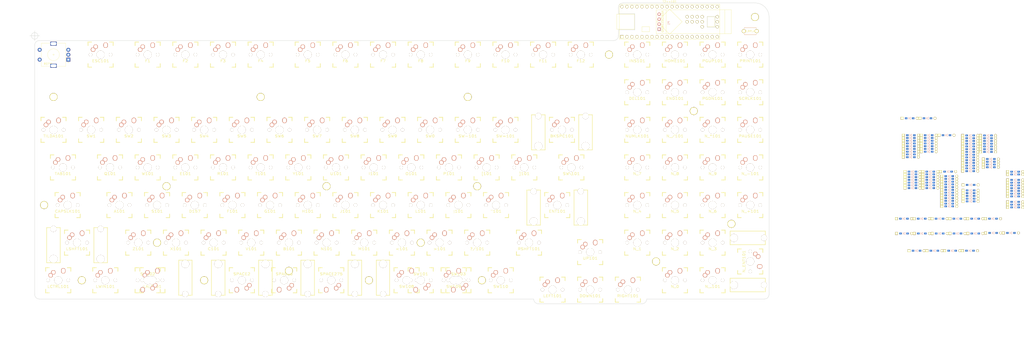
<source format=kicad_pcb>
(kicad_pcb (version 20171130) (host pcbnew "(5.0.1)-3")
  (title_block (title "Split Work") (date 2017-06-15) (rev 1) (company "Bishop Keyboards"))
  (layers (0 F.Cu signal) (31 B.Cu signal) (34 B.Paste user) (35 F.Paste user) (36 B.SilkS user) (37 F.SilkS user) (38 B.Mask user) (39 F.Mask user) (44 Edge.Cuts user))
  (net 0 "")
  (net 1 Row0)
  (net 2 "Net-(D1-Pad2)")
  (net 3 Row1)
  (net 4 Row2)
  (net 5 Row3)
  (net 6 Row4)
  (net 7 "Net-(D101-Pad2)")
  (net 8 "Net-(D102-Pad2)")
  (net 9 "Net-(D103-Pad2)")
  (net 10 "Net-(D104-Pad2)")
  (net 11 "Net-(D105-Pad2)")
  (net 12 VCC)
  (net 13 GND)
  (net 14 Col0)
  (net 15 Col1)
  (net 16 Col2)
  (net 17 col3)
  (net 18 Col4)
  (net 19 Col5)
  (net 20 Col6)
  (net 21 Col7)
  (net 22 Col8)
  (net 23 Col9)
  (net 24 Col10)
  (net 25 Col11)
  (net 26 Col12)
  (net 27 Col13)
  (net 28 Col14)
  (net 29 Col15)
  (net 30 Col16)
  (net 31 Col18)
  (net 32 Col19)
  (net 33 Col20)
  (net 34 "Net-(D106-Pad2)")
  (net 35 SCL)
  (net 36 SDA)
  (net 37 "Net-(\"101-Pad2)")
  (net 38 "Net-(;101-Pad2)")
  (net 39 "Net-(<101-Pad2)")
  (net 40 "Net-(>101-Pad2)")
  (net 41 "Net-(?/101-Pad2)")
  (net 42 "Net-(D150-Pad2)")
  (net 43 "Net-(D151-Pad2)")
  (net 44 "Net-(A101-Pad2)")
  (net 45 "Net-(B101-Pad2)")
  (net 46 "Net-(BKSPC101-Pad2)")
  (net 47 "Net-(C101-Pad2)")
  (net 48 "Net-(CAPSLK101-Pad2)")
  (net 49 "Net-(D107-Pad2)")
  (net 50 "Net-(D108-Pad2)")
  (net 51 "Net-(D109-Pad2)")
  (net 52 "Net-(D110-Pad2)")
  (net 53 "Net-(D111-Pad2)")
  (net 54 "Net-(D112-Pad2)")
  (net 55 "Net-(D113-Pad2)")
  (net 56 "Net-(D114-Pad2)")
  (net 57 "Net-(D115-Pad2)")
  (net 58 "Net-(D116-Pad2)")
  (net 59 "Net-(D117-Pad2)")
  (net 60 "Net-(D118-Pad2)")
  (net 61 "Net-(D119-Pad2)")
  (net 62 "Net-(D120-Pad2)")
  (net 63 "Net-(D121-Pad2)")
  (net 64 "Net-(D122-Pad2)")
  (net 65 "Net-(D123-Pad2)")
  (net 66 "Net-(D124-Pad2)")
  (net 67 "Net-(D125-Pad2)")
  (net 68 "Net-(D126-Pad2)")
  (net 69 "Net-(D127-Pad2)")
  (net 70 "Net-(D128-Pad2)")
  (net 71 "Net-(D129-Pad2)")
  (net 72 "Net-(D130-Pad2)")
  (net 73 "Net-(D131-Pad2)")
  (net 74 "Net-(D132-Pad2)")
  (net 75 "Net-(D133-Pad2)")
  (net 76 "Net-(D135-Pad2)")
  (net 77 "Net-(D136-Pad2)")
  (net 78 "Net-(D137-Pad2)")
  (net 79 "Net-(D138-Pad2)")
  (net 80 "Net-(D139-Pad2)")
  (net 81 "Net-(D140-Pad2)")
  (net 82 "Net-(D141-Pad2)")
  (net 83 "Net-(D142-Pad2)")
  (net 84 "Net-(D143-Pad2)")
  (net 85 "Net-(D144-Pad2)")
  (net 86 "Net-(D145-Pad2)")
  (net 87 "Net-(D146-Pad2)")
  (net 88 "Net-(D147-Pad2)")
  (net 89 "Net-(D148-Pad2)")
  (net 90 "Net-(D149-Pad2)")
  (net 91 "Net-(D152-Pad2)")
  (net 92 "Net-(D153-Pad2)")
  (net 93 "Net-(D154-Pad2)")
  (net 94 "Net-(D155-Pad2)")
  (net 95 "Net-(D156-Pad2)")
  (net 96 "Net-(D157-Pad2)")
  (net 97 "Net-(D160-Pad2)")
  (net 98 "Net-(D162-Pad2)")
  (net 99 "Net-(D163-Pad2)")
  (net 100 "Net-(D164-Pad2)")
  (net 101 "Net-(D165-Pad2)")
  (net 102 "Net-(D166-Pad2)")
  (net 103 "Net-(D167-Pad2)")
  (net 104 "Net-(D170-Pad2)")
  (net 105 "Net-(D171-Pad2)")
  (net 106 "Net-(D172-Pad2)")
  (net 107 "Net-(D173-Pad2)")
  (net 108 "Net-(D174-Pad2)")
  (net 109 "Net-(D175-Pad2)")
  (net 110 Row5)
  (net 111 "Net-(D176-Pad2)")
  (net 112 "Net-(D177-Pad2)")
  (net 113 "Net-(D179-Pad2)")
  (net 114 "Net-(D181-Pad2)")
  (net 115 "Net-(D182-Pad2)")
  (net 116 "Net-(D187-Pad2)")
  (net 117 "Net-(D188-Pad2)")
  (net 118 "Net-(D189-Pad2)")
  (net 119 "Net-(D190-Pad2)")
  (net 120 "Net-(D191-Pad2)")
  (net 121 "Net-(D192-Pad2)")
  (net 122 Row6)
  (net 123 "Net-(D193-Pad2)")
  (net 124 "Net-(D194-Pad2)")
  (net 125 "Net-(D195-Pad2)")
  (net 126 "Net-(D196-Pad2)")
  (net 127 "Net-(D198-Pad2)")
  (net 128 "Net-(D200-Pad2)")
  (net 129 "Net-(D201-Pad2)")
  (net 130 "Net-(D202-Pad2)")
  (net 131 "Net-(D203-Pad2)")
  (net 132 "Net-(D204-Pad2)")
  (net 133 "Net-(D205-Pad2)")
  (net 134 "Net-(D206-Pad2)")
  (net 135 "Net-(D207-Pad2)")
  (net 136 "Net-(D208-Pad2)")
  (net 137 "Net-(D209-Pad2)")
  (net 138 "Net-(SW111-Pad1)")
  (module Rotary_Encoder:RotaryEncoder_Alps_EC11E-Switch_Vertical_H20mm (layer F.Cu) (at 38.1 73.81875 180)
    (fp_text reference REF** (at 2.8 -4.7 180) (layer F.SilkS))
    (fp_text value RotaryEncoder_Alps_EC11E-Switch_Vertical_H20mm)
    (pad A thru_hole rect (at -7.493 -2.54 180) (size 2 2) (drill 1) (layers *.Cu *.Mask))
    (pad C thru_hole circle (at -7.493 -0.04 180) (size 2 2) (drill 1) (layers *.Cu *.Mask))
    (pad B thru_hole circle (at -7.493 2.46 180) (size 2 2) (drill 1) (layers *.Cu *.Mask))
    (pad MP thru_hole rect (at 0.007 -5.64 180) (size 3.2 2) (drill oval 2.8 1.5) (layers *.Cu *.Mask))
    (pad MP thru_hole rect (at 0.007 5.56 180) (size 3.2 2) (drill oval 2.8 1.5) (layers *.Cu *.Mask))
    (pad S2 thru_hole circle (at 7.007 -2.54 180) (size 2 2) (drill 1) (layers *.Cu *.Mask))
    (pad S1 thru_hole circle (at 7.007 2.46 180) (size 2 2) (drill 1) (layers *.Cu *.Mask))
  )
  (module BishopKicadConsolidated:HOLE_M3 (layer F.Cu) (at 33.3375 150.01875)
    (fp_text reference HOLE_M3 hide)
    (fp_text value VAL** hide)
    (pad 1 thru_hole circle (at 0 0) (size 4 4) (drill 3.2) (layers *.Cu *.Mask F.SilkS))
  )
  (module BishopKicadConsolidated:HOLE_M3 (layer F.Cu) (at 319.0875 73.81875)
    (fp_text reference HOLE_M3 hide)
    (fp_text value VAL** hide)
    (pad 1 thru_hole circle (at 0 0) (size 4 4) (drill 3.2) (layers *.Cu *.Mask F.SilkS))
  )
  (module BishopKicadConsolidated:HOLE_M3 (layer F.Cu) (at 247.65 95.25)
    (fp_text reference HOLE_M3 hide)
    (fp_text value VAL** hide)
    (pad 1 thru_hole circle (at 0 0) (size 4 4) (drill 3.2) (layers *.Cu *.Mask F.SilkS))
  )
  (module BishopKicadConsolidated:HOLE_M3 (layer F.Cu) (at 142.875 95.25)
    (fp_text reference HOLE_M3 hide)
    (fp_text value VAL** hide)
    (pad 1 thru_hole circle (at 0 0) (size 4 4) (drill 3.2) (layers *.Cu *.Mask F.SilkS))
  )
  (module BishopKicadConsolidated:HOLE_M3 (layer F.Cu) (at 38.1 95.25)
    (fp_text reference HOLE_M3 hide)
    (fp_text value VAL** hide)
    (pad 1 thru_hole circle (at 0 0) (size 4 4) (drill 3.2) (layers *.Cu *.Mask F.SilkS))
  )
  (module BishopKicadConsolidated:HOLE_M3 (layer F.Cu) (at 252.4125 140.49375)
    (fp_text reference HOLE_M3 hide)
    (fp_text value VAL** hide)
    (pad 1 thru_hole circle (at 0 0) (size 4 4) (drill 3.2) (layers *.Cu *.Mask F.SilkS))
  )
  (module BishopKicadConsolidated:HOLE_M3 (layer F.Cu) (at 95.25 140.49375)
    (fp_text reference HOLE_M3 hide)
    (fp_text value VAL** hide)
    (pad 1 thru_hole circle (at 0 0) (size 4 4) (drill 3.2) (layers *.Cu *.Mask F.SilkS))
  )
  (module BishopKicadConsolidated:HOLE_M3 (layer F.Cu) (at 157.1625 183.35625)
    (fp_text reference HOLE_M3 hide)
    (fp_text value VAL** hide)
    (pad 1 thru_hole circle (at 0 0) (size 4 4) (drill 3.2) (layers *.Cu *.Mask F.SilkS))
  )
  (module BishopKicadConsolidated:HOLE_M3 (layer F.Cu) (at 197.64375 188.11875)
    (fp_text reference HOLE_M3 hide)
    (fp_text value VAL** hide)
    (pad 1 thru_hole circle (at 0 0) (size 4 4) (drill 3.2) (layers *.Cu *.Mask F.SilkS))
  )
  (module BishopKicadConsolidated:HOLE_M3 (layer F.Cu) (at 114.3 188.11875)
    (fp_text reference HOLE_M3 hide)
    (fp_text value VAL** hide)
    (pad 1 thru_hole circle (at 0 0) (size 4 4) (drill 3.2) (layers *.Cu *.Mask F.SilkS))
  )
  (module BishopKicadConsolidated:HOLE_M3 (layer F.Cu) (at 254.79375 188.11875)
    (fp_text reference HOLE_M3 hide)
    (fp_text value VAL** hide)
    (pad 1 thru_hole circle (at 0 0) (size 4 4) (drill 3.2) (layers *.Cu *.Mask F.SilkS))
  )
  (module BishopKicadConsolidated:HOLE_M3 (layer F.Cu) (at 52.3875 188.11875)
    (fp_text reference HOLE_M3 hide)
    (fp_text value VAL** hide)
    (pad 1 thru_hole circle (at 0 0) (size 4 4) (drill 3.2) (layers *.Cu *.Mask F.SilkS))
  )
  (module BishopKicadConsolidated:HOLE_M3 (layer F.Cu) (at 90.4875 169.06875)
    (fp_text reference HOLE_M3 hide)
    (fp_text value VAL** hide)
    (pad 1 thru_hole circle (at 0 0) (size 4 4) (drill 3.2) (layers *.Cu *.Mask F.SilkS))
  )
  (module BishopKicadConsolidated:HOLE_M3 (layer F.Cu) (at 223.8375 169.06875)
    (fp_text reference HOLE_M3 hide)
    (fp_text value VAL** hide)
    (pad 1 thru_hole circle (at 0 0) (size 4 4) (drill 3.2) (layers *.Cu *.Mask F.SilkS))
  )
  (module BishopKicadConsolidated:HOLE_M3 (layer F.Cu) (at 176.2125 140.49375)
    (fp_text reference HOLE_M3 hide)
    (fp_text value VAL** hide)
    (pad 1 thru_hole circle (at 0 0) (size 4 4) (drill 3.2) (layers *.Cu *.Mask F.SilkS))
  )
  (module BishopKicadConsolidated:HOLE_M3 (layer F.Cu) (at 342.9 178.59375)
    (fp_text reference HOLE_M3 hide)
    (fp_text value VAL** hide)
    (pad 1 thru_hole circle (at 0 0) (size 4 4) (drill 3.2) (layers *.Cu *.Mask F.SilkS))
  )
  (module BishopKicadConsolidated:HOLE_M3 (layer F.Cu) (at 381 159.54375)
    (fp_text reference HOLE_M3 hide)
    (fp_text value VAL** hide)
    (pad 1 thru_hole circle (at 0 0) (size 4 4) (drill 3.2) (layers *.Cu *.Mask F.SilkS))
  )
  (module BishopKicadConsolidated:HOLE_M3 (layer F.Cu) (at 361.95 102.39375)
    (fp_text reference HOLE_M3 hide)
    (fp_text value VAL** hide)
    (pad 1 thru_hole circle (at 0 0) (size 4 4) (drill 3.2) (layers *.Cu *.Mask F.SilkS))
  )
  (module BishopKicadConsolidated:MXALPS_100_Plated (layer F.Cu) (at 261.9375 150.01875)
    (fp_text reference "\"101" (at 0 3.175) (layer F.SilkS) (effects (font (size 1.27 1.524) (thickness 0.2032))))
    (fp_text value SW_PUSH hide)
    (pad 2 thru_hole circle (at -2.5 -4) (size 2.286 2.286) (drill 1.4986) (layers *.Cu *.SilkS *.Mask) (net 37 "Net-(\"101-Pad2)"))
    (pad HOLE thru_hole circle (at 5.08 0) (size 1.7018 1.7018) (drill 1.7018) (layers *.Cu *.Mask F.SilkS))
    (pad HOLE thru_hole circle (at -5.08 0) (size 1.7018 1.7018) (drill 1.7018) (layers *.Cu *.Mask F.SilkS))
    (pad HOLE thru_hole circle (at 0 0) (size 3.9878 3.9878) (drill 3.9878) (layers *.Cu *.Mask F.SilkS))
    (pad 2 thru_hole circle (at -3.81 -2.54) (size 2.286 2.286) (drill 1.4986) (layers *.Cu *.SilkS *.Mask) (net 37 "Net-(\"101-Pad2)"))
    (pad 1 thru_hole oval (at 2.54 -4.79) (size 2.286 2.786) (drill oval 1.4986 2) (layers *.Cu *.SilkS *.Mask) (net 24 Col10))
  )
  (module BishopKicadConsolidated:MXALPS_100_Plated (layer F.Cu) (at 242.8875 150.01875)
    (fp_text reference ;101 (at 0 3.175) (layer F.SilkS) (effects (font (size 1.27 1.524) (thickness 0.2032))))
    (fp_text value SW_PUSH hide)
    (pad 2 thru_hole circle (at -2.5 -4) (size 2.286 2.286) (drill 1.4986) (layers *.Cu *.SilkS *.Mask) (net 38 "Net-(;101-Pad2)"))
    (pad HOLE thru_hole circle (at 5.08 0) (size 1.7018 1.7018) (drill 1.7018) (layers *.Cu *.Mask F.SilkS))
    (pad HOLE thru_hole circle (at -5.08 0) (size 1.7018 1.7018) (drill 1.7018) (layers *.Cu *.Mask F.SilkS))
    (pad HOLE thru_hole circle (at 0 0) (size 3.9878 3.9878) (drill 3.9878) (layers *.Cu *.Mask F.SilkS))
    (pad 2 thru_hole circle (at -3.81 -2.54) (size 2.286 2.286) (drill 1.4986) (layers *.Cu *.SilkS *.Mask) (net 38 "Net-(;101-Pad2)"))
    (pad 1 thru_hole oval (at 2.54 -4.79) (size 2.286 2.786) (drill oval 1.4986 2) (layers *.Cu *.SilkS *.Mask) (net 23 Col9))
  )
  (module BishopKicadConsolidated:MXALPS_100_Plated (layer F.Cu) (at 214.3125 169.06875)
    (fp_text reference <101 (at 0 3.175) (layer F.SilkS) (effects (font (size 1.27 1.524) (thickness 0.2032))))
    (fp_text value SW_PUSH hide)
    (pad 2 thru_hole circle (at -2.5 -4) (size 2.286 2.286) (drill 1.4986) (layers *.Cu *.SilkS *.Mask) (net 39 "Net-(<101-Pad2)"))
    (pad HOLE thru_hole circle (at 5.08 0) (size 1.7018 1.7018) (drill 1.7018) (layers *.Cu *.Mask F.SilkS))
    (pad HOLE thru_hole circle (at -5.08 0) (size 1.7018 1.7018) (drill 1.7018) (layers *.Cu *.Mask F.SilkS))
    (pad HOLE thru_hole circle (at 0 0) (size 3.9878 3.9878) (drill 3.9878) (layers *.Cu *.Mask F.SilkS))
    (pad 2 thru_hole circle (at -3.81 -2.54) (size 2.286 2.286) (drill 1.4986) (layers *.Cu *.SilkS *.Mask) (net 39 "Net-(<101-Pad2)"))
    (pad 1 thru_hole oval (at 2.54 -4.79) (size 2.286 2.786) (drill oval 1.4986 2) (layers *.Cu *.SilkS *.Mask) (net 22 Col8))
  )
  (module BishopKicadConsolidated:MXALPS_100_Plated (layer F.Cu) (at 233.3625 169.06875)
    (fp_text reference >101 (at 0 3.175) (layer F.SilkS) (effects (font (size 1.27 1.524) (thickness 0.2032))))
    (fp_text value SW_PUSH hide)
    (pad 2 thru_hole circle (at -2.5 -4) (size 2.286 2.286) (drill 1.4986) (layers *.Cu *.SilkS *.Mask) (net 40 "Net-(>101-Pad2)"))
    (pad HOLE thru_hole circle (at 5.08 0) (size 1.7018 1.7018) (drill 1.7018) (layers *.Cu *.Mask F.SilkS))
    (pad HOLE thru_hole circle (at -5.08 0) (size 1.7018 1.7018) (drill 1.7018) (layers *.Cu *.Mask F.SilkS))
    (pad HOLE thru_hole circle (at 0 0) (size 3.9878 3.9878) (drill 3.9878) (layers *.Cu *.Mask F.SilkS))
    (pad 2 thru_hole circle (at -3.81 -2.54) (size 2.286 2.286) (drill 1.4986) (layers *.Cu *.SilkS *.Mask) (net 40 "Net-(>101-Pad2)"))
    (pad 1 thru_hole oval (at 2.54 -4.79) (size 2.286 2.786) (drill oval 1.4986 2) (layers *.Cu *.SilkS *.Mask) (net 6 Row4))
  )
  (module BishopKicadConsolidated:MXALPS_100_Plated (layer F.Cu) (at 252.4125 169.06875)
    (fp_text reference ?/101 (at 0 3.175) (layer F.SilkS) (effects (font (size 1.27 1.524) (thickness 0.2032))))
    (fp_text value SW_PUSH hide)
    (pad 1 thru_hole oval (at 2.54 -4.79) (size 2.286 2.786) (drill oval 1.4986 2) (layers *.Cu *.SilkS *.Mask) (net 23 Col9))
    (pad 2 thru_hole circle (at -3.81 -2.54) (size 2.286 2.286) (drill 1.4986) (layers *.Cu *.SilkS *.Mask) (net 41 "Net-(?/101-Pad2)"))
    (pad HOLE thru_hole circle (at 0 0) (size 3.9878 3.9878) (drill 3.9878) (layers *.Cu *.Mask F.SilkS))
    (pad HOLE thru_hole circle (at -5.08 0) (size 1.7018 1.7018) (drill 1.7018) (layers *.Cu *.Mask F.SilkS))
    (pad HOLE thru_hole circle (at 5.08 0) (size 1.7018 1.7018) (drill 1.7018) (layers *.Cu *.Mask F.SilkS))
    (pad 2 thru_hole circle (at -2.5 -4) (size 2.286 2.286) (drill 1.4986) (layers *.Cu *.SilkS *.Mask) (net 41 "Net-(?/101-Pad2)"))
  )
  (module BishopKicadConsolidated:MXALPS_100_Plated (layer F.Cu) (at 257.175 130.96875)
    (fp_text reference [101 (at 0 3.175) (layer F.SilkS) (effects (font (size 1.27 1.524) (thickness 0.2032))))
    (fp_text value SW_PUSH hide)
    (pad 1 thru_hole oval (at 2.54 -4.79) (size 2.286 2.786) (drill oval 1.4986 2) (layers *.Cu *.SilkS *.Mask) (net 24 Col10))
    (pad 2 thru_hole circle (at -3.81 -2.54) (size 2.286 2.286) (drill 1.4986) (layers *.Cu *.SilkS *.Mask) (net 42 "Net-(D150-Pad2)"))
    (pad HOLE thru_hole circle (at 0 0) (size 3.9878 3.9878) (drill 3.9878) (layers *.Cu *.Mask F.SilkS))
    (pad HOLE thru_hole circle (at -5.08 0) (size 1.7018 1.7018) (drill 1.7018) (layers *.Cu *.Mask F.SilkS))
    (pad HOLE thru_hole circle (at 5.08 0) (size 1.7018 1.7018) (drill 1.7018) (layers *.Cu *.Mask F.SilkS))
    (pad 2 thru_hole circle (at -2.5 -4) (size 2.286 2.286) (drill 1.4986) (layers *.Cu *.SilkS *.Mask) (net 42 "Net-(D150-Pad2)"))
  )
  (module BishopKicadConsolidated:MXALPS_100_Plated (layer F.Cu) (at 276.225 130.96875)
    (fp_text reference ]101 (at 0 3.175) (layer F.SilkS) (effects (font (size 1.27 1.524) (thickness 0.2032))))
    (fp_text value SW_PUSH hide)
    (pad 1 thru_hole oval (at 2.54 -4.79) (size 2.286 2.786) (drill oval 1.4986 2) (layers *.Cu *.SilkS *.Mask) (net 25 Col11))
    (pad 2 thru_hole circle (at -3.81 -2.54) (size 2.286 2.286) (drill 1.4986) (layers *.Cu *.SilkS *.Mask) (net 43 "Net-(D151-Pad2)"))
    (pad HOLE thru_hole circle (at 0 0) (size 3.9878 3.9878) (drill 3.9878) (layers *.Cu *.Mask F.SilkS))
    (pad HOLE thru_hole circle (at -5.08 0) (size 1.7018 1.7018) (drill 1.7018) (layers *.Cu *.Mask F.SilkS))
    (pad HOLE thru_hole circle (at 5.08 0) (size 1.7018 1.7018) (drill 1.7018) (layers *.Cu *.Mask F.SilkS))
    (pad 2 thru_hole circle (at -2.5 -4) (size 2.286 2.286) (drill 1.4986) (layers *.Cu *.SilkS *.Mask) (net 43 "Net-(D151-Pad2)"))
  )
  (module BishopKicadConsolidated:MXALPS_100_Plated (layer F.Cu) (at 71.4375 150.01875)
    (fp_text reference A101 (at 0 3.175) (layer F.SilkS) (effects (font (size 1.27 1.524) (thickness 0.2032))))
    (fp_text value SW_PUSH hide)
    (pad 2 thru_hole circle (at -2.5 -4) (size 2.286 2.286) (drill 1.4986) (layers *.Cu *.SilkS *.Mask) (net 44 "Net-(A101-Pad2)"))
    (pad HOLE thru_hole circle (at 5.08 0) (size 1.7018 1.7018) (drill 1.7018) (layers *.Cu *.Mask F.SilkS))
    (pad HOLE thru_hole circle (at -5.08 0) (size 1.7018 1.7018) (drill 1.7018) (layers *.Cu *.Mask F.SilkS))
    (pad HOLE thru_hole circle (at 0 0) (size 3.9878 3.9878) (drill 3.9878) (layers *.Cu *.Mask F.SilkS))
    (pad 2 thru_hole circle (at -3.81 -2.54) (size 2.286 2.286) (drill 1.4986) (layers *.Cu *.SilkS *.Mask) (net 44 "Net-(A101-Pad2)"))
    (pad 1 thru_hole oval (at 2.54 -4.79) (size 2.286 2.786) (drill oval 1.4986 2) (layers *.Cu *.SilkS *.Mask) (net 15 Col1))
  )
  (module BishopKicadConsolidated:MXALPS_100_Plated (layer F.Cu) (at 157.1625 169.06875)
    (fp_text reference B101 (at 0 3.175) (layer F.SilkS) (effects (font (size 1.27 1.524) (thickness 0.2032))))
    (fp_text value SW_PUSH hide)
    (pad 1 thru_hole oval (at 2.54 -4.79) (size 2.286 2.786) (drill oval 1.4986 2) (layers *.Cu *.SilkS *.Mask) (net 19 Col5))
    (pad 2 thru_hole circle (at -3.81 -2.54) (size 2.286 2.286) (drill 1.4986) (layers *.Cu *.SilkS *.Mask) (net 45 "Net-(B101-Pad2)"))
    (pad HOLE thru_hole circle (at 0 0) (size 3.9878 3.9878) (drill 3.9878) (layers *.Cu *.Mask F.SilkS))
    (pad HOLE thru_hole circle (at -5.08 0) (size 1.7018 1.7018) (drill 1.7018) (layers *.Cu *.Mask F.SilkS))
    (pad HOLE thru_hole circle (at 5.08 0) (size 1.7018 1.7018) (drill 1.7018) (layers *.Cu *.Mask F.SilkS))
    (pad 2 thru_hole circle (at -2.5 -4) (size 2.286 2.286) (drill 1.4986) (layers *.Cu *.SilkS *.Mask) (net 45 "Net-(B101-Pad2)"))
  )
  (module BishopKicadConsolidated:MXALPS_100_Plated (layer F.Cu) (at 119.0625 169.06875)
    (fp_text reference C101 (at 0 3.175) (layer F.SilkS) (effects (font (size 1.27 1.524) (thickness 0.2032))))
    (fp_text value SW_PUSH hide)
    (pad 1 thru_hole oval (at 2.54 -4.79) (size 2.286 2.786) (drill oval 1.4986 2) (layers *.Cu *.SilkS *.Mask) (net 17 col3))
    (pad 2 thru_hole circle (at -3.81 -2.54) (size 2.286 2.286) (drill 1.4986) (layers *.Cu *.SilkS *.Mask) (net 47 "Net-(C101-Pad2)"))
    (pad HOLE thru_hole circle (at 0 0) (size 3.9878 3.9878) (drill 3.9878) (layers *.Cu *.Mask F.SilkS))
    (pad HOLE thru_hole circle (at -5.08 0) (size 1.7018 1.7018) (drill 1.7018) (layers *.Cu *.Mask F.SilkS))
    (pad HOLE thru_hole circle (at 5.08 0) (size 1.7018 1.7018) (drill 1.7018) (layers *.Cu *.Mask F.SilkS))
    (pad 2 thru_hole circle (at -2.5 -4) (size 2.286 2.286) (drill 1.4986) (layers *.Cu *.SilkS *.Mask) (net 47 "Net-(C101-Pad2)"))
  )
  (module BishopKicadConsolidated:MXALPS_175_Plated (layer F.Cu) (at 45.24375 150.01875)
    (fp_text reference CAPSLK101 (at 0 3.175) (layer F.SilkS) (effects (font (size 1.27 1.524) (thickness 0.2032))))
    (fp_text value SW_PUSH hide)
    (pad 2 thru_hole circle (at -2.5 -4) (size 2.286 2.286) (drill 1.4986) (layers *.Cu *.SilkS *.Mask) (net 48 "Net-(CAPSLK101-Pad2)"))
    (pad HOLE thru_hole circle (at 5.08 0) (size 1.7018 1.7018) (drill 1.7018) (layers *.Cu *.Mask F.SilkS))
    (pad HOLE thru_hole circle (at -5.08 0) (size 1.7018 1.7018) (drill 1.7018) (layers *.Cu *.Mask F.SilkS))
    (pad HOLE thru_hole circle (at 0 0) (size 3.9878 3.9878) (drill 3.9878) (layers *.Cu *.Mask F.SilkS))
    (pad 2 thru_hole circle (at -3.81 -2.54) (size 2.286 2.286) (drill 1.4986) (layers *.Cu *.SilkS *.Mask) (net 48 "Net-(CAPSLK101-Pad2)"))
    (pad 1 thru_hole oval (at 2.54 -4.79) (size 2.286 2.786) (drill oval 1.4986 2) (layers *.Cu *.SilkS *.Mask) (net 14 Col0))
  )
  (module BishopKicadConsolidated:DIODE_TH_SMD_onesided (layer F.Cu) (at 481.60225 135.856)
    (fp_text reference D1 hide)
    (fp_text value D hide)
    (pad 2 smd rect (at 1.775 0) (size 1.3 0.95) (layers B.Cu B.Paste B.Mask) (net 2 "Net-(D1-Pad2)"))
    (pad 1 smd rect (at -1.775 0) (size 1.3 0.95) (layers B.Cu B.Paste B.Mask) (net 3 Row1))
    (pad 1 thru_hole rect (at -3.81 0) (size 1.397 1.397) (drill 0.8128) (layers *.Cu *.Mask F.SilkS) (net 3 Row1))
    (pad 2 thru_hole circle (at 3.81 0) (size 1.397 1.397) (drill 0.8128) (layers *.Cu *.Mask F.SilkS) (net 2 "Net-(D1-Pad2)"))
  )
  (module BishopKicadConsolidated:DIODE_TH_SMD_onesided (layer F.Cu) (at 510.79225 117.536)
    (fp_text reference D101 hide)
    (fp_text value D hide)
    (pad 2 thru_hole circle (at 3.81 0) (size 1.397 1.397) (drill 0.8128) (layers *.Cu *.Mask F.SilkS) (net 7 "Net-(D101-Pad2)"))
    (pad 1 thru_hole rect (at -3.81 0) (size 1.397 1.397) (drill 0.8128) (layers *.Cu *.Mask F.SilkS) (net 1 Row0))
    (pad 1 smd rect (at -1.775 0) (size 1.3 0.95) (layers B.Cu B.Paste B.Mask) (net 1 Row0))
    (pad 2 smd rect (at 1.775 0) (size 1.3 0.95) (layers B.Cu B.Paste B.Mask) (net 7 "Net-(D101-Pad2)"))
  )
  (module BishopKicadConsolidated:DIODE_TH_SMD_onesided (layer F.Cu) (at 510.79225 120.316)
    (fp_text reference D102 hide)
    (fp_text value D hide)
    (pad 2 smd rect (at 1.775 0) (size 1.3 0.95) (layers B.Cu B.Paste B.Mask) (net 8 "Net-(D102-Pad2)"))
    (pad 1 smd rect (at -1.775 0) (size 1.3 0.95) (layers B.Cu B.Paste B.Mask) (net 1 Row0))
    (pad 1 thru_hole rect (at -3.81 0) (size 1.397 1.397) (drill 0.8128) (layers *.Cu *.Mask F.SilkS) (net 1 Row0))
    (pad 2 thru_hole circle (at 3.81 0) (size 1.397 1.397) (drill 0.8128) (layers *.Cu *.Mask F.SilkS) (net 8 "Net-(D102-Pad2)"))
  )
  (module BishopKicadConsolidated:DIODE_TH_SMD_onesided (layer F.Cu) (at 480.79225 122.976)
    (fp_text reference D103 hide)
    (fp_text value D hide)
    (pad 2 smd rect (at 1.775 0) (size 1.3 0.95) (layers B.Cu B.Paste B.Mask) (net 9 "Net-(D103-Pad2)"))
    (pad 1 smd rect (at -1.775 0) (size 1.3 0.95) (layers B.Cu B.Paste B.Mask) (net 1 Row0))
    (pad 1 thru_hole rect (at -3.81 0) (size 1.397 1.397) (drill 0.8128) (layers *.Cu *.Mask F.SilkS) (net 1 Row0))
    (pad 2 thru_hole circle (at 3.81 0) (size 1.397 1.397) (drill 0.8128) (layers *.Cu *.Mask F.SilkS) (net 9 "Net-(D103-Pad2)"))
  )
  (module BishopKicadConsolidated:DIODE_TH_SMD_onesided (layer F.Cu) (at 491.17225 142.326)
    (fp_text reference D104 hide)
    (fp_text value D hide)
    (pad 2 smd rect (at 1.775 0) (size 1.3 0.95) (layers B.Cu B.Paste B.Mask) (net 10 "Net-(D104-Pad2)"))
    (pad 1 smd rect (at -1.775 0) (size 1.3 0.95) (layers B.Cu B.Paste B.Mask) (net 1 Row0))
    (pad 1 thru_hole rect (at -3.81 0) (size 1.397 1.397) (drill 0.8128) (layers *.Cu *.Mask F.SilkS) (net 1 Row0))
    (pad 2 thru_hole circle (at 3.81 0) (size 1.397 1.397) (drill 0.8128) (layers *.Cu *.Mask F.SilkS) (net 10 "Net-(D104-Pad2)"))
  )
  (module BishopKicadConsolidated:DIODE_TH_SMD_onesided (layer F.Cu) (at 480.79225 120.196)
    (fp_text reference D105 hide)
    (fp_text value D hide)
    (pad 2 thru_hole circle (at 3.81 0) (size 1.397 1.397) (drill 0.8128) (layers *.Cu *.Mask F.SilkS) (net 11 "Net-(D105-Pad2)"))
    (pad 1 thru_hole rect (at -3.81 0) (size 1.397 1.397) (drill 0.8128) (layers *.Cu *.Mask F.SilkS) (net 3 Row1))
    (pad 1 smd rect (at -1.775 0) (size 1.3 0.95) (layers B.Cu B.Paste B.Mask) (net 3 Row1))
    (pad 2 smd rect (at 1.775 0) (size 1.3 0.95) (layers B.Cu B.Paste B.Mask) (net 11 "Net-(D105-Pad2)"))
  )
  (module BishopKicadConsolidated:DIODE_TH_SMD_onesided (layer F.Cu) (at 480.79225 118.806)
    (fp_text reference D106 hide)
    (fp_text value D hide)
    (pad 2 smd rect (at 1.775 0) (size 1.3 0.95) (layers B.Cu B.Paste B.Mask) (net 34 "Net-(D106-Pad2)"))
    (pad 1 smd rect (at -1.775 0) (size 1.3 0.95) (layers B.Cu B.Paste B.Mask) (net 3 Row1))
    (pad 1 thru_hole rect (at -3.81 0) (size 1.397 1.397) (drill 0.8128) (layers *.Cu *.Mask F.SilkS) (net 3 Row1))
    (pad 2 thru_hole circle (at 3.81 0) (size 1.397 1.397) (drill 0.8128) (layers *.Cu *.Mask F.SilkS) (net 34 "Net-(D106-Pad2)"))
  )
  (module BishopKicadConsolidated:DIODE_TH_SMD_onesided (layer F.Cu) (at 480.79225 117.416)
    (fp_text reference D107 hide)
    (fp_text value D hide)
    (pad 2 smd rect (at 1.775 0) (size 1.3 0.95) (layers B.Cu B.Paste B.Mask) (net 49 "Net-(D107-Pad2)"))
    (pad 1 smd rect (at -1.775 0) (size 1.3 0.95) (layers B.Cu B.Paste B.Mask) (net 3 Row1))
    (pad 1 thru_hole rect (at -3.81 0) (size 1.397 1.397) (drill 0.8128) (layers *.Cu *.Mask F.SilkS) (net 3 Row1))
    (pad 2 thru_hole circle (at 3.81 0) (size 1.397 1.397) (drill 0.8128) (layers *.Cu *.Mask F.SilkS) (net 49 "Net-(D107-Pad2)"))
  )
  (module BishopKicadConsolidated:DIODE_TH_SMD_onesided (layer F.Cu) (at 480.79225 116.026)
    (fp_text reference D108 hide)
    (fp_text value D hide)
    (pad 2 smd rect (at 1.775 0) (size 1.3 0.95) (layers B.Cu B.Paste B.Mask) (net 50 "Net-(D108-Pad2)"))
    (pad 1 smd rect (at -1.775 0) (size 1.3 0.95) (layers B.Cu B.Paste B.Mask) (net 3 Row1))
    (pad 1 thru_hole rect (at -3.81 0) (size 1.397 1.397) (drill 0.8128) (layers *.Cu *.Mask F.SilkS) (net 3 Row1))
    (pad 2 thru_hole circle (at 3.81 0) (size 1.397 1.397) (drill 0.8128) (layers *.Cu *.Mask F.SilkS) (net 50 "Net-(D108-Pad2)"))
  )
  (module BishopKicadConsolidated:DIODE_TH_SMD_onesided (layer F.Cu) (at 489.80225 114.636)
    (fp_text reference D109 hide)
    (fp_text value D hide)
    (pad 2 smd rect (at 1.775 0) (size 1.3 0.95) (layers B.Cu B.Paste B.Mask) (net 51 "Net-(D109-Pad2)"))
    (pad 1 smd rect (at -1.775 0) (size 1.3 0.95) (layers B.Cu B.Paste B.Mask) (net 3 Row1))
    (pad 1 thru_hole rect (at -3.81 0) (size 1.397 1.397) (drill 0.8128) (layers *.Cu *.Mask F.SilkS) (net 3 Row1))
    (pad 2 thru_hole circle (at 3.81 0) (size 1.397 1.397) (drill 0.8128) (layers *.Cu *.Mask F.SilkS) (net 51 "Net-(D109-Pad2)"))
  )
  (module BishopKicadConsolidated:DIODE_TH_SMD_onesided (layer F.Cu) (at 481.60225 141.416)
    (fp_text reference D110 hide)
    (fp_text value D hide)
    (pad 2 smd rect (at 1.775 0) (size 1.3 0.95) (layers B.Cu B.Paste B.Mask) (net 52 "Net-(D110-Pad2)"))
    (pad 1 smd rect (at -1.775 0) (size 1.3 0.95) (layers B.Cu B.Paste B.Mask) (net 3 Row1))
    (pad 1 thru_hole rect (at -3.81 0) (size 1.397 1.397) (drill 0.8128) (layers *.Cu *.Mask F.SilkS) (net 3 Row1))
    (pad 2 thru_hole circle (at 3.81 0) (size 1.397 1.397) (drill 0.8128) (layers *.Cu *.Mask F.SilkS) (net 52 "Net-(D110-Pad2)"))
  )
  (module BishopKicadConsolidated:DIODE_TH_SMD_onesided (layer F.Cu) (at 481.60225 140.026)
    (fp_text reference D111 hide)
    (fp_text value D hide)
    (pad 2 smd rect (at 1.775 0) (size 1.3 0.95) (layers B.Cu B.Paste B.Mask) (net 53 "Net-(D111-Pad2)"))
    (pad 1 smd rect (at -1.775 0) (size 1.3 0.95) (layers B.Cu B.Paste B.Mask) (net 3 Row1))
    (pad 1 thru_hole rect (at -3.81 0) (size 1.397 1.397) (drill 0.8128) (layers *.Cu *.Mask F.SilkS) (net 3 Row1))
    (pad 2 thru_hole circle (at 3.81 0) (size 1.397 1.397) (drill 0.8128) (layers *.Cu *.Mask F.SilkS) (net 53 "Net-(D111-Pad2)"))
  )
  (module BishopKicadConsolidated:DIODE_TH_SMD_onesided (layer F.Cu) (at 481.60225 138.636)
    (fp_text reference D112 hide)
    (fp_text value D hide)
    (pad 2 smd rect (at 1.775 0) (size 1.3 0.95) (layers B.Cu B.Paste B.Mask) (net 54 "Net-(D112-Pad2)"))
    (pad 1 smd rect (at -1.775 0) (size 1.3 0.95) (layers B.Cu B.Paste B.Mask) (net 3 Row1))
    (pad 1 thru_hole rect (at -3.81 0) (size 1.397 1.397) (drill 0.8128) (layers *.Cu *.Mask F.SilkS) (net 3 Row1))
    (pad 2 thru_hole circle (at 3.81 0) (size 1.397 1.397) (drill 0.8128) (layers *.Cu *.Mask F.SilkS) (net 54 "Net-(D112-Pad2)"))
  )
  (module BishopKicadConsolidated:DIODE_TH_SMD_onesided (layer F.Cu) (at 481.60225 137.246)
    (fp_text reference D113 hide)
    (fp_text value D hide)
    (pad 2 smd rect (at 1.775 0) (size 1.3 0.95) (layers B.Cu B.Paste B.Mask) (net 55 "Net-(D113-Pad2)"))
    (pad 1 smd rect (at -1.775 0) (size 1.3 0.95) (layers B.Cu B.Paste B.Mask) (net 3 Row1))
    (pad 1 thru_hole rect (at -3.81 0) (size 1.397 1.397) (drill 0.8128) (layers *.Cu *.Mask F.SilkS) (net 3 Row1))
    (pad 2 thru_hole circle (at 3.81 0) (size 1.397 1.397) (drill 0.8128) (layers *.Cu *.Mask F.SilkS) (net 55 "Net-(D113-Pad2)"))
  )
  (module BishopKicadConsolidated:DIODE_TH_SMD_onesided (layer F.Cu) (at 510.79225 118.926)
    (fp_text reference D114 hide)
    (fp_text value D hide)
    (pad 2 smd rect (at 1.775 0) (size 1.3 0.95) (layers B.Cu B.Paste B.Mask) (net 56 "Net-(D114-Pad2)"))
    (pad 1 smd rect (at -1.775 0) (size 1.3 0.95) (layers B.Cu B.Paste B.Mask) (net 3 Row1))
    (pad 1 thru_hole rect (at -3.81 0) (size 1.397 1.397) (drill 0.8128) (layers *.Cu *.Mask F.SilkS) (net 3 Row1))
    (pad 2 thru_hole circle (at 3.81 0) (size 1.397 1.397) (drill 0.8128) (layers *.Cu *.Mask F.SilkS) (net 56 "Net-(D114-Pad2)"))
  )
  (module BishopKicadConsolidated:DIODE_TH_SMD_onesided (layer F.Cu) (at 491.17225 147.886)
    (fp_text reference D115 hide)
    (fp_text value D hide)
    (pad 2 smd rect (at 1.775 0) (size 1.3 0.95) (layers B.Cu B.Paste B.Mask) (net 57 "Net-(D115-Pad2)"))
    (pad 1 smd rect (at -1.775 0) (size 1.3 0.95) (layers B.Cu B.Paste B.Mask) (net 3 Row1))
    (pad 1 thru_hole rect (at -3.81 0) (size 1.397 1.397) (drill 0.8128) (layers *.Cu *.Mask F.SilkS) (net 3 Row1))
    (pad 2 thru_hole circle (at 3.81 0) (size 1.397 1.397) (drill 0.8128) (layers *.Cu *.Mask F.SilkS) (net 57 "Net-(D115-Pad2)"))
  )
  (module BishopKicadConsolidated:DIODE_TH_SMD_onesided (layer F.Cu) (at 501.78225 123.096)
    (fp_text reference D116 hide)
    (fp_text value D hide)
    (pad 2 thru_hole circle (at 3.81 0) (size 1.397 1.397) (drill 0.8128) (layers *.Cu *.Mask F.SilkS) (net 58 "Net-(D116-Pad2)"))
    (pad 1 thru_hole rect (at -3.81 0) (size 1.397 1.397) (drill 0.8128) (layers *.Cu *.Mask F.SilkS) (net 3 Row1))
    (pad 1 smd rect (at -1.775 0) (size 1.3 0.95) (layers B.Cu B.Paste B.Mask) (net 3 Row1))
    (pad 2 smd rect (at 1.775 0) (size 1.3 0.95) (layers B.Cu B.Paste B.Mask) (net 58 "Net-(D116-Pad2)"))
  )
  (module BishopKicadConsolidated:DIODE_TH_SMD_onesided (layer F.Cu) (at 510.79225 114.756)
    (fp_text reference D117 hide)
    (fp_text value D hide)
    (pad 2 smd rect (at 1.775 0) (size 1.3 0.95) (layers B.Cu B.Paste B.Mask) (net 59 "Net-(D117-Pad2)"))
    (pad 1 smd rect (at -1.775 0) (size 1.3 0.95) (layers B.Cu B.Paste B.Mask) (net 3 Row1))
    (pad 1 thru_hole rect (at -3.81 0) (size 1.397 1.397) (drill 0.8128) (layers *.Cu *.Mask F.SilkS) (net 3 Row1))
    (pad 2 thru_hole circle (at 3.81 0) (size 1.397 1.397) (drill 0.8128) (layers *.Cu *.Mask F.SilkS) (net 59 "Net-(D117-Pad2)"))
  )
  (module BishopKicadConsolidated:DIODE_TH_SMD_onesided (layer F.Cu) (at 501.78225 120.316)
    (fp_text reference D118 hide)
    (fp_text value D hide)
    (pad 2 thru_hole circle (at 3.81 0) (size 1.397 1.397) (drill 0.8128) (layers *.Cu *.Mask F.SilkS) (net 60 "Net-(D118-Pad2)"))
    (pad 1 thru_hole rect (at -3.81 0) (size 1.397 1.397) (drill 0.8128) (layers *.Cu *.Mask F.SilkS) (net 3 Row1))
    (pad 1 smd rect (at -1.775 0) (size 1.3 0.95) (layers B.Cu B.Paste B.Mask) (net 3 Row1))
    (pad 2 smd rect (at 1.775 0) (size 1.3 0.95) (layers B.Cu B.Paste B.Mask) (net 60 "Net-(D118-Pad2)"))
  )
  (module BishopKicadConsolidated:DIODE_TH_SMD_onesided (layer F.Cu) (at 471.78225 122.976)
    (fp_text reference D119 hide)
    (fp_text value D hide)
    (pad 2 thru_hole circle (at 3.81 0) (size 1.397 1.397) (drill 0.8128) (layers *.Cu *.Mask F.SilkS) (net 61 "Net-(D119-Pad2)"))
    (pad 1 thru_hole rect (at -3.81 0) (size 1.397 1.397) (drill 0.8128) (layers *.Cu *.Mask F.SilkS) (net 3 Row1))
    (pad 1 smd rect (at -1.775 0) (size 1.3 0.95) (layers B.Cu B.Paste B.Mask) (net 3 Row1))
    (pad 2 smd rect (at 1.775 0) (size 1.3 0.95) (layers B.Cu B.Paste B.Mask) (net 61 "Net-(D119-Pad2)"))
  )
  (module BishopKicadConsolidated:DIODE_TH_SMD_onesided (layer F.Cu) (at 471.78225 121.586)
    (fp_text reference D120 hide)
    (fp_text value D hide)
    (pad 2 thru_hole circle (at 3.81 0) (size 1.397 1.397) (drill 0.8128) (layers *.Cu *.Mask F.SilkS) (net 62 "Net-(D120-Pad2)"))
    (pad 1 thru_hole rect (at -3.81 0) (size 1.397 1.397) (drill 0.8128) (layers *.Cu *.Mask F.SilkS) (net 3 Row1))
    (pad 1 smd rect (at -1.775 0) (size 1.3 0.95) (layers B.Cu B.Paste B.Mask) (net 3 Row1))
    (pad 2 smd rect (at 1.775 0) (size 1.3 0.95) (layers B.Cu B.Paste B.Mask) (net 62 "Net-(D120-Pad2)"))
  )
  (module BishopKicadConsolidated:DIODE_TH_SMD_onesided (layer F.Cu) (at 471.78225 120.196)
    (fp_text reference D121 hide)
    (fp_text value D hide)
    (pad 2 thru_hole circle (at 3.81 0) (size 1.397 1.397) (drill 0.8128) (layers *.Cu *.Mask F.SilkS) (net 63 "Net-(D121-Pad2)"))
    (pad 1 thru_hole rect (at -3.81 0) (size 1.397 1.397) (drill 0.8128) (layers *.Cu *.Mask F.SilkS) (net 4 Row2))
    (pad 1 smd rect (at -1.775 0) (size 1.3 0.95) (layers B.Cu B.Paste B.Mask) (net 4 Row2))
    (pad 2 smd rect (at 1.775 0) (size 1.3 0.95) (layers B.Cu B.Paste B.Mask) (net 63 "Net-(D121-Pad2)"))
  )
  (module BishopKicadConsolidated:DIODE_TH_SMD_onesided (layer F.Cu) (at 472.59225 141.416)
    (fp_text reference D122 hide)
    (fp_text value D hide)
    (pad 2 smd rect (at 1.775 0) (size 1.3 0.95) (layers B.Cu B.Paste B.Mask) (net 64 "Net-(D122-Pad2)"))
    (pad 1 smd rect (at -1.775 0) (size 1.3 0.95) (layers B.Cu B.Paste B.Mask) (net 4 Row2))
    (pad 1 thru_hole rect (at -3.81 0) (size 1.397 1.397) (drill 0.8128) (layers *.Cu *.Mask F.SilkS) (net 4 Row2))
    (pad 2 thru_hole circle (at 3.81 0) (size 1.397 1.397) (drill 0.8128) (layers *.Cu *.Mask F.SilkS) (net 64 "Net-(D122-Pad2)"))
  )
  (module BishopKicadConsolidated:DIODE_TH_SMD_onesided (layer F.Cu) (at 472.59225 140.026)
    (fp_text reference D123 hide)
    (fp_text value D hide)
    (pad 2 smd rect (at 1.775 0) (size 1.3 0.95) (layers B.Cu B.Paste B.Mask) (net 65 "Net-(D123-Pad2)"))
    (pad 1 smd rect (at -1.775 0) (size 1.3 0.95) (layers B.Cu B.Paste B.Mask) (net 4 Row2))
    (pad 1 thru_hole rect (at -3.81 0) (size 1.397 1.397) (drill 0.8128) (layers *.Cu *.Mask F.SilkS) (net 4 Row2))
    (pad 2 thru_hole circle (at 3.81 0) (size 1.397 1.397) (drill 0.8128) (layers *.Cu *.Mask F.SilkS) (net 65 "Net-(D123-Pad2)"))
  )
  (module BishopKicadConsolidated:DIODE_TH_SMD_onesided (layer F.Cu) (at 472.59225 138.636)
    (fp_text reference D124 hide)
    (fp_text value D hide)
    (pad 2 thru_hole circle (at 3.81 0) (size 1.397 1.397) (drill 0.8128) (layers *.Cu *.Mask F.SilkS) (net 66 "Net-(D124-Pad2)"))
    (pad 1 thru_hole rect (at -3.81 0) (size 1.397 1.397) (drill 0.8128) (layers *.Cu *.Mask F.SilkS) (net 4 Row2))
    (pad 1 smd rect (at -1.775 0) (size 1.3 0.95) (layers B.Cu B.Paste B.Mask) (net 4 Row2))
    (pad 2 smd rect (at 1.775 0) (size 1.3 0.95) (layers B.Cu B.Paste B.Mask) (net 66 "Net-(D124-Pad2)"))
  )
  (module BishopKicadConsolidated:DIODE_TH_SMD_onesided (layer F.Cu) (at 512.24225 130.866)
    (fp_text reference D125 hide)
    (fp_text value D hide)
    (pad 2 thru_hole circle (at 3.81 0) (size 1.397 1.397) (drill 0.8128) (layers *.Cu *.Mask F.SilkS) (net 67 "Net-(D125-Pad2)"))
    (pad 1 thru_hole rect (at -3.81 0) (size 1.397 1.397) (drill 0.8128) (layers *.Cu *.Mask F.SilkS) (net 4 Row2))
    (pad 1 smd rect (at -1.775 0) (size 1.3 0.95) (layers B.Cu B.Paste B.Mask) (net 4 Row2))
    (pad 2 smd rect (at 1.775 0) (size 1.3 0.95) (layers B.Cu B.Paste B.Mask) (net 67 "Net-(D125-Pad2)"))
  )
  (module BishopKicadConsolidated:DIODE_TH_SMD_onesided (layer F.Cu) (at 512.24225 129.476)
    (fp_text reference D126 hide)
    (fp_text value D hide)
    (pad 2 thru_hole circle (at 3.81 0) (size 1.397 1.397) (drill 0.8128) (layers *.Cu *.Mask F.SilkS) (net 68 "Net-(D126-Pad2)"))
    (pad 1 thru_hole rect (at -3.81 0) (size 1.397 1.397) (drill 0.8128) (layers *.Cu *.Mask F.SilkS) (net 4 Row2))
    (pad 1 smd rect (at -1.775 0) (size 1.3 0.95) (layers B.Cu B.Paste B.Mask) (net 4 Row2))
    (pad 2 smd rect (at 1.775 0) (size 1.3 0.95) (layers B.Cu B.Paste B.Mask) (net 68 "Net-(D126-Pad2)"))
  )
  (module BishopKicadConsolidated:DIODE_TH_SMD_onesided (layer F.Cu) (at 491.17225 150.666)
    (fp_text reference D127 hide)
    (fp_text value D hide)
    (pad 2 smd rect (at 1.775 0) (size 1.3 0.95) (layers B.Cu B.Paste B.Mask) (net 69 "Net-(D127-Pad2)"))
    (pad 1 smd rect (at -1.775 0) (size 1.3 0.95) (layers B.Cu B.Paste B.Mask) (net 4 Row2))
    (pad 1 thru_hole rect (at -3.81 0) (size 1.397 1.397) (drill 0.8128) (layers *.Cu *.Mask F.SilkS) (net 4 Row2))
    (pad 2 thru_hole circle (at 3.81 0) (size 1.397 1.397) (drill 0.8128) (layers *.Cu *.Mask F.SilkS) (net 69 "Net-(D127-Pad2)"))
  )
  (module BishopKicadConsolidated:DIODE_TH_SMD_onesided (layer F.Cu) (at 491.17225 149.276)
    (fp_text reference D128 hide)
    (fp_text value D hide)
    (pad 2 thru_hole circle (at 3.81 0) (size 1.397 1.397) (drill 0.8128) (layers *.Cu *.Mask F.SilkS) (net 70 "Net-(D128-Pad2)"))
    (pad 1 thru_hole rect (at -3.81 0) (size 1.397 1.397) (drill 0.8128) (layers *.Cu *.Mask F.SilkS) (net 4 Row2))
    (pad 1 smd rect (at -1.775 0) (size 1.3 0.95) (layers B.Cu B.Paste B.Mask) (net 4 Row2))
    (pad 2 smd rect (at 1.775 0) (size 1.3 0.95) (layers B.Cu B.Paste B.Mask) (net 70 "Net-(D128-Pad2)"))
  )
  (module BishopKicadConsolidated:DIODE_TH_SMD_onesided (layer F.Cu) (at 480.79225 114.636)
    (fp_text reference D129 hide)
    (fp_text value D hide)
    (pad 2 thru_hole circle (at 3.81 0) (size 1.397 1.397) (drill 0.8128) (layers *.Cu *.Mask F.SilkS) (net 71 "Net-(D129-Pad2)"))
    (pad 1 thru_hole rect (at -3.81 0) (size 1.397 1.397) (drill 0.8128) (layers *.Cu *.Mask F.SilkS) (net 4 Row2))
    (pad 1 smd rect (at -1.775 0) (size 1.3 0.95) (layers B.Cu B.Paste B.Mask) (net 4 Row2))
    (pad 2 smd rect (at 1.775 0) (size 1.3 0.95) (layers B.Cu B.Paste B.Mask) (net 71 "Net-(D129-Pad2)"))
  )
  (module BishopKicadConsolidated:DIODE_TH_SMD_onesided (layer F.Cu) (at 512.24225 128.086)
    (fp_text reference D130 hide)
    (fp_text value D hide)
    (pad 2 smd rect (at 1.775 0) (size 1.3 0.95) (layers B.Cu B.Paste B.Mask) (net 72 "Net-(D130-Pad2)"))
    (pad 1 smd rect (at -1.775 0) (size 1.3 0.95) (layers B.Cu B.Paste B.Mask) (net 4 Row2))
    (pad 1 thru_hole rect (at -3.81 0) (size 1.397 1.397) (drill 0.8128) (layers *.Cu *.Mask F.SilkS) (net 4 Row2))
    (pad 2 thru_hole circle (at 3.81 0) (size 1.397 1.397) (drill 0.8128) (layers *.Cu *.Mask F.SilkS) (net 72 "Net-(D130-Pad2)"))
  )
  (module BishopKicadConsolidated:DIODE_TH_SMD_onesided (layer F.Cu) (at 501.78225 121.706)
    (fp_text reference D131 hide)
    (fp_text value D hide)
    (pad 2 thru_hole circle (at 3.81 0) (size 1.397 1.397) (drill 0.8128) (layers *.Cu *.Mask F.SilkS) (net 73 "Net-(D131-Pad2)"))
    (pad 1 thru_hole rect (at -3.81 0) (size 1.397 1.397) (drill 0.8128) (layers *.Cu *.Mask F.SilkS) (net 4 Row2))
    (pad 1 smd rect (at -1.775 0) (size 1.3 0.95) (layers B.Cu B.Paste B.Mask) (net 4 Row2))
    (pad 2 smd rect (at 1.775 0) (size 1.3 0.95) (layers B.Cu B.Paste B.Mask) (net 73 "Net-(D131-Pad2)"))
  )
  (module BishopKicadConsolidated:DIODE_TH_SMD_onesided (layer F.Cu) (at 471.78225 125.756)
    (fp_text reference D132 hide)
    (fp_text value D hide)
    (pad 2 thru_hole circle (at 3.81 0) (size 1.397 1.397) (drill 0.8128) (layers *.Cu *.Mask F.SilkS) (net 74 "Net-(D132-Pad2)"))
    (pad 1 thru_hole rect (at -3.81 0) (size 1.397 1.397) (drill 0.8128) (layers *.Cu *.Mask F.SilkS) (net 4 Row2))
    (pad 1 smd rect (at -1.775 0) (size 1.3 0.95) (layers B.Cu B.Paste B.Mask) (net 4 Row2))
    (pad 2 smd rect (at 1.775 0) (size 1.3 0.95) (layers B.Cu B.Paste B.Mask) (net 74 "Net-(D132-Pad2)"))
  )
  (module BishopKicadConsolidated:DIODE_TH_SMD_onesided (layer F.Cu) (at 471.78225 124.366)
    (fp_text reference D133 hide)
    (fp_text value D hide)
    (pad 2 smd rect (at 1.775 0) (size 1.3 0.95) (layers B.Cu B.Paste B.Mask) (net 75 "Net-(D133-Pad2)"))
    (pad 1 smd rect (at -1.775 0) (size 1.3 0.95) (layers B.Cu B.Paste B.Mask) (net 4 Row2))
    (pad 1 thru_hole rect (at -3.81 0) (size 1.397 1.397) (drill 0.8128) (layers *.Cu *.Mask F.SilkS) (net 4 Row2))
    (pad 2 thru_hole circle (at 3.81 0) (size 1.397 1.397) (drill 0.8128) (layers *.Cu *.Mask F.SilkS) (net 75 "Net-(D133-Pad2)"))
  )
  (module BishopKicadConsolidated:DIODE_TH_SMD_onesided (layer F.Cu) (at 501.78225 132.826)
    (fp_text reference D134 hide)
    (fp_text value D hide)
    (pad 2 thru_hole circle (at 3.81 0) (size 1.397 1.397) (drill 0.8128) (layers *.Cu *.Mask F.SilkS) (net 46 "Net-(BKSPC101-Pad2)"))
    (pad 1 thru_hole rect (at -3.81 0) (size 1.397 1.397) (drill 0.8128) (layers *.Cu *.Mask F.SilkS) (net 4 Row2))
    (pad 1 smd rect (at -1.775 0) (size 1.3 0.95) (layers B.Cu B.Paste B.Mask) (net 4 Row2))
    (pad 2 smd rect (at 1.775 0) (size 1.3 0.95) (layers B.Cu B.Paste B.Mask) (net 46 "Net-(BKSPC101-Pad2)"))
  )
  (module BishopKicadConsolidated:DIODE_TH_SMD_onesided (layer F.Cu) (at 501.78225 131.436)
    (fp_text reference D135 hide)
    (fp_text value D hide)
    (pad 2 smd rect (at 1.775 0) (size 1.3 0.95) (layers B.Cu B.Paste B.Mask) (net 76 "Net-(D135-Pad2)"))
    (pad 1 smd rect (at -1.775 0) (size 1.3 0.95) (layers B.Cu B.Paste B.Mask) (net 4 Row2))
    (pad 1 thru_hole rect (at -3.81 0) (size 1.397 1.397) (drill 0.8128) (layers *.Cu *.Mask F.SilkS) (net 4 Row2))
    (pad 2 thru_hole circle (at 3.81 0) (size 1.397 1.397) (drill 0.8128) (layers *.Cu *.Mask F.SilkS) (net 76 "Net-(D135-Pad2)"))
  )
  (module BishopKicadConsolidated:DIODE_TH_SMD_onesided (layer F.Cu) (at 501.78225 130.046)
    (fp_text reference D136 hide)
    (fp_text value D hide)
    (pad 2 thru_hole circle (at 3.81 0) (size 1.397 1.397) (drill 0.8128) (layers *.Cu *.Mask F.SilkS) (net 77 "Net-(D136-Pad2)"))
    (pad 1 thru_hole rect (at -3.81 0) (size 1.397 1.397) (drill 0.8128) (layers *.Cu *.Mask F.SilkS) (net 4 Row2))
    (pad 1 smd rect (at -1.775 0) (size 1.3 0.95) (layers B.Cu B.Paste B.Mask) (net 4 Row2))
    (pad 2 smd rect (at 1.775 0) (size 1.3 0.95) (layers B.Cu B.Paste B.Mask) (net 77 "Net-(D136-Pad2)"))
  )
  (module BishopKicadConsolidated:DIODE_TH_SMD_onesided (layer F.Cu) (at 501.78225 128.656)
    (fp_text reference D137 hide)
    (fp_text value D hide)
    (pad 2 smd rect (at 1.775 0) (size 1.3 0.95) (layers B.Cu B.Paste B.Mask) (net 78 "Net-(D137-Pad2)"))
    (pad 1 smd rect (at -1.775 0) (size 1.3 0.95) (layers B.Cu B.Paste B.Mask) (net 4 Row2))
    (pad 1 thru_hole rect (at -3.81 0) (size 1.397 1.397) (drill 0.8128) (layers *.Cu *.Mask F.SilkS) (net 4 Row2))
    (pad 2 thru_hole circle (at 3.81 0) (size 1.397 1.397) (drill 0.8128) (layers *.Cu *.Mask F.SilkS) (net 78 "Net-(D137-Pad2)"))
  )
  (module BishopKicadConsolidated:DIODE_TH_SMD_onesided (layer F.Cu) (at 501.78225 127.266)
    (fp_text reference D138 hide)
    (fp_text value D hide)
    (pad 2 thru_hole circle (at 3.81 0) (size 1.397 1.397) (drill 0.8128) (layers *.Cu *.Mask F.SilkS) (net 79 "Net-(D138-Pad2)"))
    (pad 1 thru_hole rect (at -3.81 0) (size 1.397 1.397) (drill 0.8128) (layers *.Cu *.Mask F.SilkS) (net 4 Row2))
    (pad 1 smd rect (at -1.775 0) (size 1.3 0.95) (layers B.Cu B.Paste B.Mask) (net 4 Row2))
    (pad 2 smd rect (at 1.775 0) (size 1.3 0.95) (layers B.Cu B.Paste B.Mask) (net 79 "Net-(D138-Pad2)"))
  )
  (module BishopKicadConsolidated:DIODE_TH_SMD_onesided (layer F.Cu) (at 501.78225 125.876)
    (fp_text reference D139 hide)
    (fp_text value D hide)
    (pad 2 smd rect (at 1.775 0) (size 1.3 0.95) (layers B.Cu B.Paste B.Mask) (net 80 "Net-(D139-Pad2)"))
    (pad 1 smd rect (at -1.775 0) (size 1.3 0.95) (layers B.Cu B.Paste B.Mask) (net 5 Row3))
    (pad 1 thru_hole rect (at -3.81 0) (size 1.397 1.397) (drill 0.8128) (layers *.Cu *.Mask F.SilkS) (net 5 Row3))
    (pad 2 thru_hole circle (at 3.81 0) (size 1.397 1.397) (drill 0.8128) (layers *.Cu *.Mask F.SilkS) (net 80 "Net-(D139-Pad2)"))
  )
  (module BishopKicadConsolidated:DIODE_TH_SMD_onesided (layer F.Cu) (at 501.78225 124.486)
    (fp_text reference D140 hide)
    (fp_text value D hide)
    (pad 2 thru_hole circle (at 3.81 0) (size 1.397 1.397) (drill 0.8128) (layers *.Cu *.Mask F.SilkS) (net 81 "Net-(D140-Pad2)"))
    (pad 1 thru_hole rect (at -3.81 0) (size 1.397 1.397) (drill 0.8128) (layers *.Cu *.Mask F.SilkS) (net 5 Row3))
    (pad 1 smd rect (at -1.775 0) (size 1.3 0.95) (layers B.Cu B.Paste B.Mask) (net 5 Row3))
    (pad 2 smd rect (at 1.775 0) (size 1.3 0.95) (layers B.Cu B.Paste B.Mask) (net 81 "Net-(D140-Pad2)"))
  )
  (module BishopKicadConsolidated:DIODE_TH_SMD_onesided (layer F.Cu) (at 510.79225 123.096)
    (fp_text reference D141 hide)
    (fp_text value D hide)
    (pad 2 thru_hole circle (at 3.81 0) (size 1.397 1.397) (drill 0.8128) (layers *.Cu *.Mask F.SilkS) (net 82 "Net-(D141-Pad2)"))
    (pad 1 thru_hole rect (at -3.81 0) (size 1.397 1.397) (drill 0.8128) (layers *.Cu *.Mask F.SilkS) (net 5 Row3))
    (pad 1 smd rect (at -1.775 0) (size 1.3 0.95) (layers B.Cu B.Paste B.Mask) (net 5 Row3))
    (pad 2 smd rect (at 1.775 0) (size 1.3 0.95) (layers B.Cu B.Paste B.Mask) (net 82 "Net-(D141-Pad2)"))
  )
  (module BishopKicadConsolidated:DIODE_TH_SMD_onesided (layer F.Cu) (at 510.79225 121.706)
    (fp_text reference D142 hide)
    (fp_text value D hide)
    (pad 2 smd rect (at 1.775 0) (size 1.3 0.95) (layers B.Cu B.Paste B.Mask) (net 83 "Net-(D142-Pad2)"))
    (pad 1 smd rect (at -1.775 0) (size 1.3 0.95) (layers B.Cu B.Paste B.Mask) (net 5 Row3))
    (pad 1 thru_hole rect (at -3.81 0) (size 1.397 1.397) (drill 0.8128) (layers *.Cu *.Mask F.SilkS) (net 5 Row3))
    (pad 2 thru_hole circle (at 3.81 0) (size 1.397 1.397) (drill 0.8128) (layers *.Cu *.Mask F.SilkS) (net 83 "Net-(D142-Pad2)"))
  )
  (module BishopKicadConsolidated:DIODE_TH_SMD_onesided (layer F.Cu) (at 510.79225 116.146)
    (fp_text reference D143 hide)
    (fp_text value D hide)
    (pad 2 smd rect (at 1.775 0) (size 1.3 0.95) (layers B.Cu B.Paste B.Mask) (net 84 "Net-(D143-Pad2)"))
    (pad 1 smd rect (at -1.775 0) (size 1.3 0.95) (layers B.Cu B.Paste B.Mask) (net 5 Row3))
    (pad 1 thru_hole rect (at -3.81 0) (size 1.397 1.397) (drill 0.8128) (layers *.Cu *.Mask F.SilkS) (net 5 Row3))
    (pad 2 thru_hole circle (at 3.81 0) (size 1.397 1.397) (drill 0.8128) (layers *.Cu *.Mask F.SilkS) (net 84 "Net-(D143-Pad2)"))
  )
  (module BishopKicadConsolidated:DIODE_TH_SMD_onesided (layer F.Cu) (at 472.59225 137.246)
    (fp_text reference D144 hide)
    (fp_text value D hide)
    (pad 2 smd rect (at 1.775 0) (size 1.3 0.95) (layers B.Cu B.Paste B.Mask) (net 85 "Net-(D144-Pad2)"))
    (pad 1 smd rect (at -1.775 0) (size 1.3 0.95) (layers B.Cu B.Paste B.Mask) (net 5 Row3))
    (pad 1 thru_hole rect (at -3.81 0) (size 1.397 1.397) (drill 0.8128) (layers *.Cu *.Mask F.SilkS) (net 5 Row3))
    (pad 2 thru_hole circle (at 3.81 0) (size 1.397 1.397) (drill 0.8128) (layers *.Cu *.Mask F.SilkS) (net 85 "Net-(D144-Pad2)"))
  )
  (module BishopKicadConsolidated:DIODE_TH_SMD_onesided (layer F.Cu) (at 472.59225 135.856)
    (fp_text reference D145 hide)
    (fp_text value D hide)
    (pad 2 smd rect (at 1.775 0) (size 1.3 0.95) (layers B.Cu B.Paste B.Mask) (net 86 "Net-(D145-Pad2)"))
    (pad 1 smd rect (at -1.775 0) (size 1.3 0.95) (layers B.Cu B.Paste B.Mask) (net 5 Row3))
    (pad 1 thru_hole rect (at -3.81 0) (size 1.397 1.397) (drill 0.8128) (layers *.Cu *.Mask F.SilkS) (net 5 Row3))
    (pad 2 thru_hole circle (at 3.81 0) (size 1.397 1.397) (drill 0.8128) (layers *.Cu *.Mask F.SilkS) (net 86 "Net-(D145-Pad2)"))
  )
  (module BishopKicadConsolidated:DIODE_TH_SMD_onesided (layer F.Cu) (at 472.59225 134.466)
    (fp_text reference D146 hide)
    (fp_text value D hide)
    (pad 2 smd rect (at 1.775 0) (size 1.3 0.95) (layers B.Cu B.Paste B.Mask) (net 87 "Net-(D146-Pad2)"))
    (pad 1 smd rect (at -1.775 0) (size 1.3 0.95) (layers B.Cu B.Paste B.Mask) (net 5 Row3))
    (pad 1 thru_hole rect (at -3.81 0) (size 1.397 1.397) (drill 0.8128) (layers *.Cu *.Mask F.SilkS) (net 5 Row3))
    (pad 2 thru_hole circle (at 3.81 0) (size 1.397 1.397) (drill 0.8128) (layers *.Cu *.Mask F.SilkS) (net 87 "Net-(D146-Pad2)"))
  )
  (module BishopKicadConsolidated:DIODE_TH_SMD_onesided (layer F.Cu) (at 471.78225 118.806)
    (fp_text reference D147 hide)
    (fp_text value D hide)
    (pad 2 smd rect (at 1.775 0) (size 1.3 0.95) (layers B.Cu B.Paste B.Mask) (net 88 "Net-(D147-Pad2)"))
    (pad 1 smd rect (at -1.775 0) (size 1.3 0.95) (layers B.Cu B.Paste B.Mask) (net 5 Row3))
    (pad 1 thru_hole rect (at -3.81 0) (size 1.397 1.397) (drill 0.8128) (layers *.Cu *.Mask F.SilkS) (net 5 Row3))
    (pad 2 thru_hole circle (at 3.81 0) (size 1.397 1.397) (drill 0.8128) (layers *.Cu *.Mask F.SilkS) (net 88 "Net-(D147-Pad2)"))
  )
  (module BishopKicadConsolidated:DIODE_TH_SMD_onesided (layer F.Cu) (at 471.78225 117.416)
    (fp_text reference D148 hide)
    (fp_text value D hide)
    (pad 2 smd rect (at 1.775 0) (size 1.3 0.95) (layers B.Cu B.Paste B.Mask) (net 89 "Net-(D148-Pad2)"))
    (pad 1 smd rect (at -1.775 0) (size 1.3 0.95) (layers B.Cu B.Paste B.Mask) (net 5 Row3))
    (pad 1 thru_hole rect (at -3.81 0) (size 1.397 1.397) (drill 0.8128) (layers *.Cu *.Mask F.SilkS) (net 5 Row3))
    (pad 2 thru_hole circle (at 3.81 0) (size 1.397 1.397) (drill 0.8128) (layers *.Cu *.Mask F.SilkS) (net 89 "Net-(D148-Pad2)"))
  )
  (module BishopKicadConsolidated:DIODE_TH_SMD_onesided (layer F.Cu) (at 471.78225 116.026)
    (fp_text reference D149 hide)
    (fp_text value D hide)
    (pad 2 smd rect (at 1.775 0) (size 1.3 0.95) (layers B.Cu B.Paste B.Mask) (net 90 "Net-(D149-Pad2)"))
    (pad 1 smd rect (at -1.775 0) (size 1.3 0.95) (layers B.Cu B.Paste B.Mask) (net 5 Row3))
    (pad 1 thru_hole rect (at -3.81 0) (size 1.397 1.397) (drill 0.8128) (layers *.Cu *.Mask F.SilkS) (net 5 Row3))
    (pad 2 thru_hole circle (at 3.81 0) (size 1.397 1.397) (drill 0.8128) (layers *.Cu *.Mask F.SilkS) (net 90 "Net-(D149-Pad2)"))
  )
  (module BishopKicadConsolidated:DIODE_TH_SMD_onesided (layer F.Cu) (at 501.78225 118.926)
    (fp_text reference D150 hide)
    (fp_text value D hide)
    (pad 2 smd rect (at 1.775 0) (size 1.3 0.95) (layers B.Cu B.Paste B.Mask) (net 42 "Net-(D150-Pad2)"))
    (pad 1 smd rect (at -1.775 0) (size 1.3 0.95) (layers B.Cu B.Paste B.Mask) (net 5 Row3))
    (pad 1 thru_hole rect (at -3.81 0) (size 1.397 1.397) (drill 0.8128) (layers *.Cu *.Mask F.SilkS) (net 5 Row3))
    (pad 2 thru_hole circle (at 3.81 0) (size 1.397 1.397) (drill 0.8128) (layers *.Cu *.Mask F.SilkS) (net 42 "Net-(D150-Pad2)"))
  )
  (module BishopKicadConsolidated:DIODE_TH_SMD_onesided (layer F.Cu) (at 501.78225 117.536)
    (fp_text reference D151 hide)
    (fp_text value D hide)
    (pad 2 thru_hole circle (at 3.81 0) (size 1.397 1.397) (drill 0.8128) (layers *.Cu *.Mask F.SilkS) (net 43 "Net-(D151-Pad2)"))
    (pad 1 thru_hole rect (at -3.81 0) (size 1.397 1.397) (drill 0.8128) (layers *.Cu *.Mask F.SilkS) (net 5 Row3))
    (pad 1 smd rect (at -1.775 0) (size 1.3 0.95) (layers B.Cu B.Paste B.Mask) (net 5 Row3))
    (pad 2 smd rect (at 1.775 0) (size 1.3 0.95) (layers B.Cu B.Paste B.Mask) (net 43 "Net-(D151-Pad2)"))
  )
  (module BishopKicadConsolidated:DIODE_TH_SMD_onesided (layer F.Cu) (at 501.78225 116.146)
    (fp_text reference D152 hide)
    (fp_text value D hide)
    (pad 2 thru_hole circle (at 3.81 0) (size 1.397 1.397) (drill 0.8128) (layers *.Cu *.Mask F.SilkS) (net 91 "Net-(D152-Pad2)"))
    (pad 1 thru_hole rect (at -3.81 0) (size 1.397 1.397) (drill 0.8128) (layers *.Cu *.Mask F.SilkS) (net 5 Row3))
    (pad 1 smd rect (at -1.775 0) (size 1.3 0.95) (layers B.Cu B.Paste B.Mask) (net 5 Row3))
    (pad 2 smd rect (at 1.775 0) (size 1.3 0.95) (layers B.Cu B.Paste B.Mask) (net 91 "Net-(D152-Pad2)"))
  )
  (module BishopKicadConsolidated:DIODE_TH_SMD_onesided (layer F.Cu) (at 468.33225 164.416)
    (fp_text reference D153 hide)
    (fp_text value D hide)
    (pad 2 smd rect (at 1.775 0) (size 1.3 0.95) (layers B.Cu B.Paste B.Mask) (net 92 "Net-(D153-Pad2)"))
    (pad 1 smd rect (at -1.775 0) (size 1.3 0.95) (layers B.Cu B.Paste B.Mask) (net 5 Row3))
    (pad 1 thru_hole rect (at -3.81 0) (size 1.397 1.397) (drill 0.8128) (layers *.Cu *.Mask F.SilkS) (net 5 Row3))
    (pad 2 thru_hole circle (at 3.81 0) (size 1.397 1.397) (drill 0.8128) (layers *.Cu *.Mask F.SilkS) (net 92 "Net-(D153-Pad2)"))
  )
  (module BishopKicadConsolidated:DIODE_TH_SMD_onesided (layer F.Cu) (at 471.78225 114.636)
    (fp_text reference D154 hide)
    (fp_text value D hide)
    (pad 2 smd rect (at 1.775 0) (size 1.3 0.95) (layers B.Cu B.Paste B.Mask) (net 93 "Net-(D154-Pad2)"))
    (pad 1 smd rect (at -1.775 0) (size 1.3 0.95) (layers B.Cu B.Paste B.Mask) (net 5 Row3))
    (pad 1 thru_hole rect (at -3.81 0) (size 1.397 1.397) (drill 0.8128) (layers *.Cu *.Mask F.SilkS) (net 5 Row3))
    (pad 2 thru_hole circle (at 3.81 0) (size 1.397 1.397) (drill 0.8128) (layers *.Cu *.Mask F.SilkS) (net 93 "Net-(D154-Pad2)"))
  )
  (module BishopKicadConsolidated:DIODE_TH_SMD_onesided (layer F.Cu) (at 472.59225 133.076)
    (fp_text reference D155 hide)
    (fp_text value D hide)
    (pad 2 smd rect (at 1.775 0) (size 1.3 0.95) (layers B.Cu B.Paste B.Mask) (net 94 "Net-(D155-Pad2)"))
    (pad 1 smd rect (at -1.775 0) (size 1.3 0.95) (layers B.Cu B.Paste B.Mask) (net 5 Row3))
    (pad 1 thru_hole rect (at -3.81 0) (size 1.397 1.397) (drill 0.8128) (layers *.Cu *.Mask F.SilkS) (net 5 Row3))
    (pad 2 thru_hole circle (at 3.81 0) (size 1.397 1.397) (drill 0.8128) (layers *.Cu *.Mask F.SilkS) (net 94 "Net-(D155-Pad2)"))
  )
  (module BishopKicadConsolidated:DIODE_TH_SMD_onesided (layer F.Cu) (at 491.17225 140.936)
    (fp_text reference D156 hide)
    (fp_text value D hide)
    (pad 2 smd rect (at 1.775 0) (size 1.3 0.95) (layers B.Cu B.Paste B.Mask) (net 95 "Net-(D156-Pad2)"))
    (pad 1 smd rect (at -1.775 0) (size 1.3 0.95) (layers B.Cu B.Paste B.Mask) (net 5 Row3))
    (pad 1 thru_hole rect (at -3.81 0) (size 1.397 1.397) (drill 0.8128) (layers *.Cu *.Mask F.SilkS) (net 5 Row3))
    (pad 2 thru_hole circle (at 3.81 0) (size 1.397 1.397) (drill 0.8128) (layers *.Cu *.Mask F.SilkS) (net 95 "Net-(D156-Pad2)"))
  )
  (module BishopKicadConsolidated:MXALPS_100_Plated (layer F.Cu) (at 109.5375 150.01875)
    (fp_text reference D157 (at 0 3.175) (layer F.SilkS) (effects (font (size 1.27 1.524) (thickness 0.2032))))
    (fp_text value SW_PUSH hide)
    (pad 2 thru_hole circle (at -2.5 -4) (size 2.286 2.286) (drill 1.4986) (layers *.Cu *.SilkS *.Mask) (net 96 "Net-(D157-Pad2)"))
    (pad HOLE thru_hole circle (at 5.08 0) (size 1.7018 1.7018) (drill 1.7018) (layers *.Cu *.Mask F.SilkS))
    (pad HOLE thru_hole circle (at -5.08 0) (size 1.7018 1.7018) (drill 1.7018) (layers *.Cu *.Mask F.SilkS))
    (pad HOLE thru_hole circle (at 0 0) (size 3.9878 3.9878) (drill 3.9878) (layers *.Cu *.Mask F.SilkS))
    (pad 2 thru_hole circle (at -3.81 -2.54) (size 2.286 2.286) (drill 1.4986) (layers *.Cu *.SilkS *.Mask) (net 96 "Net-(D157-Pad2)"))
    (pad 1 thru_hole oval (at 2.54 -4.79) (size 2.286 2.786) (drill oval 1.4986 2) (layers *.Cu *.SilkS *.Mask) (net 17 col3))
  )
  (module BishopKicadConsolidated:DIODE_TH_SMD_onesided (layer F.Cu) (at 491.17225 139.546)
    (fp_text reference D158 hide)
    (fp_text value D hide)
    (pad 2 thru_hole circle (at 3.81 0) (size 1.397 1.397) (drill 0.8128) (layers *.Cu *.Mask F.SilkS) (net 48 "Net-(CAPSLK101-Pad2)"))
    (pad 1 thru_hole rect (at -3.81 0) (size 1.397 1.397) (drill 0.8128) (layers *.Cu *.Mask F.SilkS) (net 6 Row4))
    (pad 1 smd rect (at -1.775 0) (size 1.3 0.95) (layers B.Cu B.Paste B.Mask) (net 6 Row4))
    (pad 2 smd rect (at 1.775 0) (size 1.3 0.95) (layers B.Cu B.Paste B.Mask) (net 48 "Net-(CAPSLK101-Pad2)"))
  )
  (module BishopKicadConsolidated:DIODE_TH_SMD_onesided (layer F.Cu) (at 491.17225 138.156)
    (fp_text reference D159 hide)
    (fp_text value D hide)
    (pad 2 thru_hole circle (at 3.81 0) (size 1.397 1.397) (drill 0.8128) (layers *.Cu *.Mask F.SilkS) (net 44 "Net-(A101-Pad2)"))
    (pad 1 thru_hole rect (at -3.81 0) (size 1.397 1.397) (drill 0.8128) (layers *.Cu *.Mask F.SilkS) (net 6 Row4))
    (pad 1 smd rect (at -1.775 0) (size 1.3 0.95) (layers B.Cu B.Paste B.Mask) (net 6 Row4))
    (pad 2 smd rect (at 1.775 0) (size 1.3 0.95) (layers B.Cu B.Paste B.Mask) (net 44 "Net-(A101-Pad2)"))
  )
  (module BishopKicadConsolidated:DIODE_TH_SMD_onesided (layer F.Cu) (at 491.17225 136.766)
    (fp_text reference D160 hide)
    (fp_text value D hide)
    (pad 2 smd rect (at 1.775 0) (size 1.3 0.95) (layers B.Cu B.Paste B.Mask) (net 97 "Net-(D160-Pad2)"))
    (pad 1 smd rect (at -1.775 0) (size 1.3 0.95) (layers B.Cu B.Paste B.Mask) (net 6 Row4))
    (pad 1 thru_hole rect (at -3.81 0) (size 1.397 1.397) (drill 0.8128) (layers *.Cu *.Mask F.SilkS) (net 6 Row4))
    (pad 2 thru_hole circle (at 3.81 0) (size 1.397 1.397) (drill 0.8128) (layers *.Cu *.Mask F.SilkS) (net 97 "Net-(D160-Pad2)"))
  )
  (module BishopKicadConsolidated:DIODE_TH_SMD_onesided (layer F.Cu) (at 491.17225 135.376)
    (fp_text reference D161 hide)
    (fp_text value D hide)
    (pad 2 thru_hole circle (at 3.81 0) (size 1.397 1.397) (drill 0.8128) (layers *.Cu *.Mask F.SilkS) (net 96 "Net-(D157-Pad2)"))
    (pad 1 thru_hole rect (at -3.81 0) (size 1.397 1.397) (drill 0.8128) (layers *.Cu *.Mask F.SilkS) (net 6 Row4))
    (pad 1 smd rect (at -1.775 0) (size 1.3 0.95) (layers B.Cu B.Paste B.Mask) (net 6 Row4))
    (pad 2 smd rect (at 1.775 0) (size 1.3 0.95) (layers B.Cu B.Paste B.Mask) (net 96 "Net-(D157-Pad2)"))
  )
  (module BishopKicadConsolidated:DIODE_TH_SMD_onesided (layer F.Cu) (at 483.66225 173.146)
    (fp_text reference D162 hide)
    (fp_text value D hide)
    (pad 2 thru_hole circle (at 3.81 0) (size 1.397 1.397) (drill 0.8128) (layers *.Cu *.Mask F.SilkS) (net 98 "Net-(D162-Pad2)"))
    (pad 1 thru_hole rect (at -3.81 0) (size 1.397 1.397) (drill 0.8128) (layers *.Cu *.Mask F.SilkS) (net 6 Row4))
    (pad 1 smd rect (at -1.775 0) (size 1.3 0.95) (layers B.Cu B.Paste B.Mask) (net 6 Row4))
    (pad 2 smd rect (at 1.775 0) (size 1.3 0.95) (layers B.Cu B.Paste B.Mask) (net 98 "Net-(D162-Pad2)"))
  )
  (module BishopKicadConsolidated:DIODE_TH_SMD_onesided (layer F.Cu) (at 474.65225 173.146)
    (fp_text reference D163 hide)
    (fp_text value D hide)
    (pad 2 thru_hole circle (at 3.81 0) (size 1.397 1.397) (drill 0.8128) (layers *.Cu *.Mask F.SilkS) (net 99 "Net-(D163-Pad2)"))
    (pad 1 thru_hole rect (at -3.81 0) (size 1.397 1.397) (drill 0.8128) (layers *.Cu *.Mask F.SilkS) (net 6 Row4))
    (pad 1 smd rect (at -1.775 0) (size 1.3 0.95) (layers B.Cu B.Paste B.Mask) (net 6 Row4))
    (pad 2 smd rect (at 1.775 0) (size 1.3 0.95) (layers B.Cu B.Paste B.Mask) (net 99 "Net-(D163-Pad2)"))
  )
  (module BishopKicadConsolidated:DIODE_TH_SMD_onesided (layer F.Cu) (at 522.39225 164.146)
    (fp_text reference D164 hide)
    (fp_text value D hide)
    (pad 2 thru_hole circle (at 3.81 0) (size 1.397 1.397) (drill 0.8128) (layers *.Cu *.Mask F.SilkS) (net 100 "Net-(D164-Pad2)"))
    (pad 1 thru_hole rect (at -3.81 0) (size 1.397 1.397) (drill 0.8128) (layers *.Cu *.Mask F.SilkS) (net 6 Row4))
    (pad 1 smd rect (at -1.775 0) (size 1.3 0.95) (layers B.Cu B.Paste B.Mask) (net 6 Row4))
    (pad 2 smd rect (at 1.775 0) (size 1.3 0.95) (layers B.Cu B.Paste B.Mask) (net 100 "Net-(D164-Pad2)"))
  )
  (module BishopKicadConsolidated:DIODE_TH_SMD_onesided (layer F.Cu) (at 513.38225 164.146)
    (fp_text reference D165 hide)
    (fp_text value D hide)
    (pad 2 thru_hole circle (at 3.81 0) (size 1.397 1.397) (drill 0.8128) (layers *.Cu *.Mask F.SilkS) (net 101 "Net-(D165-Pad2)"))
    (pad 1 thru_hole rect (at -3.81 0) (size 1.397 1.397) (drill 0.8128) (layers *.Cu *.Mask F.SilkS) (net 6 Row4))
    (pad 1 smd rect (at -1.775 0) (size 1.3 0.95) (layers B.Cu B.Paste B.Mask) (net 6 Row4))
    (pad 2 smd rect (at 1.775 0) (size 1.3 0.95) (layers B.Cu B.Paste B.Mask) (net 101 "Net-(D165-Pad2)"))
  )
  (module BishopKicadConsolidated:DIODE_TH_SMD_onesided (layer F.Cu) (at 504.37225 164.416)
    (fp_text reference D166 hide)
    (fp_text value D hide)
    (pad 2 thru_hole circle (at 3.81 0) (size 1.397 1.397) (drill 0.8128) (layers *.Cu *.Mask F.SilkS) (net 102 "Net-(D166-Pad2)"))
    (pad 1 thru_hole rect (at -3.81 0) (size 1.397 1.397) (drill 0.8128) (layers *.Cu *.Mask F.SilkS) (net 6 Row4))
    (pad 1 smd rect (at -1.775 0) (size 1.3 0.95) (layers B.Cu B.Paste B.Mask) (net 6 Row4))
    (pad 2 smd rect (at 1.775 0) (size 1.3 0.95) (layers B.Cu B.Paste B.Mask) (net 102 "Net-(D166-Pad2)"))
  )
  (module BishopKicadConsolidated:DIODE_TH_SMD_onesided (layer F.Cu) (at 495.36225 164.416)
    (fp_text reference D167 hide)
    (fp_text value D hide)
    (pad 2 thru_hole circle (at 3.81 0) (size 1.397 1.397) (drill 0.8128) (layers *.Cu *.Mask F.SilkS) (net 103 "Net-(D167-Pad2)"))
    (pad 1 thru_hole rect (at -3.81 0) (size 1.397 1.397) (drill 0.8128) (layers *.Cu *.Mask F.SilkS) (net 6 Row4))
    (pad 1 smd rect (at -1.775 0) (size 1.3 0.95) (layers B.Cu B.Paste B.Mask) (net 6 Row4))
    (pad 2 smd rect (at 1.775 0) (size 1.3 0.95) (layers B.Cu B.Paste B.Mask) (net 103 "Net-(D167-Pad2)"))
  )
  (module BishopKicadConsolidated:DIODE_TH_SMD_onesided (layer F.Cu) (at 486.35225 164.416)
    (fp_text reference D168 hide)
    (fp_text value D hide)
    (pad 2 thru_hole circle (at 3.81 0) (size 1.397 1.397) (drill 0.8128) (layers *.Cu *.Mask F.SilkS) (net 38 "Net-(;101-Pad2)"))
    (pad 1 thru_hole rect (at -3.81 0) (size 1.397 1.397) (drill 0.8128) (layers *.Cu *.Mask F.SilkS) (net 6 Row4))
    (pad 1 smd rect (at -1.775 0) (size 1.3 0.95) (layers B.Cu B.Paste B.Mask) (net 6 Row4))
    (pad 2 smd rect (at 1.775 0) (size 1.3 0.95) (layers B.Cu B.Paste B.Mask) (net 38 "Net-(;101-Pad2)"))
  )
  (module BishopKicadConsolidated:DIODE_TH_SMD_onesided (layer F.Cu) (at 477.34225 164.416)
    (fp_text reference D169 hide)
    (fp_text value D hide)
    (pad 2 thru_hole circle (at 3.81 0) (size 1.397 1.397) (drill 0.8128) (layers *.Cu *.Mask F.SilkS) (net 37 "Net-(\"101-Pad2)"))
    (pad 1 thru_hole rect (at -3.81 0) (size 1.397 1.397) (drill 0.8128) (layers *.Cu *.Mask F.SilkS) (net 6 Row4))
    (pad 1 smd rect (at -1.775 0) (size 1.3 0.95) (layers B.Cu B.Paste B.Mask) (net 6 Row4))
    (pad 2 smd rect (at 1.775 0) (size 1.3 0.95) (layers B.Cu B.Paste B.Mask) (net 37 "Net-(\"101-Pad2)"))
  )
  (module BishopKicadConsolidated:DIODE_TH_SMD_onesided (layer F.Cu) (at 524.51225 142.846)
    (fp_text reference D170 hide)
    (fp_text value D hide)
    (pad 2 thru_hole circle (at 3.81 0) (size 1.397 1.397) (drill 0.8128) (layers *.Cu *.Mask F.SilkS) (net 104 "Net-(D170-Pad2)"))
    (pad 1 thru_hole rect (at -3.81 0) (size 1.397 1.397) (drill 0.8128) (layers *.Cu *.Mask F.SilkS) (net 6 Row4))
    (pad 1 smd rect (at -1.775 0) (size 1.3 0.95) (layers B.Cu B.Paste B.Mask) (net 6 Row4))
    (pad 2 smd rect (at 1.775 0) (size 1.3 0.95) (layers B.Cu B.Paste B.Mask) (net 104 "Net-(D170-Pad2)"))
  )
  (module BishopKicadConsolidated:DIODE_TH_SMD_onesided (layer F.Cu) (at 504.31225 156.916)
    (fp_text reference D171 hide)
    (fp_text value D hide)
    (pad 2 smd rect (at 1.775 0) (size 1.3 0.95) (layers B.Cu B.Paste B.Mask) (net 105 "Net-(D171-Pad2)"))
    (pad 1 smd rect (at -1.775 0) (size 1.3 0.95) (layers B.Cu B.Paste B.Mask) (net 6 Row4))
    (pad 1 thru_hole rect (at -3.81 0) (size 1.397 1.397) (drill 0.8128) (layers *.Cu *.Mask F.SilkS) (net 6 Row4))
    (pad 2 thru_hole circle (at 3.81 0) (size 1.397 1.397) (drill 0.8128) (layers *.Cu *.Mask F.SilkS) (net 105 "Net-(D171-Pad2)"))
  )
  (module BishopKicadConsolidated:DIODE_TH_SMD_onesided (layer F.Cu) (at 495.30225 156.916)
    (fp_text reference D172 hide)
    (fp_text value D hide)
    (pad 2 smd rect (at 1.775 0) (size 1.3 0.95) (layers B.Cu B.Paste B.Mask) (net 106 "Net-(D172-Pad2)"))
    (pad 1 smd rect (at -1.775 0) (size 1.3 0.95) (layers B.Cu B.Paste B.Mask) (net 6 Row4))
    (pad 1 thru_hole rect (at -3.81 0) (size 1.397 1.397) (drill 0.8128) (layers *.Cu *.Mask F.SilkS) (net 6 Row4))
    (pad 2 thru_hole circle (at 3.81 0) (size 1.397 1.397) (drill 0.8128) (layers *.Cu *.Mask F.SilkS) (net 106 "Net-(D172-Pad2)"))
  )
  (module BishopKicadConsolidated:DIODE_TH_SMD_onesided (layer F.Cu) (at 486.29225 156.916)
    (fp_text reference D173 hide)
    (fp_text value D hide)
    (pad 2 smd rect (at 1.775 0) (size 1.3 0.95) (layers B.Cu B.Paste B.Mask) (net 107 "Net-(D173-Pad2)"))
    (pad 1 smd rect (at -1.775 0) (size 1.3 0.95) (layers B.Cu B.Paste B.Mask) (net 6 Row4))
    (pad 1 thru_hole rect (at -3.81 0) (size 1.397 1.397) (drill 0.8128) (layers *.Cu *.Mask F.SilkS) (net 6 Row4))
    (pad 2 thru_hole circle (at 3.81 0) (size 1.397 1.397) (drill 0.8128) (layers *.Cu *.Mask F.SilkS) (net 107 "Net-(D173-Pad2)"))
  )
  (module BishopKicadConsolidated:DIODE_TH_SMD_onesided (layer F.Cu) (at 477.28225 156.916)
    (fp_text reference D174 hide)
    (fp_text value D hide)
    (pad 2 smd rect (at 1.775 0) (size 1.3 0.95) (layers B.Cu B.Paste B.Mask) (net 108 "Net-(D174-Pad2)"))
    (pad 1 smd rect (at -1.775 0) (size 1.3 0.95) (layers B.Cu B.Paste B.Mask) (net 6 Row4))
    (pad 1 thru_hole rect (at -3.81 0) (size 1.397 1.397) (drill 0.8128) (layers *.Cu *.Mask F.SilkS) (net 6 Row4))
    (pad 2 thru_hole circle (at 3.81 0) (size 1.397 1.397) (drill 0.8128) (layers *.Cu *.Mask F.SilkS) (net 108 "Net-(D174-Pad2)"))
  )
  (module BishopKicadConsolidated:DIODE_TH_SMD_onesided (layer F.Cu) (at 468.27225 156.916)
    (fp_text reference D175 hide)
    (fp_text value D hide)
    (pad 2 smd rect (at 1.775 0) (size 1.3 0.95) (layers B.Cu B.Paste B.Mask) (net 109 "Net-(D175-Pad2)"))
    (pad 1 smd rect (at -1.775 0) (size 1.3 0.95) (layers B.Cu B.Paste B.Mask) (net 110 Row5))
    (pad 1 thru_hole rect (at -3.81 0) (size 1.397 1.397) (drill 0.8128) (layers *.Cu *.Mask F.SilkS) (net 110 Row5))
    (pad 2 thru_hole circle (at 3.81 0) (size 1.397 1.397) (drill 0.8128) (layers *.Cu *.Mask F.SilkS) (net 109 "Net-(D175-Pad2)"))
  )
  (module BishopKicadConsolidated:DIODE_TH_SMD_onesided (layer F.Cu) (at 480.17475 106.0635)
    (fp_text reference D176 hide)
    (fp_text value D hide)
    (pad 2 thru_hole circle (at 3.81 0) (size 1.397 1.397) (drill 0.8128) (layers *.Cu *.Mask F.SilkS) (net 111 "Net-(D176-Pad2)"))
    (pad 1 thru_hole rect (at -3.81 0) (size 1.397 1.397) (drill 0.8128) (layers *.Cu *.Mask F.SilkS) (net 110 Row5))
    (pad 1 smd rect (at -1.775 0) (size 1.3 0.95) (layers B.Cu B.Paste B.Mask) (net 110 Row5))
    (pad 2 smd rect (at 1.775 0) (size 1.3 0.95) (layers B.Cu B.Paste B.Mask) (net 111 "Net-(D176-Pad2)"))
  )
  (module BishopKicadConsolidated:DIODE_TH_SMD_onesided (layer F.Cu) (at 471.16475 106.0635)
    (fp_text reference D177 hide)
    (fp_text value D hide)
    (pad 2 thru_hole circle (at 3.81 0) (size 1.397 1.397) (drill 0.8128) (layers *.Cu *.Mask F.SilkS) (net 112 "Net-(D177-Pad2)"))
    (pad 1 thru_hole rect (at -3.81 0) (size 1.397 1.397) (drill 0.8128) (layers *.Cu *.Mask F.SilkS) (net 110 Row5))
    (pad 1 smd rect (at -1.775 0) (size 1.3 0.95) (layers B.Cu B.Paste B.Mask) (net 110 Row5))
    (pad 2 smd rect (at 1.775 0) (size 1.3 0.95) (layers B.Cu B.Paste B.Mask) (net 112 "Net-(D177-Pad2)"))
  )
  (module BishopKicadConsolidated:DIODE_TH_SMD_onesided (layer F.Cu) (at 524.51225 151.186)
    (fp_text reference D178 hide)
    (fp_text value D hide)
    (pad 2 smd rect (at 1.775 0) (size 1.3 0.95) (layers B.Cu B.Paste B.Mask) (net 47 "Net-(C101-Pad2)"))
    (pad 1 smd rect (at -1.775 0) (size 1.3 0.95) (layers B.Cu B.Paste B.Mask) (net 110 Row5))
    (pad 1 thru_hole rect (at -3.81 0) (size 1.397 1.397) (drill 0.8128) (layers *.Cu *.Mask F.SilkS) (net 110 Row5))
    (pad 2 thru_hole circle (at 3.81 0) (size 1.397 1.397) (drill 0.8128) (layers *.Cu *.Mask F.SilkS) (net 47 "Net-(C101-Pad2)"))
  )
  (module BishopKicadConsolidated:DIODE_TH_SMD_onesided (layer F.Cu) (at 524.51225 149.796)
    (fp_text reference D179 hide)
    (fp_text value D hide)
    (pad 2 smd rect (at 1.775 0) (size 1.3 0.95) (layers B.Cu B.Paste B.Mask) (net 113 "Net-(D179-Pad2)"))
    (pad 1 smd rect (at -1.775 0) (size 1.3 0.95) (layers B.Cu B.Paste B.Mask) (net 110 Row5))
    (pad 1 thru_hole rect (at -3.81 0) (size 1.397 1.397) (drill 0.8128) (layers *.Cu *.Mask F.SilkS) (net 110 Row5))
    (pad 2 thru_hole circle (at 3.81 0) (size 1.397 1.397) (drill 0.8128) (layers *.Cu *.Mask F.SilkS) (net 113 "Net-(D179-Pad2)"))
  )
  (module BishopKicadConsolidated:DIODE_TH_SMD_onesided (layer F.Cu) (at 524.51225 148.406)
    (fp_text reference D180 hide)
    (fp_text value D hide)
    (pad 2 smd rect (at 1.775 0) (size 1.3 0.95) (layers B.Cu B.Paste B.Mask) (net 45 "Net-(B101-Pad2)"))
    (pad 1 smd rect (at -1.775 0) (size 1.3 0.95) (layers B.Cu B.Paste B.Mask) (net 110 Row5))
    (pad 1 thru_hole rect (at -3.81 0) (size 1.397 1.397) (drill 0.8128) (layers *.Cu *.Mask F.SilkS) (net 110 Row5))
    (pad 2 thru_hole circle (at 3.81 0) (size 1.397 1.397) (drill 0.8128) (layers *.Cu *.Mask F.SilkS) (net 45 "Net-(B101-Pad2)"))
  )
  (module BishopKicadConsolidated:DIODE_TH_SMD_onesided (layer F.Cu) (at 524.51225 133.116)
    (fp_text reference D181 hide)
    (fp_text value D hide)
    (pad 2 smd rect (at 1.775 0) (size 1.3 0.95) (layers B.Cu B.Paste B.Mask) (net 114 "Net-(D181-Pad2)"))
    (pad 1 smd rect (at -1.775 0) (size 1.3 0.95) (layers B.Cu B.Paste B.Mask) (net 110 Row5))
    (pad 1 thru_hole rect (at -3.81 0) (size 1.397 1.397) (drill 0.8128) (layers *.Cu *.Mask F.SilkS) (net 110 Row5))
    (pad 2 thru_hole circle (at 3.81 0) (size 1.397 1.397) (drill 0.8128) (layers *.Cu *.Mask F.SilkS) (net 114 "Net-(D181-Pad2)"))
  )
  (module BishopKicadConsolidated:DIODE_TH_SMD_onesided (layer F.Cu) (at 524.51225 145.626)
    (fp_text reference D182 hide)
    (fp_text value D hide)
    (pad 2 thru_hole circle (at 3.81 0) (size 1.397 1.397) (drill 0.8128) (layers *.Cu *.Mask F.SilkS) (net 115 "Net-(D182-Pad2)"))
    (pad 1 thru_hole rect (at -3.81 0) (size 1.397 1.397) (drill 0.8128) (layers *.Cu *.Mask F.SilkS) (net 110 Row5))
    (pad 1 smd rect (at -1.775 0) (size 1.3 0.95) (layers B.Cu B.Paste B.Mask) (net 110 Row5))
    (pad 2 smd rect (at 1.775 0) (size 1.3 0.95) (layers B.Cu B.Paste B.Mask) (net 115 "Net-(D182-Pad2)"))
  )
  (module BishopKicadConsolidated:DIODE_TH_SMD_onesided (layer F.Cu) (at 524.51225 144.236)
    (fp_text reference D183 hide)
    (fp_text value D hide)
    (pad 2 smd rect (at 1.775 0) (size 1.3 0.95) (layers B.Cu B.Paste B.Mask) (net 39 "Net-(<101-Pad2)"))
    (pad 1 smd rect (at -1.775 0) (size 1.3 0.95) (layers B.Cu B.Paste B.Mask) (net 110 Row5))
    (pad 1 thru_hole rect (at -3.81 0) (size 1.397 1.397) (drill 0.8128) (layers *.Cu *.Mask F.SilkS) (net 110 Row5))
    (pad 2 thru_hole circle (at 3.81 0) (size 1.397 1.397) (drill 0.8128) (layers *.Cu *.Mask F.SilkS) (net 39 "Net-(<101-Pad2)"))
  )
  (module BishopKicadConsolidated:DIODE_TH_SMD_onesided (layer F.Cu) (at 513.32225 156.916)
    (fp_text reference D184 hide)
    (fp_text value D hide)
    (pad 2 smd rect (at 1.775 0) (size 1.3 0.95) (layers B.Cu B.Paste B.Mask) (net 40 "Net-(>101-Pad2)"))
    (pad 1 smd rect (at -1.775 0) (size 1.3 0.95) (layers B.Cu B.Paste B.Mask) (net 110 Row5))
    (pad 1 thru_hole rect (at -3.81 0) (size 1.397 1.397) (drill 0.8128) (layers *.Cu *.Mask F.SilkS) (net 110 Row5))
    (pad 2 thru_hole circle (at 3.81 0) (size 1.397 1.397) (drill 0.8128) (layers *.Cu *.Mask F.SilkS) (net 40 "Net-(>101-Pad2)"))
  )
  (module BishopKicadConsolidated:DIODE_TH_SMD_onesided (layer F.Cu) (at 524.51225 134.506)
    (fp_text reference D185 hide)
    (fp_text value D hide)
    (pad 2 thru_hole circle (at 3.81 0) (size 1.397 1.397) (drill 0.8128) (layers *.Cu *.Mask F.SilkS) (net 41 "Net-(?/101-Pad2)"))
    (pad 1 thru_hole rect (at -3.81 0) (size 1.397 1.397) (drill 0.8128) (layers *.Cu *.Mask F.SilkS) (net 110 Row5))
    (pad 1 smd rect (at -1.775 0) (size 1.3 0.95) (layers B.Cu B.Paste B.Mask) (net 110 Row5))
    (pad 2 smd rect (at 1.775 0) (size 1.3 0.95) (layers B.Cu B.Paste B.Mask) (net 41 "Net-(?/101-Pad2)"))
  )
  (module BishopKicadConsolidated:DIODE_TH_SMD_onesided (layer F.Cu) (at 524.51225 137.286)
    (fp_text reference D187 hide)
    (fp_text value D hide)
    (pad 2 thru_hole circle (at 3.81 0) (size 1.397 1.397) (drill 0.8128) (layers *.Cu *.Mask F.SilkS) (net 116 "Net-(D187-Pad2)"))
    (pad 1 thru_hole rect (at -3.81 0) (size 1.397 1.397) (drill 0.8128) (layers *.Cu *.Mask F.SilkS) (net 110 Row5))
    (pad 1 smd rect (at -1.775 0) (size 1.3 0.95) (layers B.Cu B.Paste B.Mask) (net 110 Row5))
    (pad 2 smd rect (at 1.775 0) (size 1.3 0.95) (layers B.Cu B.Paste B.Mask) (net 116 "Net-(D187-Pad2)"))
  )
  (module BishopKicadConsolidated:DIODE_TH_SMD_onesided (layer F.Cu) (at 524.51225 138.676)
    (fp_text reference D188 hide)
    (fp_text value D hide)
    (pad 2 smd rect (at 1.775 0) (size 1.3 0.95) (layers B.Cu B.Paste B.Mask) (net 117 "Net-(D188-Pad2)"))
    (pad 1 smd rect (at -1.775 0) (size 1.3 0.95) (layers B.Cu B.Paste B.Mask) (net 110 Row5))
    (pad 1 thru_hole rect (at -3.81 0) (size 1.397 1.397) (drill 0.8128) (layers *.Cu *.Mask F.SilkS) (net 110 Row5))
    (pad 2 thru_hole circle (at 3.81 0) (size 1.397 1.397) (drill 0.8128) (layers *.Cu *.Mask F.SilkS) (net 117 "Net-(D188-Pad2)"))
  )
  (module BishopKicadConsolidated:DIODE_TH_SMD_onesided (layer F.Cu) (at 524.51225 140.066)
    (fp_text reference D189 hide)
    (fp_text value D hide)
    (pad 2 thru_hole circle (at 3.81 0) (size 1.397 1.397) (drill 0.8128) (layers *.Cu *.Mask F.SilkS) (net 118 "Net-(D189-Pad2)"))
    (pad 1 thru_hole rect (at -3.81 0) (size 1.397 1.397) (drill 0.8128) (layers *.Cu *.Mask F.SilkS) (net 110 Row5))
    (pad 1 smd rect (at -1.775 0) (size 1.3 0.95) (layers B.Cu B.Paste B.Mask) (net 110 Row5))
    (pad 2 smd rect (at 1.775 0) (size 1.3 0.95) (layers B.Cu B.Paste B.Mask) (net 118 "Net-(D189-Pad2)"))
  )
  (module BishopKicadConsolidated:DIODE_TH_SMD_onesided (layer F.Cu) (at 524.51225 141.456)
    (fp_text reference D190 hide)
    (fp_text value D hide)
    (pad 2 thru_hole circle (at 3.81 0) (size 1.397 1.397) (drill 0.8128) (layers *.Cu *.Mask F.SilkS) (net 119 "Net-(D190-Pad2)"))
    (pad 1 thru_hole rect (at -3.81 0) (size 1.397 1.397) (drill 0.8128) (layers *.Cu *.Mask F.SilkS) (net 110 Row5))
    (pad 1 smd rect (at -1.775 0) (size 1.3 0.95) (layers B.Cu B.Paste B.Mask) (net 110 Row5))
    (pad 2 smd rect (at 1.775 0) (size 1.3 0.95) (layers B.Cu B.Paste B.Mask) (net 119 "Net-(D190-Pad2)"))
  )
  (module BishopKicadConsolidated:DIODE_TH_SMD_onesided (layer F.Cu) (at 501.78225 114.756)
    (fp_text reference D191 hide)
    (fp_text value D hide)
    (pad 2 thru_hole circle (at 3.81 0) (size 1.397 1.397) (drill 0.8128) (layers *.Cu *.Mask F.SilkS) (net 120 "Net-(D191-Pad2)"))
    (pad 1 thru_hole rect (at -3.81 0) (size 1.397 1.397) (drill 0.8128) (layers *.Cu *.Mask F.SilkS) (net 110 Row5))
    (pad 1 smd rect (at -1.775 0) (size 1.3 0.95) (layers B.Cu B.Paste B.Mask) (net 110 Row5))
    (pad 2 smd rect (at 1.775 0) (size 1.3 0.95) (layers B.Cu B.Paste B.Mask) (net 120 "Net-(D191-Pad2)"))
  )
  (module BishopKicadConsolidated:DIODE_TH_SMD_onesided (layer F.Cu) (at 512.24225 126.696)
    (fp_text reference D192 hide)
    (fp_text value D hide)
    (pad 2 thru_hole circle (at 3.81 0) (size 1.397 1.397) (drill 0.8128) (layers *.Cu *.Mask F.SilkS) (net 121 "Net-(D192-Pad2)"))
    (pad 1 thru_hole rect (at -3.81 0) (size 1.397 1.397) (drill 0.8128) (layers *.Cu *.Mask F.SilkS) (net 122 Row6))
    (pad 1 smd rect (at -1.775 0) (size 1.3 0.95) (layers B.Cu B.Paste B.Mask) (net 122 Row6))
    (pad 2 smd rect (at 1.775 0) (size 1.3 0.95) (layers B.Cu B.Paste B.Mask) (net 121 "Net-(D192-Pad2)"))
  )
  (module BishopKicadConsolidated:DIODE_TH_SMD_onesided (layer F.Cu) (at 492.67225 173.146)
    (fp_text reference D193 hide)
    (fp_text value D hide)
    (pad 2 smd rect (at 1.775 0) (size 1.3 0.95) (layers B.Cu B.Paste B.Mask) (net 123 "Net-(D193-Pad2)"))
    (pad 1 smd rect (at -1.775 0) (size 1.3 0.95) (layers B.Cu B.Paste B.Mask) (net 122 Row6))
    (pad 1 thru_hole rect (at -3.81 0) (size 1.397 1.397) (drill 0.8128) (layers *.Cu *.Mask F.SilkS) (net 122 Row6))
    (pad 2 thru_hole circle (at 3.81 0) (size 1.397 1.397) (drill 0.8128) (layers *.Cu *.Mask F.SilkS) (net 123 "Net-(D193-Pad2)"))
  )
  (module BishopKicadConsolidated:DIODE_TH_SMD_onesided (layer F.Cu) (at 491.17225 146.496)
    (fp_text reference D194 hide)
    (fp_text value D hide)
    (pad 2 smd rect (at 1.775 0) (size 1.3 0.95) (layers B.Cu B.Paste B.Mask) (net 124 "Net-(D194-Pad2)"))
    (pad 1 smd rect (at -1.775 0) (size 1.3 0.95) (layers B.Cu B.Paste B.Mask) (net 122 Row6))
    (pad 1 thru_hole rect (at -3.81 0) (size 1.397 1.397) (drill 0.8128) (layers *.Cu *.Mask F.SilkS) (net 122 Row6))
    (pad 2 thru_hole circle (at 3.81 0) (size 1.397 1.397) (drill 0.8128) (layers *.Cu *.Mask F.SilkS) (net 124 "Net-(D194-Pad2)"))
  )
  (module BishopKicadConsolidated:DIODE_TH_SMD_onesided (layer F.Cu) (at 491.17225 145.106)
    (fp_text reference D195 hide)
    (fp_text value D hide)
    (pad 2 thru_hole circle (at 3.81 0) (size 1.397 1.397) (drill 0.8128) (layers *.Cu *.Mask F.SilkS) (net 125 "Net-(D195-Pad2)"))
    (pad 1 thru_hole rect (at -3.81 0) (size 1.397 1.397) (drill 0.8128) (layers *.Cu *.Mask F.SilkS) (net 122 Row6))
    (pad 1 smd rect (at -1.775 0) (size 1.3 0.95) (layers B.Cu B.Paste B.Mask) (net 122 Row6))
    (pad 2 smd rect (at 1.775 0) (size 1.3 0.95) (layers B.Cu B.Paste B.Mask) (net 125 "Net-(D195-Pad2)"))
  )
  (module BishopKicadConsolidated:DIODE_TH_SMD_onesided (layer F.Cu) (at 491.17225 143.716)
    (fp_text reference D196 hide)
    (fp_text value D hide)
    (pad 2 thru_hole circle (at 3.81 0) (size 1.397 1.397) (drill 0.8128) (layers *.Cu *.Mask F.SilkS) (net 126 "Net-(D196-Pad2)"))
    (pad 1 thru_hole rect (at -3.81 0) (size 1.397 1.397) (drill 0.8128) (layers *.Cu *.Mask F.SilkS) (net 122 Row6))
    (pad 1 smd rect (at -1.775 0) (size 1.3 0.95) (layers B.Cu B.Paste B.Mask) (net 122 Row6))
    (pad 2 smd rect (at 1.775 0) (size 1.3 0.95) (layers B.Cu B.Paste B.Mask) (net 126 "Net-(D196-Pad2)"))
  )
  (module BishopKicadConsolidated:DIODE_TH_SMD_onesided (layer F.Cu) (at 501.68225 173.146)
    (fp_text reference D198 hide)
    (fp_text value D hide)
    (pad 2 thru_hole circle (at 3.81 0) (size 1.397 1.397) (drill 0.8128) (layers *.Cu *.Mask F.SilkS) (net 127 "Net-(D198-Pad2)"))
    (pad 1 thru_hole rect (at -3.81 0) (size 1.397 1.397) (drill 0.8128) (layers *.Cu *.Mask F.SilkS) (net 122 Row6))
    (pad 1 smd rect (at -1.775 0) (size 1.3 0.95) (layers B.Cu B.Paste B.Mask) (net 122 Row6))
    (pad 2 smd rect (at 1.775 0) (size 1.3 0.95) (layers B.Cu B.Paste B.Mask) (net 127 "Net-(D198-Pad2)"))
  )
  (module BishopKicadConsolidated:DIODE_TH_SMD_onesided (layer F.Cu) (at 502.00225 142.596)
    (fp_text reference D200 hide)
    (fp_text value D hide)
    (pad 2 thru_hole circle (at 3.81 0) (size 1.397 1.397) (drill 0.8128) (layers *.Cu *.Mask F.SilkS) (net 128 "Net-(D200-Pad2)"))
    (pad 1 thru_hole rect (at -3.81 0) (size 1.397 1.397) (drill 0.8128) (layers *.Cu *.Mask F.SilkS) (net 122 Row6))
    (pad 1 smd rect (at -1.775 0) (size 1.3 0.95) (layers B.Cu B.Paste B.Mask) (net 122 Row6))
    (pad 2 smd rect (at 1.775 0) (size 1.3 0.95) (layers B.Cu B.Paste B.Mask) (net 128 "Net-(D200-Pad2)"))
  )
  (module BishopKicadConsolidated:DIODE_TH_SMD_onesided (layer F.Cu) (at 502.00225 143.986)
    (fp_text reference D201 hide)
    (fp_text value D hide)
    (pad 2 thru_hole circle (at 3.81 0) (size 1.397 1.397) (drill 0.8128) (layers *.Cu *.Mask F.SilkS) (net 129 "Net-(D201-Pad2)"))
    (pad 1 thru_hole rect (at -3.81 0) (size 1.397 1.397) (drill 0.8128) (layers *.Cu *.Mask F.SilkS) (net 122 Row6))
    (pad 1 smd rect (at -1.775 0) (size 1.3 0.95) (layers B.Cu B.Paste B.Mask) (net 122 Row6))
    (pad 2 smd rect (at 1.775 0) (size 1.3 0.95) (layers B.Cu B.Paste B.Mask) (net 129 "Net-(D201-Pad2)"))
  )
  (module BishopKicadConsolidated:DIODE_TH_SMD_onesided (layer F.Cu) (at 502.00225 145.376)
    (fp_text reference D202 hide)
    (fp_text value D hide)
    (pad 2 thru_hole circle (at 3.81 0) (size 1.397 1.397) (drill 0.8128) (layers *.Cu *.Mask F.SilkS) (net 130 "Net-(D202-Pad2)"))
    (pad 1 thru_hole rect (at -3.81 0) (size 1.397 1.397) (drill 0.8128) (layers *.Cu *.Mask F.SilkS) (net 122 Row6))
    (pad 1 smd rect (at -1.775 0) (size 1.3 0.95) (layers B.Cu B.Paste B.Mask) (net 122 Row6))
    (pad 2 smd rect (at 1.775 0) (size 1.3 0.95) (layers B.Cu B.Paste B.Mask) (net 130 "Net-(D202-Pad2)"))
  )
  (module BishopKicadConsolidated:DIODE_TH_SMD_onesided (layer F.Cu) (at 502.00225 146.766)
    (fp_text reference D203 hide)
    (fp_text value D hide)
    (pad 2 thru_hole circle (at 3.81 0) (size 1.397 1.397) (drill 0.8128) (layers *.Cu *.Mask F.SilkS) (net 131 "Net-(D203-Pad2)"))
    (pad 1 thru_hole rect (at -3.81 0) (size 1.397 1.397) (drill 0.8128) (layers *.Cu *.Mask F.SilkS) (net 122 Row6))
    (pad 1 smd rect (at -1.775 0) (size 1.3 0.95) (layers B.Cu B.Paste B.Mask) (net 122 Row6))
    (pad 2 smd rect (at 1.775 0) (size 1.3 0.95) (layers B.Cu B.Paste B.Mask) (net 131 "Net-(D203-Pad2)"))
  )
  (module BishopKicadConsolidated:DIODE_TH_SMD_onesided (layer F.Cu) (at 502.00225 148.156)
    (fp_text reference D204 hide)
    (fp_text value D hide)
    (pad 2 thru_hole circle (at 3.81 0) (size 1.397 1.397) (drill 0.8128) (layers *.Cu *.Mask F.SilkS) (net 132 "Net-(D204-Pad2)"))
    (pad 1 thru_hole rect (at -3.81 0) (size 1.397 1.397) (drill 0.8128) (layers *.Cu *.Mask F.SilkS) (net 122 Row6))
    (pad 1 smd rect (at -1.775 0) (size 1.3 0.95) (layers B.Cu B.Paste B.Mask) (net 122 Row6))
    (pad 2 smd rect (at 1.775 0) (size 1.3 0.95) (layers B.Cu B.Paste B.Mask) (net 132 "Net-(D204-Pad2)"))
  )
  (module BishopKicadConsolidated:DIODE_TH_SMD_onesided (layer F.Cu) (at 490.61225 133.076)
    (fp_text reference D205 hide)
    (fp_text value D hide)
    (pad 2 thru_hole circle (at 3.81 0) (size 1.397 1.397) (drill 0.8128) (layers *.Cu *.Mask F.SilkS) (net 133 "Net-(D205-Pad2)"))
    (pad 1 thru_hole rect (at -3.81 0) (size 1.397 1.397) (drill 0.8128) (layers *.Cu *.Mask F.SilkS) (net 122 Row6))
    (pad 1 smd rect (at -1.775 0) (size 1.3 0.95) (layers B.Cu B.Paste B.Mask) (net 122 Row6))
    (pad 2 smd rect (at 1.775 0) (size 1.3 0.95) (layers B.Cu B.Paste B.Mask) (net 133 "Net-(D205-Pad2)"))
  )
  (module BishopKicadConsolidated:DIODE_TH_SMD_onesided (layer F.Cu) (at 481.60225 134.466)
    (fp_text reference D206 hide)
    (fp_text value D hide)
    (pad 2 smd rect (at 1.775 0) (size 1.3 0.95) (layers B.Cu B.Paste B.Mask) (net 134 "Net-(D206-Pad2)"))
    (pad 1 smd rect (at -1.775 0) (size 1.3 0.95) (layers B.Cu B.Paste B.Mask) (net 122 Row6))
    (pad 1 thru_hole rect (at -3.81 0) (size 1.397 1.397) (drill 0.8128) (layers *.Cu *.Mask F.SilkS) (net 122 Row6))
    (pad 2 thru_hole circle (at 3.81 0) (size 1.397 1.397) (drill 0.8128) (layers *.Cu *.Mask F.SilkS) (net 134 "Net-(D206-Pad2)"))
  )
  (module BishopKicadConsolidated:DIODE_TH_SMD_onesided (layer F.Cu) (at 480.79225 121.586)
    (fp_text reference D207 hide)
    (fp_text value D hide)
    (pad 2 smd rect (at 1.775 0) (size 1.3 0.95) (layers B.Cu B.Paste B.Mask) (net 135 "Net-(D207-Pad2)"))
    (pad 1 smd rect (at -1.775 0) (size 1.3 0.95) (layers B.Cu B.Paste B.Mask) (net 122 Row6))
    (pad 1 thru_hole rect (at -3.81 0) (size 1.397 1.397) (drill 0.8128) (layers *.Cu *.Mask F.SilkS) (net 122 Row6))
    (pad 2 thru_hole circle (at 3.81 0) (size 1.397 1.397) (drill 0.8128) (layers *.Cu *.Mask F.SilkS) (net 135 "Net-(D207-Pad2)"))
  )
  (module BishopKicadConsolidated:DIODE_TH_SMD_onesided (layer F.Cu) (at 502.00225 139.816)
    (fp_text reference D208 hide)
    (fp_text value D hide)
    (pad 2 smd rect (at 1.775 0) (size 1.3 0.95) (layers B.Cu B.Paste B.Mask) (net 136 "Net-(D208-Pad2)"))
    (pad 1 smd rect (at -1.775 0) (size 1.3 0.95) (layers B.Cu B.Paste B.Mask) (net 122 Row6))
    (pad 1 thru_hole rect (at -3.81 0) (size 1.397 1.397) (drill 0.8128) (layers *.Cu *.Mask F.SilkS) (net 122 Row6))
    (pad 2 thru_hole circle (at 3.81 0) (size 1.397 1.397) (drill 0.8128) (layers *.Cu *.Mask F.SilkS) (net 136 "Net-(D208-Pad2)"))
  )
  (module BishopKicadConsolidated:DIODE_TH_SMD_onesided (layer F.Cu) (at 481.60225 133.076)
    (fp_text reference D209 hide)
    (fp_text value D hide)
    (pad 2 thru_hole circle (at 3.81 0) (size 1.397 1.397) (drill 0.8128) (layers *.Cu *.Mask F.SilkS) (net 137 "Net-(D209-Pad2)"))
    (pad 1 thru_hole rect (at -3.81 0) (size 1.397 1.397) (drill 0.8128) (layers *.Cu *.Mask F.SilkS) (net 122 Row6))
    (pad 1 smd rect (at -1.775 0) (size 1.3 0.95) (layers B.Cu B.Paste B.Mask) (net 122 Row6))
    (pad 2 smd rect (at 1.775 0) (size 1.3 0.95) (layers B.Cu B.Paste B.Mask) (net 137 "Net-(D209-Pad2)"))
  )
  (module BishopKicadConsolidated:MXALPS_100_Plated (layer F.Cu) (at 333.375 92.86875)
    (fp_text reference DEL101 (at 0 3.175) (layer F.SilkS) (effects (font (size 1.27 1.524) (thickness 0.2032))))
    (fp_text value SW_PUSH hide)
    (pad 2 thru_hole circle (at -2.5 -4) (size 2.286 2.286) (drill 1.4986) (layers *.Cu *.SilkS *.Mask) (net 59 "Net-(D117-Pad2)"))
    (pad HOLE thru_hole circle (at 5.08 0) (size 1.7018 1.7018) (drill 1.7018) (layers *.Cu *.Mask F.SilkS))
    (pad HOLE thru_hole circle (at -5.08 0) (size 1.7018 1.7018) (drill 1.7018) (layers *.Cu *.Mask F.SilkS))
    (pad HOLE thru_hole circle (at 0 0) (size 3.9878 3.9878) (drill 3.9878) (layers *.Cu *.Mask F.SilkS))
    (pad 2 thru_hole circle (at -3.81 -2.54) (size 2.286 2.286) (drill 1.4986) (layers *.Cu *.SilkS *.Mask) (net 59 "Net-(D117-Pad2)"))
    (pad 1 thru_hole oval (at 2.54 -4.79) (size 2.286 2.786) (drill oval 1.4986 2) (layers *.Cu *.SilkS *.Mask) (net 27 Col13))
  )
  (module BishopKicadConsolidated:MXALPS_100_Plated (layer F.Cu) (at 309.5625 192.88125)
    (fp_text reference DOWN101 (at 0 3.175) (layer F.SilkS) (effects (font (size 1.27 1.524) (thickness 0.2032))))
    (fp_text value SW_PUSH hide)
    (pad 1 thru_hole oval (at 2.54 -4.79) (size 2.286 2.786) (drill oval 1.4986 2) (layers *.Cu *.SilkS *.Mask) (net 26 Col12))
    (pad 2 thru_hole circle (at -3.81 -2.54) (size 2.286 2.286) (drill 1.4986) (layers *.Cu *.SilkS *.Mask) (net 133 "Net-(D205-Pad2)"))
    (pad HOLE thru_hole circle (at 0 0) (size 3.9878 3.9878) (drill 3.9878) (layers *.Cu *.Mask F.SilkS))
    (pad HOLE thru_hole circle (at -5.08 0) (size 1.7018 1.7018) (drill 1.7018) (layers *.Cu *.Mask F.SilkS))
    (pad HOLE thru_hole circle (at 5.08 0) (size 1.7018 1.7018) (drill 1.7018) (layers *.Cu *.Mask F.SilkS))
    (pad 2 thru_hole circle (at -2.5 -4) (size 2.286 2.286) (drill 1.4986) (layers *.Cu *.SilkS *.Mask) (net 133 "Net-(D205-Pad2)"))
  )
  (module BishopKicadConsolidated:MXALPS_100_Plated (layer F.Cu) (at 104.775 130.96875)
    (fp_text reference E101 (at 0 3.175) (layer F.SilkS) (effects (font (size 1.27 1.524) (thickness 0.2032))))
    (fp_text value SW_PUSH hide)
    (pad 2 thru_hole circle (at -2.5 -4) (size 2.286 2.286) (drill 1.4986) (layers *.Cu *.SilkS *.Mask) (net 83 "Net-(D142-Pad2)"))
    (pad HOLE thru_hole circle (at 5.08 0) (size 1.7018 1.7018) (drill 1.7018) (layers *.Cu *.Mask F.SilkS))
    (pad HOLE thru_hole circle (at -5.08 0) (size 1.7018 1.7018) (drill 1.7018) (layers *.Cu *.Mask F.SilkS))
    (pad HOLE thru_hole circle (at 0 0) (size 3.9878 3.9878) (drill 3.9878) (layers *.Cu *.Mask F.SilkS))
    (pad 2 thru_hole circle (at -3.81 -2.54) (size 2.286 2.286) (drill 1.4986) (layers *.Cu *.SilkS *.Mask) (net 83 "Net-(D142-Pad2)"))
    (pad 1 thru_hole oval (at 2.54 -4.79) (size 2.286 2.786) (drill oval 1.4986 2) (layers *.Cu *.SilkS *.Mask) (net 17 col3))
  )
  (module BishopKicadConsolidated:MXALPS_100_Plated (layer F.Cu) (at 352.425 92.86875)
    (fp_text reference END101 (at 0 3.175) (layer F.SilkS) (effects (font (size 1.27 1.524) (thickness 0.2032))))
    (fp_text value SW_PUSH hide)
    (pad 2 thru_hole circle (at -2.5 -4) (size 2.286 2.286) (drill 1.4986) (layers *.Cu *.SilkS *.Mask) (net 60 "Net-(D118-Pad2)"))
    (pad HOLE thru_hole circle (at 5.08 0) (size 1.7018 1.7018) (drill 1.7018) (layers *.Cu *.Mask F.SilkS))
    (pad HOLE thru_hole circle (at -5.08 0) (size 1.7018 1.7018) (drill 1.7018) (layers *.Cu *.Mask F.SilkS))
    (pad HOLE thru_hole circle (at 0 0) (size 3.9878 3.9878) (drill 3.9878) (layers *.Cu *.Mask F.SilkS))
    (pad 2 thru_hole circle (at -3.81 -2.54) (size 2.286 2.286) (drill 1.4986) (layers *.Cu *.SilkS *.Mask) (net 60 "Net-(D118-Pad2)"))
    (pad 1 thru_hole oval (at 2.54 -4.79) (size 2.286 2.786) (drill oval 1.4986 2) (layers *.Cu *.SilkS *.Mask) (net 28 Col14))
  )
  (module BishopKicadConsolidated:MXALPS_100_Plated (layer F.Cu) (at 61.9125 73.81875)
    (fp_text reference ESC101 (at 0 3.175) (layer F.SilkS) (effects (font (size 1.27 1.524) (thickness 0.2032))))
    (fp_text value SW_PUSH hide)
    (pad 2 thru_hole circle (at -2.5 -4) (size 2.286 2.286) (drill 1.4986) (layers *.Cu *.SilkS *.Mask) (net 2 "Net-(D1-Pad2)"))
    (pad HOLE thru_hole circle (at 5.08 0) (size 1.7018 1.7018) (drill 1.7018) (layers *.Cu *.Mask F.SilkS))
    (pad HOLE thru_hole circle (at -5.08 0) (size 1.7018 1.7018) (drill 1.7018) (layers *.Cu *.Mask F.SilkS))
    (pad HOLE thru_hole circle (at 0 0) (size 3.9878 3.9878) (drill 3.9878) (layers *.Cu *.Mask F.SilkS))
    (pad 2 thru_hole circle (at -3.81 -2.54) (size 2.286 2.286) (drill 1.4986) (layers *.Cu *.SilkS *.Mask) (net 2 "Net-(D1-Pad2)"))
    (pad 1 thru_hole oval (at 2.54 -4.79) (size 2.286 2.786) (drill oval 1.4986 2) (layers *.Cu *.SilkS *.Mask) (net 14 Col0))
  )
  (module BishopKicadConsolidated:MXALPS_100_Plated (layer F.Cu) (at 85.725 73.81875)
    (fp_text reference F1 (at 0 3.175) (layer F.SilkS) (effects (font (size 1.27 1.524) (thickness 0.2032))))
    (fp_text value SW_PUSH hide)
    (pad 1 thru_hole oval (at 2.54 -4.79) (size 2.286 2.786) (drill oval 1.4986 2) (layers *.Cu *.SilkS *.Mask) (net 16 Col2))
    (pad 2 thru_hole circle (at -3.81 -2.54) (size 2.286 2.286) (drill 1.4986) (layers *.Cu *.SilkS *.Mask) (net 11 "Net-(D105-Pad2)"))
    (pad HOLE thru_hole circle (at 0 0) (size 3.9878 3.9878) (drill 3.9878) (layers *.Cu *.Mask F.SilkS))
    (pad HOLE thru_hole circle (at -5.08 0) (size 1.7018 1.7018) (drill 1.7018) (layers *.Cu *.Mask F.SilkS))
    (pad HOLE thru_hole circle (at 5.08 0) (size 1.7018 1.7018) (drill 1.7018) (layers *.Cu *.Mask F.SilkS))
    (pad 2 thru_hole circle (at -2.5 -4) (size 2.286 2.286) (drill 1.4986) (layers *.Cu *.SilkS *.Mask) (net 11 "Net-(D105-Pad2)"))
  )
  (module BishopKicadConsolidated:MXALPS_100_Plated (layer F.Cu) (at 104.775 73.81875)
    (fp_text reference F2 (at 0 3.175) (layer F.SilkS) (effects (font (size 1.27 1.524) (thickness 0.2032))))
    (fp_text value SW_PUSH hide)
    (pad 2 thru_hole circle (at -2.5 -4) (size 2.286 2.286) (drill 1.4986) (layers *.Cu *.SilkS *.Mask) (net 34 "Net-(D106-Pad2)"))
    (pad HOLE thru_hole circle (at 5.08 0) (size 1.7018 1.7018) (drill 1.7018) (layers *.Cu *.Mask F.SilkS))
    (pad HOLE thru_hole circle (at -5.08 0) (size 1.7018 1.7018) (drill 1.7018) (layers *.Cu *.Mask F.SilkS))
    (pad HOLE thru_hole circle (at 0 0) (size 3.9878 3.9878) (drill 3.9878) (layers *.Cu *.Mask F.SilkS))
    (pad 2 thru_hole circle (at -3.81 -2.54) (size 2.286 2.286) (drill 1.4986) (layers *.Cu *.SilkS *.Mask) (net 34 "Net-(D106-Pad2)"))
    (pad 1 thru_hole oval (at 2.54 -4.79) (size 2.286 2.786) (drill oval 1.4986 2) (layers *.Cu *.SilkS *.Mask) (net 17 col3))
  )
  (module BishopKicadConsolidated:MXALPS_100_Plated (layer F.Cu) (at 123.825 73.81875)
    (fp_text reference F3 (at 0 3.175) (layer F.SilkS) (effects (font (size 1.27 1.524) (thickness 0.2032))))
    (fp_text value SW_PUSH hide)
    (pad 1 thru_hole oval (at 2.54 -4.79) (size 2.286 2.786) (drill oval 1.4986 2) (layers *.Cu *.SilkS *.Mask) (net 18 Col4))
    (pad 2 thru_hole circle (at -3.81 -2.54) (size 2.286 2.286) (drill 1.4986) (layers *.Cu *.SilkS *.Mask) (net 49 "Net-(D107-Pad2)"))
    (pad HOLE thru_hole circle (at 0 0) (size 3.9878 3.9878) (drill 3.9878) (layers *.Cu *.Mask F.SilkS))
    (pad HOLE thru_hole circle (at -5.08 0) (size 1.7018 1.7018) (drill 1.7018) (layers *.Cu *.Mask F.SilkS))
    (pad HOLE thru_hole circle (at 5.08 0) (size 1.7018 1.7018) (drill 1.7018) (layers *.Cu *.Mask F.SilkS))
    (pad 2 thru_hole circle (at -2.5 -4) (size 2.286 2.286) (drill 1.4986) (layers *.Cu *.SilkS *.Mask) (net 49 "Net-(D107-Pad2)"))
  )
  (module BishopKicadConsolidated:MXALPS_100_Plated (layer F.Cu) (at 142.875 73.81875)
    (fp_text reference F4 (at 0 3.175) (layer F.SilkS) (effects (font (size 1.27 1.524) (thickness 0.2032))))
    (fp_text value SW_PUSH hide)
    (pad 2 thru_hole circle (at -2.5 -4) (size 2.286 2.286) (drill 1.4986) (layers *.Cu *.SilkS *.Mask) (net 50 "Net-(D108-Pad2)"))
    (pad HOLE thru_hole circle (at 5.08 0) (size 1.7018 1.7018) (drill 1.7018) (layers *.Cu *.Mask F.SilkS))
    (pad HOLE thru_hole circle (at -5.08 0) (size 1.7018 1.7018) (drill 1.7018) (layers *.Cu *.Mask F.SilkS))
    (pad HOLE thru_hole circle (at 0 0) (size 3.9878 3.9878) (drill 3.9878) (layers *.Cu *.Mask F.SilkS))
    (pad 2 thru_hole circle (at -3.81 -2.54) (size 2.286 2.286) (drill 1.4986) (layers *.Cu *.SilkS *.Mask) (net 50 "Net-(D108-Pad2)"))
    (pad 1 thru_hole oval (at 2.54 -4.79) (size 2.286 2.786) (drill oval 1.4986 2) (layers *.Cu *.SilkS *.Mask) (net 19 Col5))
  )
  (module BishopKicadConsolidated:MXALPS_100_Plated (layer F.Cu) (at 166.6875 73.81875)
    (fp_text reference F5 (at 0 3.175) (layer F.SilkS) (effects (font (size 1.27 1.524) (thickness 0.2032))))
    (fp_text value SW_PUSH hide)
    (pad 2 thru_hole circle (at -2.5 -4) (size 2.286 2.286) (drill 1.4986) (layers *.Cu *.SilkS *.Mask) (net 51 "Net-(D109-Pad2)"))
    (pad HOLE thru_hole circle (at 5.08 0) (size 1.7018 1.7018) (drill 1.7018) (layers *.Cu *.Mask F.SilkS))
    (pad HOLE thru_hole circle (at -5.08 0) (size 1.7018 1.7018) (drill 1.7018) (layers *.Cu *.Mask F.SilkS))
    (pad HOLE thru_hole circle (at 0 0) (size 3.9878 3.9878) (drill 3.9878) (layers *.Cu *.Mask F.SilkS))
    (pad 2 thru_hole circle (at -3.81 -2.54) (size 2.286 2.286) (drill 1.4986) (layers *.Cu *.SilkS *.Mask) (net 51 "Net-(D109-Pad2)"))
    (pad 1 thru_hole oval (at 2.54 -4.79) (size 2.286 2.786) (drill oval 1.4986 2) (layers *.Cu *.SilkS *.Mask) (net 20 Col6))
  )
  (module BishopKicadConsolidated:MXALPS_100_Plated (layer F.Cu) (at 185.7375 73.81875)
    (fp_text reference F6 (at 0 3.175) (layer F.SilkS) (effects (font (size 1.27 1.524) (thickness 0.2032))))
    (fp_text value SW_PUSH hide)
    (pad 2 thru_hole circle (at -2.5 -4) (size 2.286 2.286) (drill 1.4986) (layers *.Cu *.SilkS *.Mask) (net 52 "Net-(D110-Pad2)"))
    (pad HOLE thru_hole circle (at 5.08 0) (size 1.7018 1.7018) (drill 1.7018) (layers *.Cu *.Mask F.SilkS))
    (pad HOLE thru_hole circle (at -5.08 0) (size 1.7018 1.7018) (drill 1.7018) (layers *.Cu *.Mask F.SilkS))
    (pad HOLE thru_hole circle (at 0 0) (size 3.9878 3.9878) (drill 3.9878) (layers *.Cu *.Mask F.SilkS))
    (pad 2 thru_hole circle (at -3.81 -2.54) (size 2.286 2.286) (drill 1.4986) (layers *.Cu *.SilkS *.Mask) (net 52 "Net-(D110-Pad2)"))
    (pad 1 thru_hole oval (at 2.54 -4.79) (size 2.286 2.786) (drill oval 1.4986 2) (layers *.Cu *.SilkS *.Mask) (net 21 Col7))
  )
  (module BishopKicadConsolidated:MXALPS_100_Plated (layer F.Cu) (at 204.7875 73.81875)
    (fp_text reference F7 (at 0 3.175) (layer F.SilkS) (effects (font (size 1.27 1.524) (thickness 0.2032))))
    (fp_text value SW_PUSH hide)
    (pad 2 thru_hole circle (at -2.5 -4) (size 2.286 2.286) (drill 1.4986) (layers *.Cu *.SilkS *.Mask) (net 53 "Net-(D111-Pad2)"))
    (pad HOLE thru_hole circle (at 5.08 0) (size 1.7018 1.7018) (drill 1.7018) (layers *.Cu *.Mask F.SilkS))
    (pad HOLE thru_hole circle (at -5.08 0) (size 1.7018 1.7018) (drill 1.7018) (layers *.Cu *.Mask F.SilkS))
    (pad HOLE thru_hole circle (at 0 0) (size 3.9878 3.9878) (drill 3.9878) (layers *.Cu *.Mask F.SilkS))
    (pad 2 thru_hole circle (at -3.81 -2.54) (size 2.286 2.286) (drill 1.4986) (layers *.Cu *.SilkS *.Mask) (net 53 "Net-(D111-Pad2)"))
    (pad 1 thru_hole oval (at 2.54 -4.79) (size 2.286 2.786) (drill oval 1.4986 2) (layers *.Cu *.SilkS *.Mask) (net 22 Col8))
  )
  (module BishopKicadConsolidated:MXALPS_100_Plated (layer F.Cu) (at 223.8375 73.81875)
    (fp_text reference F8 (at 0 3.175) (layer F.SilkS) (effects (font (size 1.27 1.524) (thickness 0.2032))))
    (fp_text value SW_PUSH hide)
    (pad 1 thru_hole oval (at 2.54 -4.79) (size 2.286 2.786) (drill oval 1.4986 2) (layers *.Cu *.SilkS *.Mask) (net 6 Row4))
    (pad 2 thru_hole circle (at -3.81 -2.54) (size 2.286 2.286) (drill 1.4986) (layers *.Cu *.SilkS *.Mask) (net 54 "Net-(D112-Pad2)"))
    (pad HOLE thru_hole circle (at 0 0) (size 3.9878 3.9878) (drill 3.9878) (layers *.Cu *.Mask F.SilkS))
    (pad HOLE thru_hole circle (at -5.08 0) (size 1.7018 1.7018) (drill 1.7018) (layers *.Cu *.Mask F.SilkS))
    (pad HOLE thru_hole circle (at 5.08 0) (size 1.7018 1.7018) (drill 1.7018) (layers *.Cu *.Mask F.SilkS))
    (pad 2 thru_hole circle (at -2.5 -4) (size 2.286 2.286) (drill 1.4986) (layers *.Cu *.SilkS *.Mask) (net 54 "Net-(D112-Pad2)"))
  )
  (module BishopKicadConsolidated:MXALPS_100_Plated (layer F.Cu) (at 247.65 73.81875)
    (fp_text reference F9 (at 0 3.175) (layer F.SilkS) (effects (font (size 1.27 1.524) (thickness 0.2032))))
    (fp_text value SW_PUSH hide)
    (pad 2 thru_hole circle (at -2.5 -4) (size 2.286 2.286) (drill 1.4986) (layers *.Cu *.SilkS *.Mask) (net 55 "Net-(D113-Pad2)"))
    (pad HOLE thru_hole circle (at 5.08 0) (size 1.7018 1.7018) (drill 1.7018) (layers *.Cu *.Mask F.SilkS))
    (pad HOLE thru_hole circle (at -5.08 0) (size 1.7018 1.7018) (drill 1.7018) (layers *.Cu *.Mask F.SilkS))
    (pad HOLE thru_hole circle (at 0 0) (size 3.9878 3.9878) (drill 3.9878) (layers *.Cu *.Mask F.SilkS))
    (pad 2 thru_hole circle (at -3.81 -2.54) (size 2.286 2.286) (drill 1.4986) (layers *.Cu *.SilkS *.Mask) (net 55 "Net-(D113-Pad2)"))
    (pad 1 thru_hole oval (at 2.54 -4.79) (size 2.286 2.786) (drill oval 1.4986 2) (layers *.Cu *.SilkS *.Mask) (net 23 Col9))
  )
  (module BishopKicadConsolidated:MXALPS_100_Plated (layer F.Cu) (at 266.7 73.81875)
    (fp_text reference F10 (at 0 3.175) (layer F.SilkS) (effects (font (size 1.27 1.524) (thickness 0.2032))))
    (fp_text value SW_PUSH hide)
    (pad 1 thru_hole oval (at 2.54 -4.79) (size 2.286 2.786) (drill oval 1.4986 2) (layers *.Cu *.SilkS *.Mask) (net 24 Col10))
    (pad 2 thru_hole circle (at -3.81 -2.54) (size 2.286 2.286) (drill 1.4986) (layers *.Cu *.SilkS *.Mask) (net 56 "Net-(D114-Pad2)"))
    (pad HOLE thru_hole circle (at 0 0) (size 3.9878 3.9878) (drill 3.9878) (layers *.Cu *.Mask F.SilkS))
    (pad HOLE thru_hole circle (at -5.08 0) (size 1.7018 1.7018) (drill 1.7018) (layers *.Cu *.Mask F.SilkS))
    (pad HOLE thru_hole circle (at 5.08 0) (size 1.7018 1.7018) (drill 1.7018) (layers *.Cu *.Mask F.SilkS))
    (pad 2 thru_hole circle (at -2.5 -4) (size 2.286 2.286) (drill 1.4986) (layers *.Cu *.SilkS *.Mask) (net 56 "Net-(D114-Pad2)"))
  )
  (module BishopKicadConsolidated:MXALPS_100_Plated (layer F.Cu) (at 285.75 73.81875)
    (fp_text reference F11 (at 0 3.175) (layer F.SilkS) (effects (font (size 1.27 1.524) (thickness 0.2032))))
    (fp_text value SW_PUSH hide)
    (pad 2 thru_hole circle (at -2.5 -4) (size 2.286 2.286) (drill 1.4986) (layers *.Cu *.SilkS *.Mask) (net 57 "Net-(D115-Pad2)"))
    (pad HOLE thru_hole circle (at 5.08 0) (size 1.7018 1.7018) (drill 1.7018) (layers *.Cu *.Mask F.SilkS))
    (pad HOLE thru_hole circle (at -5.08 0) (size 1.7018 1.7018) (drill 1.7018) (layers *.Cu *.Mask F.SilkS))
    (pad HOLE thru_hole circle (at 0 0) (size 3.9878 3.9878) (drill 3.9878) (layers *.Cu *.Mask F.SilkS))
    (pad 2 thru_hole circle (at -3.81 -2.54) (size 2.286 2.286) (drill 1.4986) (layers *.Cu *.SilkS *.Mask) (net 57 "Net-(D115-Pad2)"))
    (pad 1 thru_hole oval (at 2.54 -4.79) (size 2.286 2.786) (drill oval 1.4986 2) (layers *.Cu *.SilkS *.Mask) (net 25 Col11))
  )
  (module BishopKicadConsolidated:MXALPS_100_Plated (layer F.Cu) (at 304.8 73.81875)
    (fp_text reference F12 (at 0 3.175) (layer F.SilkS) (effects (font (size 1.27 1.524) (thickness 0.2032))))
    (fp_text value SW_PUSH hide)
    (pad 1 thru_hole oval (at 2.54 -4.79) (size 2.286 2.786) (drill oval 1.4986 2) (layers *.Cu *.SilkS *.Mask) (net 26 Col12))
    (pad 2 thru_hole circle (at -3.81 -2.54) (size 2.286 2.286) (drill 1.4986) (layers *.Cu *.SilkS *.Mask) (net 58 "Net-(D116-Pad2)"))
    (pad HOLE thru_hole circle (at 0 0) (size 3.9878 3.9878) (drill 3.9878) (layers *.Cu *.Mask F.SilkS))
    (pad HOLE thru_hole circle (at -5.08 0) (size 1.7018 1.7018) (drill 1.7018) (layers *.Cu *.Mask F.SilkS))
    (pad HOLE thru_hole circle (at 5.08 0) (size 1.7018 1.7018) (drill 1.7018) (layers *.Cu *.Mask F.SilkS))
    (pad 2 thru_hole circle (at -2.5 -4) (size 2.286 2.286) (drill 1.4986) (layers *.Cu *.SilkS *.Mask) (net 58 "Net-(D116-Pad2)"))
  )
  (module BishopKicadConsolidated:MXALPS_100_Plated (layer F.Cu) (at 128.5875 150.01875)
    (fp_text reference F101 (at 0 3.175) (layer F.SilkS) (effects (font (size 1.27 1.524) (thickness 0.2032))))
    (fp_text value SW_PUSH hide)
    (pad 1 thru_hole oval (at 2.54 -4.79) (size 2.286 2.786) (drill oval 1.4986 2) (layers *.Cu *.SilkS *.Mask) (net 18 Col4))
    (pad 2 thru_hole circle (at -3.81 -2.54) (size 2.286 2.286) (drill 1.4986) (layers *.Cu *.SilkS *.Mask) (net 98 "Net-(D162-Pad2)"))
    (pad HOLE thru_hole circle (at 0 0) (size 3.9878 3.9878) (drill 3.9878) (layers *.Cu *.Mask F.SilkS))
    (pad HOLE thru_hole circle (at -5.08 0) (size 1.7018 1.7018) (drill 1.7018) (layers *.Cu *.Mask F.SilkS))
    (pad HOLE thru_hole circle (at 5.08 0) (size 1.7018 1.7018) (drill 1.7018) (layers *.Cu *.Mask F.SilkS))
    (pad 2 thru_hole circle (at -2.5 -4) (size 2.286 2.286) (drill 1.4986) (layers *.Cu *.SilkS *.Mask) (net 98 "Net-(D162-Pad2)"))
  )
  (module BishopKicadConsolidated:MXALPS_100_Plated (layer F.Cu) (at 147.6375 150.01875)
    (fp_text reference G101 (at 0 3.175) (layer F.SilkS) (effects (font (size 1.27 1.524) (thickness 0.2032))))
    (fp_text value SW_PUSH hide)
    (pad 1 thru_hole oval (at 2.54 -4.79) (size 2.286 2.786) (drill oval 1.4986 2) (layers *.Cu *.SilkS *.Mask) (net 19 Col5))
    (pad 2 thru_hole circle (at -3.81 -2.54) (size 2.286 2.286) (drill 1.4986) (layers *.Cu *.SilkS *.Mask) (net 99 "Net-(D163-Pad2)"))
    (pad HOLE thru_hole circle (at 0 0) (size 3.9878 3.9878) (drill 3.9878) (layers *.Cu *.Mask F.SilkS))
    (pad HOLE thru_hole circle (at -5.08 0) (size 1.7018 1.7018) (drill 1.7018) (layers *.Cu *.Mask F.SilkS))
    (pad HOLE thru_hole circle (at 5.08 0) (size 1.7018 1.7018) (drill 1.7018) (layers *.Cu *.Mask F.SilkS))
    (pad 2 thru_hole circle (at -2.5 -4) (size 2.286 2.286) (drill 1.4986) (layers *.Cu *.SilkS *.Mask) (net 99 "Net-(D163-Pad2)"))
  )
  (module BishopKicadConsolidated:MXALPS_100_Plated (layer F.Cu) (at 166.6875 150.01875)
    (fp_text reference H101 (at 0 3.175) (layer F.SilkS) (effects (font (size 1.27 1.524) (thickness 0.2032))))
    (fp_text value SW_PUSH hide)
    (pad 2 thru_hole circle (at -2.5 -4) (size 2.286 2.286) (drill 1.4986) (layers *.Cu *.SilkS *.Mask) (net 100 "Net-(D164-Pad2)"))
    (pad HOLE thru_hole circle (at 5.08 0) (size 1.7018 1.7018) (drill 1.7018) (layers *.Cu *.Mask F.SilkS))
    (pad HOLE thru_hole circle (at -5.08 0) (size 1.7018 1.7018) (drill 1.7018) (layers *.Cu *.Mask F.SilkS))
    (pad HOLE thru_hole circle (at 0 0) (size 3.9878 3.9878) (drill 3.9878) (layers *.Cu *.Mask F.SilkS))
    (pad 2 thru_hole circle (at -3.81 -2.54) (size 2.286 2.286) (drill 1.4986) (layers *.Cu *.SilkS *.Mask) (net 100 "Net-(D164-Pad2)"))
    (pad 1 thru_hole oval (at 2.54 -4.79) (size 2.286 2.786) (drill oval 1.4986 2) (layers *.Cu *.SilkS *.Mask) (net 20 Col6))
  )
  (module BishopKicadConsolidated:MXALPS_100_Plated (layer F.Cu) (at 352.425 73.81875)
    (fp_text reference HOME101 (at 0 3.175) (layer F.SilkS) (effects (font (size 1.27 1.524) (thickness 0.2032))))
    (fp_text value SW_PUSH hide)
    (pad 1 thru_hole oval (at 2.54 -4.79) (size 2.286 2.786) (drill oval 1.4986 2) (layers *.Cu *.SilkS *.Mask) (net 28 Col14))
    (pad 2 thru_hole circle (at -3.81 -2.54) (size 2.286 2.286) (drill 1.4986) (layers *.Cu *.SilkS *.Mask) (net 8 "Net-(D102-Pad2)"))
    (pad HOLE thru_hole circle (at 0 0) (size 3.9878 3.9878) (drill 3.9878) (layers *.Cu *.Mask F.SilkS))
    (pad HOLE thru_hole circle (at -5.08 0) (size 1.7018 1.7018) (drill 1.7018) (layers *.Cu *.Mask F.SilkS))
    (pad HOLE thru_hole circle (at 5.08 0) (size 1.7018 1.7018) (drill 1.7018) (layers *.Cu *.Mask F.SilkS))
    (pad 2 thru_hole circle (at -2.5 -4) (size 2.286 2.286) (drill 1.4986) (layers *.Cu *.SilkS *.Mask) (net 8 "Net-(D102-Pad2)"))
  )
  (module BishopKicadConsolidated:MXALPS_100_Plated (layer F.Cu) (at 200.025 130.96875)
    (fp_text reference I101 (at 0 3.175) (layer F.SilkS) (effects (font (size 1.27 1.524) (thickness 0.2032))))
    (fp_text value SW_PUSH hide)
    (pad 2 thru_hole circle (at -2.5 -4) (size 2.286 2.286) (drill 1.4986) (layers *.Cu *.SilkS *.Mask) (net 88 "Net-(D147-Pad2)"))
    (pad HOLE thru_hole circle (at 5.08 0) (size 1.7018 1.7018) (drill 1.7018) (layers *.Cu *.Mask F.SilkS))
    (pad HOLE thru_hole circle (at -5.08 0) (size 1.7018 1.7018) (drill 1.7018) (layers *.Cu *.Mask F.SilkS))
    (pad HOLE thru_hole circle (at 0 0) (size 3.9878 3.9878) (drill 3.9878) (layers *.Cu *.Mask F.SilkS))
    (pad 2 thru_hole circle (at -3.81 -2.54) (size 2.286 2.286) (drill 1.4986) (layers *.Cu *.SilkS *.Mask) (net 88 "Net-(D147-Pad2)"))
    (pad 1 thru_hole oval (at 2.54 -4.79) (size 2.286 2.786) (drill oval 1.4986 2) (layers *.Cu *.SilkS *.Mask) (net 22 Col8))
  )
  (module BishopKicadConsolidated:MXALPS_100_Plated (layer F.Cu) (at 333.375 73.81875)
    (fp_text reference INS101 (at 0 3.175) (layer F.SilkS) (effects (font (size 1.27 1.524) (thickness 0.2032))))
    (fp_text value SW_PUSH hide)
    (pad 2 thru_hole circle (at -2.5 -4) (size 2.286 2.286) (drill 1.4986) (layers *.Cu *.SilkS *.Mask) (net 7 "Net-(D101-Pad2)"))
    (pad HOLE thru_hole circle (at 5.08 0) (size 1.7018 1.7018) (drill 1.7018) (layers *.Cu *.Mask F.SilkS))
    (pad HOLE thru_hole circle (at -5.08 0) (size 1.7018 1.7018) (drill 1.7018) (layers *.Cu *.Mask F.SilkS))
    (pad HOLE thru_hole circle (at 0 0) (size 3.9878 3.9878) (drill 3.9878) (layers *.Cu *.Mask F.SilkS))
    (pad 2 thru_hole circle (at -3.81 -2.54) (size 2.286 2.286) (drill 1.4986) (layers *.Cu *.SilkS *.Mask) (net 7 "Net-(D101-Pad2)"))
    (pad 1 thru_hole oval (at 2.54 -4.79) (size 2.286 2.786) (drill oval 1.4986 2) (layers *.Cu *.SilkS *.Mask) (net 27 Col13))
  )
  (module BishopKicadConsolidated:MXALPS_100_Plated (layer F.Cu) (at 185.7375 150.01875)
    (fp_text reference J101 (at 0 3.175) (layer F.SilkS) (effects (font (size 1.27 1.524) (thickness 0.2032))))
    (fp_text value SW_PUSH hide)
    (pad 1 thru_hole oval (at 2.54 -4.79) (size 2.286 2.786) (drill oval 1.4986 2) (layers *.Cu *.SilkS *.Mask) (net 21 Col7))
    (pad 2 thru_hole circle (at -3.81 -2.54) (size 2.286 2.286) (drill 1.4986) (layers *.Cu *.SilkS *.Mask) (net 101 "Net-(D165-Pad2)"))
    (pad HOLE thru_hole circle (at 0 0) (size 3.9878 3.9878) (drill 3.9878) (layers *.Cu *.Mask F.SilkS))
    (pad HOLE thru_hole circle (at -5.08 0) (size 1.7018 1.7018) (drill 1.7018) (layers *.Cu *.Mask F.SilkS))
    (pad HOLE thru_hole circle (at 5.08 0) (size 1.7018 1.7018) (drill 1.7018) (layers *.Cu *.Mask F.SilkS))
    (pad 2 thru_hole circle (at -2.5 -4) (size 2.286 2.286) (drill 1.4986) (layers *.Cu *.SilkS *.Mask) (net 101 "Net-(D165-Pad2)"))
  )
  (module BishopKicadConsolidated:MXALPS_100_Plated (layer F.Cu) (at 204.7875 150.01875)
    (fp_text reference K101 (at 0 3.175) (layer F.SilkS) (effects (font (size 1.27 1.524) (thickness 0.2032))))
    (fp_text value SW_PUSH hide)
    (pad 1 thru_hole oval (at 2.54 -4.79) (size 2.286 2.786) (drill oval 1.4986 2) (layers *.Cu *.SilkS *.Mask) (net 22 Col8))
    (pad 2 thru_hole circle (at -3.81 -2.54) (size 2.286 2.286) (drill 1.4986) (layers *.Cu *.SilkS *.Mask) (net 102 "Net-(D166-Pad2)"))
    (pad HOLE thru_hole circle (at 0 0) (size 3.9878 3.9878) (drill 3.9878) (layers *.Cu *.Mask F.SilkS))
    (pad HOLE thru_hole circle (at -5.08 0) (size 1.7018 1.7018) (drill 1.7018) (layers *.Cu *.Mask F.SilkS))
    (pad HOLE thru_hole circle (at 5.08 0) (size 1.7018 1.7018) (drill 1.7018) (layers *.Cu *.Mask F.SilkS))
    (pad 2 thru_hole circle (at -2.5 -4) (size 2.286 2.286) (drill 1.4986) (layers *.Cu *.SilkS *.Mask) (net 102 "Net-(D166-Pad2)"))
  )
  (module BishopKicadConsolidated:MXALPS_100_Plated (layer F.Cu) (at 223.8375 150.01875)
    (fp_text reference L101 (at 0 3.175) (layer F.SilkS) (effects (font (size 1.27 1.524) (thickness 0.2032))))
    (fp_text value SW_PUSH hide)
    (pad 1 thru_hole oval (at 2.54 -4.79) (size 2.286 2.786) (drill oval 1.4986 2) (layers *.Cu *.SilkS *.Mask) (net 6 Row4))
    (pad 2 thru_hole circle (at -3.81 -2.54) (size 2.286 2.286) (drill 1.4986) (layers *.Cu *.SilkS *.Mask) (net 103 "Net-(D167-Pad2)"))
    (pad HOLE thru_hole circle (at 0 0) (size 3.9878 3.9878) (drill 3.9878) (layers *.Cu *.Mask F.SilkS))
    (pad HOLE thru_hole circle (at -5.08 0) (size 1.7018 1.7018) (drill 1.7018) (layers *.Cu *.Mask F.SilkS))
    (pad HOLE thru_hole circle (at 5.08 0) (size 1.7018 1.7018) (drill 1.7018) (layers *.Cu *.Mask F.SilkS))
    (pad 2 thru_hole circle (at -2.5 -4) (size 2.286 2.286) (drill 1.4986) (layers *.Cu *.SilkS *.Mask) (net 103 "Net-(D167-Pad2)"))
  )
  (module BishopKicadConsolidated:MXALPS_125_Plated (layer F.Cu) (at 88.10625 188.11875)
    (fp_text reference LALT101 (at 0 3.175) (layer F.SilkS) (effects (font (size 1.27 1.524) (thickness 0.2032))))
    (fp_text value SW_PUSH hide)
    (pad 2 thru_hole circle (at -2.5 -4) (size 2.286 2.286) (drill 1.4986) (layers *.Cu *.SilkS *.Mask) (net 124 "Net-(D194-Pad2)"))
    (pad HOLE thru_hole circle (at 5.08 0) (size 1.7018 1.7018) (drill 1.7018) (layers *.Cu *.Mask F.SilkS))
    (pad HOLE thru_hole circle (at -5.08 0) (size 1.7018 1.7018) (drill 1.7018) (layers *.Cu *.Mask F.SilkS))
    (pad HOLE thru_hole circle (at 0 0) (size 3.9878 3.9878) (drill 3.9878) (layers *.Cu *.Mask F.SilkS))
    (pad 2 thru_hole circle (at -3.81 -2.54) (size 2.286 2.286) (drill 1.4986) (layers *.Cu *.SilkS *.Mask) (net 124 "Net-(D194-Pad2)"))
    (pad 1 thru_hole oval (at 2.54 -4.79) (size 2.286 2.786) (drill oval 1.4986 2) (layers *.Cu *.SilkS *.Mask) (net 16 Col2))
  )
  (module BishopKicadConsolidated:MXALPS_125_Plated (layer F.Cu) (at 40.48125 188.11875)
    (fp_text reference LCTRL101 (at 0 3.175) (layer F.SilkS) (effects (font (size 1.27 1.524) (thickness 0.2032))))
    (fp_text value SW_PUSH hide)
    (pad 1 thru_hole oval (at 2.54 -4.79) (size 2.286 2.786) (drill oval 1.4986 2) (layers *.Cu *.SilkS *.Mask) (net 14 Col0))
    (pad 2 thru_hole circle (at -3.81 -2.54) (size 2.286 2.286) (drill 1.4986) (layers *.Cu *.SilkS *.Mask) (net 121 "Net-(D192-Pad2)"))
    (pad HOLE thru_hole circle (at 0 0) (size 3.9878 3.9878) (drill 3.9878) (layers *.Cu *.Mask F.SilkS))
    (pad HOLE thru_hole circle (at -5.08 0) (size 1.7018 1.7018) (drill 1.7018) (layers *.Cu *.Mask F.SilkS))
    (pad HOLE thru_hole circle (at 5.08 0) (size 1.7018 1.7018) (drill 1.7018) (layers *.Cu *.Mask F.SilkS))
    (pad 2 thru_hole circle (at -2.5 -4) (size 2.286 2.286) (drill 1.4986) (layers *.Cu *.SilkS *.Mask) (net 121 "Net-(D192-Pad2)"))
  )
  (module BishopKicadConsolidated:MXALPS_100_Plated (layer F.Cu) (at 290.5125 192.88125)
    (fp_text reference LEFT101 (at 0 3.175) (layer F.SilkS) (effects (font (size 1.27 1.524) (thickness 0.2032))))
    (fp_text value SW_PUSH hide)
    (pad 2 thru_hole circle (at -2.5 -4) (size 2.286 2.286) (drill 1.4986) (layers *.Cu *.SilkS *.Mask) (net 132 "Net-(D204-Pad2)"))
    (pad HOLE thru_hole circle (at 5.08 0) (size 1.7018 1.7018) (drill 1.7018) (layers *.Cu *.Mask F.SilkS))
    (pad HOLE thru_hole circle (at -5.08 0) (size 1.7018 1.7018) (drill 1.7018) (layers *.Cu *.Mask F.SilkS))
    (pad HOLE thru_hole circle (at 0 0) (size 3.9878 3.9878) (drill 3.9878) (layers *.Cu *.Mask F.SilkS))
    (pad 2 thru_hole circle (at -3.81 -2.54) (size 2.286 2.286) (drill 1.4986) (layers *.Cu *.SilkS *.Mask) (net 132 "Net-(D204-Pad2)"))
    (pad 1 thru_hole oval (at 2.54 -4.79) (size 2.286 2.786) (drill oval 1.4986 2) (layers *.Cu *.SilkS *.Mask) (net 25 Col11))
  )
  (module BishopKicadConsolidated:MXALPS_125_Plated (layer F.Cu) (at 64.29375 188.11875)
    (fp_text reference LWIN101 (at 0 3.175) (layer F.SilkS) (effects (font (size 1.27 1.524) (thickness 0.2032))))
    (fp_text value SW_PUSH hide)
    (pad 1 thru_hole oval (at 2.54 -4.79) (size 2.286 2.786) (drill oval 1.4986 2) (layers *.Cu *.SilkS *.Mask) (net 15 Col1))
    (pad 2 thru_hole circle (at -3.81 -2.54) (size 2.286 2.286) (drill 1.4986) (layers *.Cu *.SilkS *.Mask) (net 123 "Net-(D193-Pad2)"))
    (pad HOLE thru_hole circle (at 0 0) (size 3.9878 3.9878) (drill 3.9878) (layers *.Cu *.Mask F.SilkS))
    (pad HOLE thru_hole circle (at -5.08 0) (size 1.7018 1.7018) (drill 1.7018) (layers *.Cu *.Mask F.SilkS))
    (pad HOLE thru_hole circle (at 5.08 0) (size 1.7018 1.7018) (drill 1.7018) (layers *.Cu *.Mask F.SilkS))
    (pad 2 thru_hole circle (at -2.5 -4) (size 2.286 2.286) (drill 1.4986) (layers *.Cu *.SilkS *.Mask) (net 123 "Net-(D193-Pad2)"))
  )
  (module BishopKicadConsolidated:MXALPS_100_Plated (layer F.Cu) (at 195.2625 169.06875)
    (fp_text reference M101 (at 0 3.175) (layer F.SilkS) (effects (font (size 1.27 1.524) (thickness 0.2032))))
    (fp_text value SW_PUSH hide)
    (pad 2 thru_hole circle (at -2.5 -4) (size 2.286 2.286) (drill 1.4986) (layers *.Cu *.SilkS *.Mask) (net 115 "Net-(D182-Pad2)"))
    (pad HOLE thru_hole circle (at 5.08 0) (size 1.7018 1.7018) (drill 1.7018) (layers *.Cu *.Mask F.SilkS))
    (pad HOLE thru_hole circle (at -5.08 0) (size 1.7018 1.7018) (drill 1.7018) (layers *.Cu *.Mask F.SilkS))
    (pad HOLE thru_hole circle (at 0 0) (size 3.9878 3.9878) (drill 3.9878) (layers *.Cu *.Mask F.SilkS))
    (pad 2 thru_hole circle (at -3.81 -2.54) (size 2.286 2.286) (drill 1.4986) (layers *.Cu *.SilkS *.Mask) (net 115 "Net-(D182-Pad2)"))
    (pad 1 thru_hole oval (at 2.54 -4.79) (size 2.286 2.786) (drill oval 1.4986 2) (layers *.Cu *.SilkS *.Mask) (net 21 Col7))
  )
  (module BishopKicadConsolidated:MXALPS_100_Plated (layer F.Cu) (at 176.2125 169.06875)
    (fp_text reference N101 (at 0 3.175) (layer F.SilkS) (effects (font (size 1.27 1.524) (thickness 0.2032))))
    (fp_text value SW_PUSH hide)
    (pad 2 thru_hole circle (at -2.5 -4) (size 2.286 2.286) (drill 1.4986) (layers *.Cu *.SilkS *.Mask) (net 114 "Net-(D181-Pad2)"))
    (pad HOLE thru_hole circle (at 5.08 0) (size 1.7018 1.7018) (drill 1.7018) (layers *.Cu *.Mask F.SilkS))
    (pad HOLE thru_hole circle (at -5.08 0) (size 1.7018 1.7018) (drill 1.7018) (layers *.Cu *.Mask F.SilkS))
    (pad HOLE thru_hole circle (at 0 0) (size 3.9878 3.9878) (drill 3.9878) (layers *.Cu *.Mask F.SilkS))
    (pad 2 thru_hole circle (at -3.81 -2.54) (size 2.286 2.286) (drill 1.4986) (layers *.Cu *.SilkS *.Mask) (net 114 "Net-(D181-Pad2)"))
    (pad 1 thru_hole oval (at 2.54 -4.79) (size 2.286 2.786) (drill oval 1.4986 2) (layers *.Cu *.SilkS *.Mask) (net 20 Col6))
  )
  (module BishopKicadConsolidated:MXALPS_100_Plated (layer F.Cu) (at 371.475 188.11875)
    (fp_text reference N_.101 (at 0 3.175) (layer F.SilkS) (effects (font (size 1.27 1.524) (thickness 0.2032))))
    (fp_text value SW_PUSH hide)
    (pad 2 thru_hole circle (at -2.5 -4) (size 2.286 2.286) (drill 1.4986) (layers *.Cu *.SilkS *.Mask) (net 136 "Net-(D208-Pad2)"))
    (pad HOLE thru_hole circle (at 5.08 0) (size 1.7018 1.7018) (drill 1.7018) (layers *.Cu *.Mask F.SilkS))
    (pad HOLE thru_hole circle (at -5.08 0) (size 1.7018 1.7018) (drill 1.7018) (layers *.Cu *.Mask F.SilkS))
    (pad HOLE thru_hole circle (at 0 0) (size 3.9878 3.9878) (drill 3.9878) (layers *.Cu *.Mask F.SilkS))
    (pad 2 thru_hole circle (at -3.81 -2.54) (size 2.286 2.286) (drill 1.4986) (layers *.Cu *.SilkS *.Mask) (net 136 "Net-(D208-Pad2)"))
    (pad 1 thru_hole oval (at 2.54 -4.79) (size 2.286 2.786) (drill oval 1.4986 2) (layers *.Cu *.SilkS *.Mask) (net 29 Col15))
  )
  (module BishopKicadConsolidated:MXALPS_100_Plated (layer F.Cu) (at 352.425 188.11875)
    (fp_text reference N_0 (at 0 3.175) (layer F.SilkS) (effects (font (size 1.27 1.524) (thickness 0.2032))))
    (fp_text value SW_PUSH hide)
    (pad 1 thru_hole oval (at 2.54 -4.79) (size 2.286 2.786) (drill oval 1.4986 2) (layers *.Cu *.SilkS *.Mask) (net 28 Col14))
    (pad 2 thru_hole circle (at -3.81 -2.54) (size 2.286 2.286) (drill 1.4986) (layers *.Cu *.SilkS *.Mask) (net 135 "Net-(D207-Pad2)"))
    (pad HOLE thru_hole circle (at 0 0) (size 3.9878 3.9878) (drill 3.9878) (layers *.Cu *.Mask F.SilkS))
    (pad HOLE thru_hole circle (at -5.08 0) (size 1.7018 1.7018) (drill 1.7018) (layers *.Cu *.Mask F.SilkS))
    (pad HOLE thru_hole circle (at 5.08 0) (size 1.7018 1.7018) (drill 1.7018) (layers *.Cu *.Mask F.SilkS))
    (pad 2 thru_hole circle (at -2.5 -4) (size 2.286 2.286) (drill 1.4986) (layers *.Cu *.SilkS *.Mask) (net 135 "Net-(D207-Pad2)"))
  )
  (module BishopKicadConsolidated:MXALPS_100_Plated (layer F.Cu) (at 333.375 169.06875)
    (fp_text reference N_1 (at 0 3.175) (layer F.SilkS) (effects (font (size 1.27 1.524) (thickness 0.2032))))
    (fp_text value SW_PUSH hide)
    (pad 1 thru_hole oval (at 2.54 -4.79) (size 2.286 2.786) (drill oval 1.4986 2) (layers *.Cu *.SilkS *.Mask) (net 27 Col13))
    (pad 2 thru_hole circle (at -3.81 -2.54) (size 2.286 2.286) (drill 1.4986) (layers *.Cu *.SilkS *.Mask) (net 118 "Net-(D189-Pad2)"))
    (pad HOLE thru_hole circle (at 0 0) (size 3.9878 3.9878) (drill 3.9878) (layers *.Cu *.Mask F.SilkS))
    (pad HOLE thru_hole circle (at -5.08 0) (size 1.7018 1.7018) (drill 1.7018) (layers *.Cu *.Mask F.SilkS))
    (pad HOLE thru_hole circle (at 5.08 0) (size 1.7018 1.7018) (drill 1.7018) (layers *.Cu *.Mask F.SilkS))
    (pad 2 thru_hole circle (at -2.5 -4) (size 2.286 2.286) (drill 1.4986) (layers *.Cu *.SilkS *.Mask) (net 118 "Net-(D189-Pad2)"))
  )
  (module BishopKicadConsolidated:MXALPS_100_Plated (layer F.Cu) (at 352.425 169.06875)
    (fp_text reference N_2 (at 0 3.175) (layer F.SilkS) (effects (font (size 1.27 1.524) (thickness 0.2032))))
    (fp_text value SW_PUSH hide)
    (pad 2 thru_hole circle (at -2.5 -4) (size 2.286 2.286) (drill 1.4986) (layers *.Cu *.SilkS *.Mask) (net 119 "Net-(D190-Pad2)"))
    (pad HOLE thru_hole circle (at 5.08 0) (size 1.7018 1.7018) (drill 1.7018) (layers *.Cu *.Mask F.SilkS))
    (pad HOLE thru_hole circle (at -5.08 0) (size 1.7018 1.7018) (drill 1.7018) (layers *.Cu *.Mask F.SilkS))
    (pad HOLE thru_hole circle (at 0 0) (size 3.9878 3.9878) (drill 3.9878) (layers *.Cu *.Mask F.SilkS))
    (pad 2 thru_hole circle (at -3.81 -2.54) (size 2.286 2.286) (drill 1.4986) (layers *.Cu *.SilkS *.Mask) (net 119 "Net-(D190-Pad2)"))
    (pad 1 thru_hole oval (at 2.54 -4.79) (size 2.286 2.786) (drill oval 1.4986 2) (layers *.Cu *.SilkS *.Mask) (net 28 Col14))
  )
  (module BishopKicadConsolidated:MXALPS_100_Plated (layer F.Cu) (at 371.475 169.06875)
    (fp_text reference N_3 (at 0 3.175) (layer F.SilkS) (effects (font (size 1.27 1.524) (thickness 0.2032))))
    (fp_text value SW_PUSH hide)
    (pad 2 thru_hole circle (at -2.5 -4) (size 2.286 2.286) (drill 1.4986) (layers *.Cu *.SilkS *.Mask) (net 120 "Net-(D191-Pad2)"))
    (pad HOLE thru_hole circle (at 5.08 0) (size 1.7018 1.7018) (drill 1.7018) (layers *.Cu *.Mask F.SilkS))
    (pad HOLE thru_hole circle (at -5.08 0) (size 1.7018 1.7018) (drill 1.7018) (layers *.Cu *.Mask F.SilkS))
    (pad HOLE thru_hole circle (at 0 0) (size 3.9878 3.9878) (drill 3.9878) (layers *.Cu *.Mask F.SilkS))
    (pad 2 thru_hole circle (at -3.81 -2.54) (size 2.286 2.286) (drill 1.4986) (layers *.Cu *.SilkS *.Mask) (net 120 "Net-(D191-Pad2)"))
    (pad 1 thru_hole oval (at 2.54 -4.79) (size 2.286 2.786) (drill oval 1.4986 2) (layers *.Cu *.SilkS *.Mask) (net 29 Col15))
  )
  (module BishopKicadConsolidated:MXALPS_100_Plated (layer F.Cu) (at 333.375 150.01875)
    (fp_text reference N_4 (at 0 3.175) (layer F.SilkS) (effects (font (size 1.27 1.524) (thickness 0.2032))))
    (fp_text value SW_PUSH hide)
    (pad 2 thru_hole circle (at -2.5 -4) (size 2.286 2.286) (drill 1.4986) (layers *.Cu *.SilkS *.Mask) (net 105 "Net-(D171-Pad2)"))
    (pad HOLE thru_hole circle (at 5.08 0) (size 1.7018 1.7018) (drill 1.7018) (layers *.Cu *.Mask F.SilkS))
    (pad HOLE thru_hole circle (at -5.08 0) (size 1.7018 1.7018) (drill 1.7018) (layers *.Cu *.Mask F.SilkS))
    (pad HOLE thru_hole circle (at 0 0) (size 3.9878 3.9878) (drill 3.9878) (layers *.Cu *.Mask F.SilkS))
    (pad 2 thru_hole circle (at -3.81 -2.54) (size 2.286 2.286) (drill 1.4986) (layers *.Cu *.SilkS *.Mask) (net 105 "Net-(D171-Pad2)"))
    (pad 1 thru_hole oval (at 2.54 -4.79) (size 2.286 2.786) (drill oval 1.4986 2) (layers *.Cu *.SilkS *.Mask) (net 27 Col13))
  )
  (module BishopKicadConsolidated:MXALPS_100_Plated (layer F.Cu) (at 352.425 150.01875)
    (fp_text reference N_5 (at 0 3.175) (layer F.SilkS) (effects (font (size 1.27 1.524) (thickness 0.2032))))
    (fp_text value SW_PUSH hide)
    (pad 1 thru_hole oval (at 2.54 -4.79) (size 2.286 2.786) (drill oval 1.4986 2) (layers *.Cu *.SilkS *.Mask) (net 28 Col14))
    (pad 2 thru_hole circle (at -3.81 -2.54) (size 2.286 2.286) (drill 1.4986) (layers *.Cu *.SilkS *.Mask) (net 106 "Net-(D172-Pad2)"))
    (pad HOLE thru_hole circle (at 0 0) (size 3.9878 3.9878) (drill 3.9878) (layers *.Cu *.Mask F.SilkS))
    (pad HOLE thru_hole circle (at -5.08 0) (size 1.7018 1.7018) (drill 1.7018) (layers *.Cu *.Mask F.SilkS))
    (pad HOLE thru_hole circle (at 5.08 0) (size 1.7018 1.7018) (drill 1.7018) (layers *.Cu *.Mask F.SilkS))
    (pad 2 thru_hole circle (at -2.5 -4) (size 2.286 2.286) (drill 1.4986) (layers *.Cu *.SilkS *.Mask) (net 106 "Net-(D172-Pad2)"))
  )
  (module BishopKicadConsolidated:MXALPS_100_Plated (layer F.Cu) (at 371.475 150.01875)
    (fp_text reference N_6 (at 0 3.175) (layer F.SilkS) (effects (font (size 1.27 1.524) (thickness 0.2032))))
    (fp_text value SW_PUSH hide)
    (pad 1 thru_hole oval (at 2.54 -4.79) (size 2.286 2.786) (drill oval 1.4986 2) (layers *.Cu *.SilkS *.Mask) (net 29 Col15))
    (pad 2 thru_hole circle (at -3.81 -2.54) (size 2.286 2.286) (drill 1.4986) (layers *.Cu *.SilkS *.Mask) (net 107 "Net-(D173-Pad2)"))
    (pad HOLE thru_hole circle (at 0 0) (size 3.9878 3.9878) (drill 3.9878) (layers *.Cu *.Mask F.SilkS))
    (pad HOLE thru_hole circle (at -5.08 0) (size 1.7018 1.7018) (drill 1.7018) (layers *.Cu *.Mask F.SilkS))
    (pad HOLE thru_hole circle (at 5.08 0) (size 1.7018 1.7018) (drill 1.7018) (layers *.Cu *.Mask F.SilkS))
    (pad 2 thru_hole circle (at -2.5 -4) (size 2.286 2.286) (drill 1.4986) (layers *.Cu *.SilkS *.Mask) (net 107 "Net-(D173-Pad2)"))
  )
  (module BishopKicadConsolidated:MXALPS_100_Plated (layer F.Cu) (at 333.375 130.96875)
    (fp_text reference N_7 (at 0 3.175) (layer F.SilkS) (effects (font (size 1.27 1.524) (thickness 0.2032))))
    (fp_text value SW_PUSH hide)
    (pad 1 thru_hole oval (at 2.54 -4.79) (size 2.286 2.786) (drill oval 1.4986 2) (layers *.Cu *.SilkS *.Mask) (net 27 Col13))
    (pad 2 thru_hole circle (at -3.81 -2.54) (size 2.286 2.286) (drill 1.4986) (layers *.Cu *.SilkS *.Mask) (net 92 "Net-(D153-Pad2)"))
    (pad HOLE thru_hole circle (at 0 0) (size 3.9878 3.9878) (drill 3.9878) (layers *.Cu *.Mask F.SilkS))
    (pad HOLE thru_hole circle (at -5.08 0) (size 1.7018 1.7018) (drill 1.7018) (layers *.Cu *.Mask F.SilkS))
    (pad HOLE thru_hole circle (at 5.08 0) (size 1.7018 1.7018) (drill 1.7018) (layers *.Cu *.Mask F.SilkS))
    (pad 2 thru_hole circle (at -2.5 -4) (size 2.286 2.286) (drill 1.4986) (layers *.Cu *.SilkS *.Mask) (net 92 "Net-(D153-Pad2)"))
  )
  (module BishopKicadConsolidated:MXALPS_100_Plated (layer F.Cu) (at 352.425 130.96875)
    (fp_text reference N_8 (at 0 3.175) (layer F.SilkS) (effects (font (size 1.27 1.524) (thickness 0.2032))))
    (fp_text value SW_PUSH hide)
    (pad 2 thru_hole circle (at -2.5 -4) (size 2.286 2.286) (drill 1.4986) (layers *.Cu *.SilkS *.Mask) (net 93 "Net-(D154-Pad2)"))
    (pad HOLE thru_hole circle (at 5.08 0) (size 1.7018 1.7018) (drill 1.7018) (layers *.Cu *.Mask F.SilkS))
    (pad HOLE thru_hole circle (at -5.08 0) (size 1.7018 1.7018) (drill 1.7018) (layers *.Cu *.Mask F.SilkS))
    (pad HOLE thru_hole circle (at 0 0) (size 3.9878 3.9878) (drill 3.9878) (layers *.Cu *.Mask F.SilkS))
    (pad 2 thru_hole circle (at -3.81 -2.54) (size 2.286 2.286) (drill 1.4986) (layers *.Cu *.SilkS *.Mask) (net 93 "Net-(D154-Pad2)"))
    (pad 1 thru_hole oval (at 2.54 -4.79) (size 2.286 2.786) (drill oval 1.4986 2) (layers *.Cu *.SilkS *.Mask) (net 28 Col14))
  )
  (module BishopKicadConsolidated:MXALPS_100_Plated (layer F.Cu) (at 371.475 130.96875)
    (fp_text reference N_9 (at 0 3.175) (layer F.SilkS) (effects (font (size 1.27 1.524) (thickness 0.2032))))
    (fp_text value SW_PUSH hide)
    (pad 1 thru_hole oval (at 2.54 -4.79) (size 2.286 2.786) (drill oval 1.4986 2) (layers *.Cu *.SilkS *.Mask) (net 29 Col15))
    (pad 2 thru_hole circle (at -3.81 -2.54) (size 2.286 2.286) (drill 1.4986) (layers *.Cu *.SilkS *.Mask) (net 94 "Net-(D155-Pad2)"))
    (pad HOLE thru_hole circle (at 0 0) (size 3.9878 3.9878) (drill 3.9878) (layers *.Cu *.Mask F.SilkS))
    (pad HOLE thru_hole circle (at -5.08 0) (size 1.7018 1.7018) (drill 1.7018) (layers *.Cu *.Mask F.SilkS))
    (pad HOLE thru_hole circle (at 5.08 0) (size 1.7018 1.7018) (drill 1.7018) (layers *.Cu *.Mask F.SilkS))
    (pad 2 thru_hole circle (at -2.5 -4) (size 2.286 2.286) (drill 1.4986) (layers *.Cu *.SilkS *.Mask) (net 94 "Net-(D155-Pad2)"))
  )
  (module BishopKicadConsolidated:MXALPS_100_Plated (layer F.Cu) (at 371.475 111.91875)
    (fp_text reference N_*101 (at 0 3.175) (layer F.SilkS) (effects (font (size 1.27 1.524) (thickness 0.2032))))
    (fp_text value SW_PUSH hide)
    (pad 1 thru_hole oval (at 2.54 -4.79) (size 2.286 2.786) (drill oval 1.4986 2) (layers *.Cu *.SilkS *.Mask) (net 29 Col15))
    (pad 2 thru_hole circle (at -3.81 -2.54) (size 2.286 2.286) (drill 1.4986) (layers *.Cu *.SilkS *.Mask) (net 78 "Net-(D137-Pad2)"))
    (pad HOLE thru_hole circle (at 0 0) (size 3.9878 3.9878) (drill 3.9878) (layers *.Cu *.Mask F.SilkS))
    (pad HOLE thru_hole circle (at -5.08 0) (size 1.7018 1.7018) (drill 1.7018) (layers *.Cu *.Mask F.SilkS))
    (pad HOLE thru_hole circle (at 5.08 0) (size 1.7018 1.7018) (drill 1.7018) (layers *.Cu *.Mask F.SilkS))
    (pad 2 thru_hole circle (at -2.5 -4) (size 2.286 2.286) (drill 1.4986) (layers *.Cu *.SilkS *.Mask) (net 78 "Net-(D137-Pad2)"))
  )
  (module BishopKicadConsolidated:MXALPS_100_Plated (layer F.Cu) (at 390.525 150.01875)
    (fp_text reference N_+101 (at 0 3.175) (layer F.SilkS) (effects (font (size 1.27 1.524) (thickness 0.2032))))
    (fp_text value SW_PUSH hide)
    (pad 2 thru_hole circle (at -2.5 -4) (size 2.286 2.286) (drill 1.4986) (layers *.Cu *.SilkS *.Mask) (net 108 "Net-(D174-Pad2)"))
    (pad HOLE thru_hole circle (at 5.08 0) (size 1.7018 1.7018) (drill 1.7018) (layers *.Cu *.Mask F.SilkS))
    (pad HOLE thru_hole circle (at -5.08 0) (size 1.7018 1.7018) (drill 1.7018) (layers *.Cu *.Mask F.SilkS))
    (pad HOLE thru_hole circle (at 0 0) (size 3.9878 3.9878) (drill 3.9878) (layers *.Cu *.Mask F.SilkS))
    (pad 2 thru_hole circle (at -3.81 -2.54) (size 2.286 2.286) (drill 1.4986) (layers *.Cu *.SilkS *.Mask) (net 108 "Net-(D174-Pad2)"))
    (pad 1 thru_hole oval (at 2.54 -4.79) (size 2.286 2.786) (drill oval 1.4986 2) (layers *.Cu *.SilkS *.Mask) (net 30 Col16))
  )
  (module BishopKicadConsolidated:MXALPS_100_Plated (layer F.Cu) (at 390.525 130.96875)
    (fp_text reference N_-101 (at 0 3.175) (layer F.SilkS) (effects (font (size 1.27 1.524) (thickness 0.2032))))
    (fp_text value SW_PUSH hide)
    (pad 1 thru_hole oval (at 2.54 -4.79) (size 2.286 2.786) (drill oval 1.4986 2) (layers *.Cu *.SilkS *.Mask) (net 30 Col16))
    (pad 2 thru_hole circle (at -3.81 -2.54) (size 2.286 2.286) (drill 1.4986) (layers *.Cu *.SilkS *.Mask) (net 95 "Net-(D156-Pad2)"))
    (pad HOLE thru_hole circle (at 0 0) (size 3.9878 3.9878) (drill 3.9878) (layers *.Cu *.Mask F.SilkS))
    (pad HOLE thru_hole circle (at -5.08 0) (size 1.7018 1.7018) (drill 1.7018) (layers *.Cu *.Mask F.SilkS))
    (pad HOLE thru_hole circle (at 5.08 0) (size 1.7018 1.7018) (drill 1.7018) (layers *.Cu *.Mask F.SilkS))
    (pad 2 thru_hole circle (at -2.5 -4) (size 2.286 2.286) (drill 1.4986) (layers *.Cu *.SilkS *.Mask) (net 95 "Net-(D156-Pad2)"))
  )
  (module BishopKicadConsolidated:MXALPS_100_Plated (layer F.Cu) (at 352.425 111.91875)
    (fp_text reference N_/101 (at 0 3.175) (layer F.SilkS) (effects (font (size 1.27 1.524) (thickness 0.2032))))
    (fp_text value SW_PUSH hide)
    (pad 2 thru_hole circle (at -2.5 -4) (size 2.286 2.286) (drill 1.4986) (layers *.Cu *.SilkS *.Mask) (net 77 "Net-(D136-Pad2)"))
    (pad HOLE thru_hole circle (at 5.08 0) (size 1.7018 1.7018) (drill 1.7018) (layers *.Cu *.Mask F.SilkS))
    (pad HOLE thru_hole circle (at -5.08 0) (size 1.7018 1.7018) (drill 1.7018) (layers *.Cu *.Mask F.SilkS))
    (pad HOLE thru_hole circle (at 0 0) (size 3.9878 3.9878) (drill 3.9878) (layers *.Cu *.Mask F.SilkS))
    (pad 2 thru_hole circle (at -3.81 -2.54) (size 2.286 2.286) (drill 1.4986) (layers *.Cu *.SilkS *.Mask) (net 77 "Net-(D136-Pad2)"))
    (pad 1 thru_hole oval (at 2.54 -4.79) (size 2.286 2.786) (drill oval 1.4986 2) (layers *.Cu *.SilkS *.Mask) (net 28 Col14))
  )
  (module BishopKicadConsolidated:MXALPS_100_Plated (layer F.Cu) (at 333.375 111.91875)
    (fp_text reference NUMLK101 (at 0 3.175) (layer F.SilkS) (effects (font (size 1.27 1.524) (thickness 0.2032))))
    (fp_text value SW_PUSH hide)
    (pad 2 thru_hole circle (at -2.5 -4) (size 2.286 2.286) (drill 1.4986) (layers *.Cu *.SilkS *.Mask) (net 76 "Net-(D135-Pad2)"))
    (pad HOLE thru_hole circle (at 5.08 0) (size 1.7018 1.7018) (drill 1.7018) (layers *.Cu *.Mask F.SilkS))
    (pad HOLE thru_hole circle (at -5.08 0) (size 1.7018 1.7018) (drill 1.7018) (layers *.Cu *.Mask F.SilkS))
    (pad HOLE thru_hole circle (at 0 0) (size 3.9878 3.9878) (drill 3.9878) (layers *.Cu *.Mask F.SilkS))
    (pad 2 thru_hole circle (at -3.81 -2.54) (size 2.286 2.286) (drill 1.4986) (layers *.Cu *.SilkS *.Mask) (net 76 "Net-(D135-Pad2)"))
    (pad 1 thru_hole oval (at 2.54 -4.79) (size 2.286 2.786) (drill oval 1.4986 2) (layers *.Cu *.SilkS *.Mask) (net 27 Col13))
  )
  (module BishopKicadConsolidated:MXALPS_100_Plated (layer F.Cu) (at 219.075 130.96875)
    (fp_text reference O101 (at 0 3.175) (layer F.SilkS) (effects (font (size 1.27 1.524) (thickness 0.2032))))
    (fp_text value SW_PUSH hide)
    (pad 1 thru_hole oval (at 2.54 -4.79) (size 2.286 2.786) (drill oval 1.4986 2) (layers *.Cu *.SilkS *.Mask) (net 6 Row4))
    (pad 2 thru_hole circle (at -3.81 -2.54) (size 2.286 2.286) (drill 1.4986) (layers *.Cu *.SilkS *.Mask) (net 89 "Net-(D148-Pad2)"))
    (pad HOLE thru_hole circle (at 0 0) (size 3.9878 3.9878) (drill 3.9878) (layers *.Cu *.Mask F.SilkS))
    (pad HOLE thru_hole circle (at -5.08 0) (size 1.7018 1.7018) (drill 1.7018) (layers *.Cu *.Mask F.SilkS))
    (pad HOLE thru_hole circle (at 5.08 0) (size 1.7018 1.7018) (drill 1.7018) (layers *.Cu *.Mask F.SilkS))
    (pad 2 thru_hole circle (at -2.5 -4) (size 2.286 2.286) (drill 1.4986) (layers *.Cu *.SilkS *.Mask) (net 89 "Net-(D148-Pad2)"))
  )
  (module "BishopKicadConsolidated:OLED 0.91in display" (layer B.Cu) (at 361.95 57.15 270)
    (fp_text reference P1 (at 0.65 12.65 270) (layer B.SilkS) (effects (justify mirror)))
    (fp_text value "LCD Display")
    (fp_text user SDA (at -4.2 15.75 270) (layer F.SilkS))
    (fp_text user SCL (at -1.5 15.75 270) (layer F.SilkS))
    (fp_text user VCC (at 1.15 15.75 270) (layer F.SilkS))
    (fp_text user GND (at 3.9 15.75 270) (layer F.SilkS))
    (pad 1 thru_hole rect (at 3.8 17.5 270) (size 1.524 1.524) (drill 0.762) (layers *.Cu *.Mask B.SilkS) (net 13 GND))
    (pad 2 thru_hole circle (at 1.25 17.5 270) (size 1.524 1.524) (drill 0.762) (layers *.Cu *.Mask B.SilkS) (net 12 VCC))
    (pad 3 thru_hole circle (at -1.25 17.5 270) (size 1.524 1.524) (drill 0.762) (layers *.Cu *.Mask B.SilkS) (net 35 SCL))
    (pad 4 thru_hole circle (at -3.8 17.5 270) (size 1.524 1.524) (drill 0.762) (layers *.Cu *.Mask B.SilkS) (net 36 SDA))
  )
  (module BishopKicadConsolidated:MXALPS_100_Plated (layer F.Cu) (at 238.125 130.96875)
    (fp_text reference P101 (at 0 3.175) (layer F.SilkS) (effects (font (size 1.27 1.524) (thickness 0.2032))))
    (fp_text value SW_PUSH hide)
    (pad 2 thru_hole circle (at -2.5 -4) (size 2.286 2.286) (drill 1.4986) (layers *.Cu *.SilkS *.Mask) (net 90 "Net-(D149-Pad2)"))
    (pad HOLE thru_hole circle (at 5.08 0) (size 1.7018 1.7018) (drill 1.7018) (layers *.Cu *.Mask F.SilkS))
    (pad HOLE thru_hole circle (at -5.08 0) (size 1.7018 1.7018) (drill 1.7018) (layers *.Cu *.Mask F.SilkS))
    (pad HOLE thru_hole circle (at 0 0) (size 3.9878 3.9878) (drill 3.9878) (layers *.Cu *.Mask F.SilkS))
    (pad 2 thru_hole circle (at -3.81 -2.54) (size 2.286 2.286) (drill 1.4986) (layers *.Cu *.SilkS *.Mask) (net 90 "Net-(D149-Pad2)"))
    (pad 1 thru_hole oval (at 2.54 -4.79) (size 2.286 2.786) (drill oval 1.4986 2) (layers *.Cu *.SilkS *.Mask) (net 23 Col9))
  )
  (module BishopKicadConsolidated:MXALPS_100_Plated (layer F.Cu) (at 390.525 111.91875)
    (fp_text reference PAUSE101 (at 0 3.175) (layer F.SilkS) (effects (font (size 1.27 1.524) (thickness 0.2032))))
    (fp_text value SW_PUSH hide)
    (pad 2 thru_hole circle (at -2.5 -4) (size 2.286 2.286) (drill 1.4986) (layers *.Cu *.SilkS *.Mask) (net 79 "Net-(D138-Pad2)"))
    (pad HOLE thru_hole circle (at 5.08 0) (size 1.7018 1.7018) (drill 1.7018) (layers *.Cu *.Mask F.SilkS))
    (pad HOLE thru_hole circle (at -5.08 0) (size 1.7018 1.7018) (drill 1.7018) (layers *.Cu *.Mask F.SilkS))
    (pad HOLE thru_hole circle (at 0 0) (size 3.9878 3.9878) (drill 3.9878) (layers *.Cu *.Mask F.SilkS))
    (pad 2 thru_hole circle (at -3.81 -2.54) (size 2.286 2.286) (drill 1.4986) (layers *.Cu *.SilkS *.Mask) (net 79 "Net-(D138-Pad2)"))
    (pad 1 thru_hole oval (at 2.54 -4.79) (size 2.286 2.786) (drill oval 1.4986 2) (layers *.Cu *.SilkS *.Mask) (net 30 Col16))
  )
  (module BishopKicadConsolidated:MXALPS_100_Plated (layer F.Cu) (at 371.475 92.86875)
    (fp_text reference PGDN101 (at 0 3.175) (layer F.SilkS) (effects (font (size 1.27 1.524) (thickness 0.2032))))
    (fp_text value SW_PUSH hide)
    (pad 2 thru_hole circle (at -2.5 -4) (size 2.286 2.286) (drill 1.4986) (layers *.Cu *.SilkS *.Mask) (net 61 "Net-(D119-Pad2)"))
    (pad HOLE thru_hole circle (at 5.08 0) (size 1.7018 1.7018) (drill 1.7018) (layers *.Cu *.Mask F.SilkS))
    (pad HOLE thru_hole circle (at -5.08 0) (size 1.7018 1.7018) (drill 1.7018) (layers *.Cu *.Mask F.SilkS))
    (pad HOLE thru_hole circle (at 0 0) (size 3.9878 3.9878) (drill 3.9878) (layers *.Cu *.Mask F.SilkS))
    (pad 2 thru_hole circle (at -3.81 -2.54) (size 2.286 2.286) (drill 1.4986) (layers *.Cu *.SilkS *.Mask) (net 61 "Net-(D119-Pad2)"))
    (pad 1 thru_hole oval (at 2.54 -4.79) (size 2.286 2.786) (drill oval 1.4986 2) (layers *.Cu *.SilkS *.Mask) (net 29 Col15))
  )
  (module BishopKicadConsolidated:MXALPS_100_Plated (layer F.Cu) (at 371.475 73.81875)
    (fp_text reference PGUP101 (at 0 3.175) (layer F.SilkS) (effects (font (size 1.27 1.524) (thickness 0.2032))))
    (fp_text value SW_PUSH hide)
    (pad 1 thru_hole oval (at 2.54 -4.79) (size 2.286 2.786) (drill oval 1.4986 2) (layers *.Cu *.SilkS *.Mask) (net 29 Col15))
    (pad 2 thru_hole circle (at -3.81 -2.54) (size 2.286 2.286) (drill 1.4986) (layers *.Cu *.SilkS *.Mask) (net 9 "Net-(D103-Pad2)"))
    (pad HOLE thru_hole circle (at 0 0) (size 3.9878 3.9878) (drill 3.9878) (layers *.Cu *.Mask F.SilkS))
    (pad HOLE thru_hole circle (at -5.08 0) (size 1.7018 1.7018) (drill 1.7018) (layers *.Cu *.Mask F.SilkS))
    (pad HOLE thru_hole circle (at 5.08 0) (size 1.7018 1.7018) (drill 1.7018) (layers *.Cu *.Mask F.SilkS))
    (pad 2 thru_hole circle (at -2.5 -4) (size 2.286 2.286) (drill 1.4986) (layers *.Cu *.SilkS *.Mask) (net 9 "Net-(D103-Pad2)"))
  )
  (module BishopKicadConsolidated:MXALPS_100_Plated (layer F.Cu) (at 390.525 73.81875)
    (fp_text reference PRINT101 (at 0 3.175) (layer F.SilkS) (effects (font (size 1.27 1.524) (thickness 0.2032))))
    (fp_text value SW_PUSH hide)
    (pad 1 thru_hole oval (at 2.54 -4.79) (size 2.286 2.786) (drill oval 1.4986 2) (layers *.Cu *.SilkS *.Mask) (net 30 Col16))
    (pad 2 thru_hole circle (at -3.81 -2.54) (size 2.286 2.286) (drill 1.4986) (layers *.Cu *.SilkS *.Mask) (net 10 "Net-(D104-Pad2)"))
    (pad HOLE thru_hole circle (at 0 0) (size 3.9878 3.9878) (drill 3.9878) (layers *.Cu *.Mask F.SilkS))
    (pad HOLE thru_hole circle (at -5.08 0) (size 1.7018 1.7018) (drill 1.7018) (layers *.Cu *.Mask F.SilkS))
    (pad HOLE thru_hole circle (at 5.08 0) (size 1.7018 1.7018) (drill 1.7018) (layers *.Cu *.Mask F.SilkS))
    (pad 2 thru_hole circle (at -2.5 -4) (size 2.286 2.286) (drill 1.4986) (layers *.Cu *.SilkS *.Mask) (net 10 "Net-(D104-Pad2)"))
  )
  (module BishopKicadConsolidated:MXALPS_100_Plated (layer F.Cu) (at 66.675 130.96875)
    (fp_text reference Q101 (at 0 3.175) (layer F.SilkS) (effects (font (size 1.27 1.524) (thickness 0.2032))))
    (fp_text value SW_PUSH hide)
    (pad 1 thru_hole oval (at 2.54 -4.79) (size 2.286 2.786) (drill oval 1.4986 2) (layers *.Cu *.SilkS *.Mask) (net 15 Col1))
    (pad 2 thru_hole circle (at -3.81 -2.54) (size 2.286 2.286) (drill 1.4986) (layers *.Cu *.SilkS *.Mask) (net 81 "Net-(D140-Pad2)"))
    (pad HOLE thru_hole circle (at 0 0) (size 3.9878 3.9878) (drill 3.9878) (layers *.Cu *.Mask F.SilkS))
    (pad HOLE thru_hole circle (at -5.08 0) (size 1.7018 1.7018) (drill 1.7018) (layers *.Cu *.Mask F.SilkS))
    (pad HOLE thru_hole circle (at 5.08 0) (size 1.7018 1.7018) (drill 1.7018) (layers *.Cu *.Mask F.SilkS))
    (pad 2 thru_hole circle (at -2.5 -4) (size 2.286 2.286) (drill 1.4986) (layers *.Cu *.SilkS *.Mask) (net 81 "Net-(D140-Pad2)"))
  )
  (module BishopKicadConsolidated:MXALPS_100_Plated (layer F.Cu) (at 123.825 130.96875)
    (fp_text reference R101 (at 0 3.175) (layer F.SilkS) (effects (font (size 1.27 1.524) (thickness 0.2032))))
    (fp_text value SW_PUSH hide)
    (pad 2 thru_hole circle (at -2.5 -4) (size 2.286 2.286) (drill 1.4986) (layers *.Cu *.SilkS *.Mask) (net 84 "Net-(D143-Pad2)"))
    (pad HOLE thru_hole circle (at 5.08 0) (size 1.7018 1.7018) (drill 1.7018) (layers *.Cu *.Mask F.SilkS))
    (pad HOLE thru_hole circle (at -5.08 0) (size 1.7018 1.7018) (drill 1.7018) (layers *.Cu *.Mask F.SilkS))
    (pad HOLE thru_hole circle (at 0 0) (size 3.9878 3.9878) (drill 3.9878) (layers *.Cu *.Mask F.SilkS))
    (pad 2 thru_hole circle (at -3.81 -2.54) (size 2.286 2.286) (drill 1.4986) (layers *.Cu *.SilkS *.Mask) (net 84 "Net-(D143-Pad2)"))
    (pad 1 thru_hole oval (at 2.54 -4.79) (size 2.286 2.786) (drill oval 1.4986 2) (layers *.Cu *.SilkS *.Mask) (net 18 Col4))
  )
  (module BishopKicadConsolidated:MXALPS_100_Plated (layer F.Cu) (at 328.6125 192.88125)
    (fp_text reference RIGHT101 (at 0 3.175) (layer F.SilkS) (effects (font (size 1.27 1.524) (thickness 0.2032))))
    (fp_text value SW_PUSH hide)
    (pad 2 thru_hole circle (at -2.5 -4) (size 2.286 2.286) (drill 1.4986) (layers *.Cu *.SilkS *.Mask) (net 134 "Net-(D206-Pad2)"))
    (pad HOLE thru_hole circle (at 5.08 0) (size 1.7018 1.7018) (drill 1.7018) (layers *.Cu *.Mask F.SilkS))
    (pad HOLE thru_hole circle (at -5.08 0) (size 1.7018 1.7018) (drill 1.7018) (layers *.Cu *.Mask F.SilkS))
    (pad HOLE thru_hole circle (at 0 0) (size 3.9878 3.9878) (drill 3.9878) (layers *.Cu *.Mask F.SilkS))
    (pad 2 thru_hole circle (at -3.81 -2.54) (size 2.286 2.286) (drill 1.4986) (layers *.Cu *.SilkS *.Mask) (net 134 "Net-(D206-Pad2)"))
    (pad 1 thru_hole oval (at 2.54 -4.79) (size 2.286 2.786) (drill oval 1.4986 2) (layers *.Cu *.SilkS *.Mask) (net 27 Col13))
  )
  (module BishopKicadConsolidated:MXALPS_175_Plated (layer F.Cu) (at 278.60625 169.06875)
    (fp_text reference RSHFT101 (at 0 3.175) (layer F.SilkS) (effects (font (size 1.27 1.524) (thickness 0.2032))))
    (fp_text value SW_PUSH hide)
    (pad 1 thru_hole oval (at 2.54 -4.79) (size 2.286 2.786) (drill oval 1.4986 2) (layers *.Cu *.SilkS *.Mask) (net 25 Col11))
    (pad 2 thru_hole circle (at -3.81 -2.54) (size 2.286 2.286) (drill 1.4986) (layers *.Cu *.SilkS *.Mask) (net 116 "Net-(D187-Pad2)"))
    (pad HOLE thru_hole circle (at 0 0) (size 3.9878 3.9878) (drill 3.9878) (layers *.Cu *.Mask F.SilkS))
    (pad HOLE thru_hole circle (at -5.08 0) (size 1.7018 1.7018) (drill 1.7018) (layers *.Cu *.Mask F.SilkS))
    (pad HOLE thru_hole circle (at 5.08 0) (size 1.7018 1.7018) (drill 1.7018) (layers *.Cu *.Mask F.SilkS))
    (pad 2 thru_hole circle (at -2.5 -4) (size 2.286 2.286) (drill 1.4986) (layers *.Cu *.SilkS *.Mask) (net 116 "Net-(D187-Pad2)"))
  )
  (module BishopKicadConsolidated:MXALPS_100_Plated (layer F.Cu) (at 90.4875 150.01875)
    (fp_text reference S101 (at 0 3.175) (layer F.SilkS) (effects (font (size 1.27 1.524) (thickness 0.2032))))
    (fp_text value SW_PUSH hide)
    (pad 1 thru_hole oval (at 2.54 -4.79) (size 2.286 2.786) (drill oval 1.4986 2) (layers *.Cu *.SilkS *.Mask) (net 16 Col2))
    (pad 2 thru_hole circle (at -3.81 -2.54) (size 2.286 2.286) (drill 1.4986) (layers *.Cu *.SilkS *.Mask) (net 97 "Net-(D160-Pad2)"))
    (pad HOLE thru_hole circle (at 0 0) (size 3.9878 3.9878) (drill 3.9878) (layers *.Cu *.Mask F.SilkS))
    (pad HOLE thru_hole circle (at -5.08 0) (size 1.7018 1.7018) (drill 1.7018) (layers *.Cu *.Mask F.SilkS))
    (pad HOLE thru_hole circle (at 5.08 0) (size 1.7018 1.7018) (drill 1.7018) (layers *.Cu *.Mask F.SilkS))
    (pad 2 thru_hole circle (at -2.5 -4) (size 2.286 2.286) (drill 1.4986) (layers *.Cu *.SilkS *.Mask) (net 97 "Net-(D160-Pad2)"))
  )
  (module BishopKicadConsolidated:MXALPS_100_Plated (layer F.Cu) (at 390.525 92.86875)
    (fp_text reference SCRLK101 (at 0 3.175) (layer F.SilkS) (effects (font (size 1.27 1.524) (thickness 0.2032))))
    (fp_text value SW_PUSH hide)
    (pad 1 thru_hole oval (at 2.54 -4.79) (size 2.286 2.786) (drill oval 1.4986 2) (layers *.Cu *.SilkS *.Mask) (net 30 Col16))
    (pad 2 thru_hole circle (at -3.81 -2.54) (size 2.286 2.286) (drill 1.4986) (layers *.Cu *.SilkS *.Mask) (net 62 "Net-(D120-Pad2)"))
    (pad HOLE thru_hole circle (at 0 0) (size 3.9878 3.9878) (drill 3.9878) (layers *.Cu *.Mask F.SilkS))
    (pad HOLE thru_hole circle (at -5.08 0) (size 1.7018 1.7018) (drill 1.7018) (layers *.Cu *.Mask F.SilkS))
    (pad HOLE thru_hole circle (at 5.08 0) (size 1.7018 1.7018) (drill 1.7018) (layers *.Cu *.Mask F.SilkS))
    (pad 2 thru_hole circle (at -2.5 -4) (size 2.286 2.286) (drill 1.4986) (layers *.Cu *.SilkS *.Mask) (net 62 "Net-(D120-Pad2)"))
  )
  (module BishopKicadConsolidated:MXALPS_100_Plated (layer F.Cu) (at 228.6 111.91875)
    (fp_text reference SW0 (at 0 3.175) (layer F.SilkS) (effects (font (size 1.27 1.524) (thickness 0.2032))))
    (fp_text value SW_PUSH hide)
    (pad 1 thru_hole oval (at 2.54 -4.79) (size 2.286 2.786) (drill oval 1.4986 2) (layers *.Cu *.SilkS *.Mask) (net 23 Col9))
    (pad 2 thru_hole circle (at -3.81 -2.54) (size 2.286 2.286) (drill 1.4986) (layers *.Cu *.SilkS *.Mask) (net 73 "Net-(D131-Pad2)"))
    (pad HOLE thru_hole circle (at 0 0) (size 3.9878 3.9878) (drill 3.9878) (layers *.Cu *.Mask F.SilkS))
    (pad HOLE thru_hole circle (at -5.08 0) (size 1.7018 1.7018) (drill 1.7018) (layers *.Cu *.Mask F.SilkS))
    (pad HOLE thru_hole circle (at 5.08 0) (size 1.7018 1.7018) (drill 1.7018) (layers *.Cu *.Mask F.SilkS))
    (pad 2 thru_hole circle (at -2.5 -4) (size 2.286 2.286) (drill 1.4986) (layers *.Cu *.SilkS *.Mask) (net 73 "Net-(D131-Pad2)"))
  )
  (module BishopKicadConsolidated:MXALPS_100_Plated (layer F.Cu) (at 57.15 111.91875)
    (fp_text reference SW1 (at 0 3.175) (layer F.SilkS) (effects (font (size 1.27 1.524) (thickness 0.2032))))
    (fp_text value SW_PUSH hide)
    (pad 2 thru_hole circle (at -2.5 -4) (size 2.286 2.286) (drill 1.4986) (layers *.Cu *.SilkS *.Mask) (net 64 "Net-(D122-Pad2)"))
    (pad HOLE thru_hole circle (at 5.08 0) (size 1.7018 1.7018) (drill 1.7018) (layers *.Cu *.Mask F.SilkS))
    (pad HOLE thru_hole circle (at -5.08 0) (size 1.7018 1.7018) (drill 1.7018) (layers *.Cu *.Mask F.SilkS))
    (pad HOLE thru_hole circle (at 0 0) (size 3.9878 3.9878) (drill 3.9878) (layers *.Cu *.Mask F.SilkS))
    (pad 2 thru_hole circle (at -3.81 -2.54) (size 2.286 2.286) (drill 1.4986) (layers *.Cu *.SilkS *.Mask) (net 64 "Net-(D122-Pad2)"))
    (pad 1 thru_hole oval (at 2.54 -4.79) (size 2.286 2.786) (drill oval 1.4986 2) (layers *.Cu *.SilkS *.Mask) (net 15 Col1))
  )
  (module BishopKicadConsolidated:MXALPS_100_Plated (layer F.Cu) (at 76.2 111.91875)
    (fp_text reference SW2 (at 0 3.175) (layer F.SilkS) (effects (font (size 1.27 1.524) (thickness 0.2032))))
    (fp_text value SW_PUSH hide)
    (pad 2 thru_hole circle (at -2.5 -4) (size 2.286 2.286) (drill 1.4986) (layers *.Cu *.SilkS *.Mask) (net 65 "Net-(D123-Pad2)"))
    (pad HOLE thru_hole circle (at 5.08 0) (size 1.7018 1.7018) (drill 1.7018) (layers *.Cu *.Mask F.SilkS))
    (pad HOLE thru_hole circle (at -5.08 0) (size 1.7018 1.7018) (drill 1.7018) (layers *.Cu *.Mask F.SilkS))
    (pad HOLE thru_hole circle (at 0 0) (size 3.9878 3.9878) (drill 3.9878) (layers *.Cu *.Mask F.SilkS))
    (pad 2 thru_hole circle (at -3.81 -2.54) (size 2.286 2.286) (drill 1.4986) (layers *.Cu *.SilkS *.Mask) (net 65 "Net-(D123-Pad2)"))
    (pad 1 thru_hole oval (at 2.54 -4.79) (size 2.286 2.786) (drill oval 1.4986 2) (layers *.Cu *.SilkS *.Mask) (net 16 Col2))
  )
  (module BishopKicadConsolidated:MXALPS_100_Plated (layer F.Cu) (at 95.25 111.91875)
    (fp_text reference SW3 (at 0 3.175) (layer F.SilkS) (effects (font (size 1.27 1.524) (thickness 0.2032))))
    (fp_text value SW_PUSH hide)
    (pad 1 thru_hole oval (at 2.54 -4.79) (size 2.286 2.786) (drill oval 1.4986 2) (layers *.Cu *.SilkS *.Mask) (net 17 col3))
    (pad 2 thru_hole circle (at -3.81 -2.54) (size 2.286 2.286) (drill 1.4986) (layers *.Cu *.SilkS *.Mask) (net 66 "Net-(D124-Pad2)"))
    (pad HOLE thru_hole circle (at 0 0) (size 3.9878 3.9878) (drill 3.9878) (layers *.Cu *.Mask F.SilkS))
    (pad HOLE thru_hole circle (at -5.08 0) (size 1.7018 1.7018) (drill 1.7018) (layers *.Cu *.Mask F.SilkS))
    (pad HOLE thru_hole circle (at 5.08 0) (size 1.7018 1.7018) (drill 1.7018) (layers *.Cu *.Mask F.SilkS))
    (pad 2 thru_hole circle (at -2.5 -4) (size 2.286 2.286) (drill 1.4986) (layers *.Cu *.SilkS *.Mask) (net 66 "Net-(D124-Pad2)"))
  )
  (module BishopKicadConsolidated:MXALPS_100_Plated (layer F.Cu) (at 114.3 111.91875)
    (fp_text reference SW4 (at 0 3.175) (layer F.SilkS) (effects (font (size 1.27 1.524) (thickness 0.2032))))
    (fp_text value SW_PUSH hide)
    (pad 2 thru_hole circle (at -2.5 -4) (size 2.286 2.286) (drill 1.4986) (layers *.Cu *.SilkS *.Mask) (net 67 "Net-(D125-Pad2)"))
    (pad HOLE thru_hole circle (at 5.08 0) (size 1.7018 1.7018) (drill 1.7018) (layers *.Cu *.Mask F.SilkS))
    (pad HOLE thru_hole circle (at -5.08 0) (size 1.7018 1.7018) (drill 1.7018) (layers *.Cu *.Mask F.SilkS))
    (pad HOLE thru_hole circle (at 0 0) (size 3.9878 3.9878) (drill 3.9878) (layers *.Cu *.Mask F.SilkS))
    (pad 2 thru_hole circle (at -3.81 -2.54) (size 2.286 2.286) (drill 1.4986) (layers *.Cu *.SilkS *.Mask) (net 67 "Net-(D125-Pad2)"))
    (pad 1 thru_hole oval (at 2.54 -4.79) (size 2.286 2.786) (drill oval 1.4986 2) (layers *.Cu *.SilkS *.Mask) (net 18 Col4))
  )
  (module BishopKicadConsolidated:MXALPS_100_Plated (layer F.Cu) (at 133.35 111.91875)
    (fp_text reference SW5 (at 0 3.175) (layer F.SilkS) (effects (font (size 1.27 1.524) (thickness 0.2032))))
    (fp_text value SW_PUSH hide)
    (pad 1 thru_hole oval (at 2.54 -4.79) (size 2.286 2.786) (drill oval 1.4986 2) (layers *.Cu *.SilkS *.Mask) (net 19 Col5))
    (pad 2 thru_hole circle (at -3.81 -2.54) (size 2.286 2.286) (drill 1.4986) (layers *.Cu *.SilkS *.Mask) (net 68 "Net-(D126-Pad2)"))
    (pad HOLE thru_hole circle (at 0 0) (size 3.9878 3.9878) (drill 3.9878) (layers *.Cu *.Mask F.SilkS))
    (pad HOLE thru_hole circle (at -5.08 0) (size 1.7018 1.7018) (drill 1.7018) (layers *.Cu *.Mask F.SilkS))
    (pad HOLE thru_hole circle (at 5.08 0) (size 1.7018 1.7018) (drill 1.7018) (layers *.Cu *.Mask F.SilkS))
    (pad 2 thru_hole circle (at -2.5 -4) (size 2.286 2.286) (drill 1.4986) (layers *.Cu *.SilkS *.Mask) (net 68 "Net-(D126-Pad2)"))
  )
  (module BishopKicadConsolidated:MXALPS_100_Plated (layer F.Cu) (at 152.4 111.91875)
    (fp_text reference SW6 (at 0 3.175) (layer F.SilkS) (effects (font (size 1.27 1.524) (thickness 0.2032))))
    (fp_text value SW_PUSH hide)
    (pad 1 thru_hole oval (at 2.54 -4.79) (size 2.286 2.786) (drill oval 1.4986 2) (layers *.Cu *.SilkS *.Mask) (net 20 Col6))
    (pad 2 thru_hole circle (at -3.81 -2.54) (size 2.286 2.286) (drill 1.4986) (layers *.Cu *.SilkS *.Mask) (net 69 "Net-(D127-Pad2)"))
    (pad HOLE thru_hole circle (at 0 0) (size 3.9878 3.9878) (drill 3.9878) (layers *.Cu *.Mask F.SilkS))
    (pad HOLE thru_hole circle (at -5.08 0) (size 1.7018 1.7018) (drill 1.7018) (layers *.Cu *.Mask F.SilkS))
    (pad HOLE thru_hole circle (at 5.08 0) (size 1.7018 1.7018) (drill 1.7018) (layers *.Cu *.Mask F.SilkS))
    (pad 2 thru_hole circle (at -2.5 -4) (size 2.286 2.286) (drill 1.4986) (layers *.Cu *.SilkS *.Mask) (net 69 "Net-(D127-Pad2)"))
  )
  (module BishopKicadConsolidated:MXALPS_100_Plated (layer F.Cu) (at 171.45 111.91875)
    (fp_text reference SW7 (at 0 3.175) (layer F.SilkS) (effects (font (size 1.27 1.524) (thickness 0.2032))))
    (fp_text value SW_PUSH hide)
    (pad 1 thru_hole oval (at 2.54 -4.79) (size 2.286 2.786) (drill oval 1.4986 2) (layers *.Cu *.SilkS *.Mask) (net 21 Col7))
    (pad 2 thru_hole circle (at -3.81 -2.54) (size 2.286 2.286) (drill 1.4986) (layers *.Cu *.SilkS *.Mask) (net 70 "Net-(D128-Pad2)"))
    (pad HOLE thru_hole circle (at 0 0) (size 3.9878 3.9878) (drill 3.9878) (layers *.Cu *.Mask F.SilkS))
    (pad HOLE thru_hole circle (at -5.08 0) (size 1.7018 1.7018) (drill 1.7018) (layers *.Cu *.Mask F.SilkS))
    (pad HOLE thru_hole circle (at 5.08 0) (size 1.7018 1.7018) (drill 1.7018) (layers *.Cu *.Mask F.SilkS))
    (pad 2 thru_hole circle (at -2.5 -4) (size 2.286 2.286) (drill 1.4986) (layers *.Cu *.SilkS *.Mask) (net 70 "Net-(D128-Pad2)"))
  )
  (module BishopKicadConsolidated:MXALPS_100_Plated (layer F.Cu) (at 190.5 111.91875)
    (fp_text reference SW8 (at 0 3.175) (layer F.SilkS) (effects (font (size 1.27 1.524) (thickness 0.2032))))
    (fp_text value SW_PUSH hide)
    (pad 1 thru_hole oval (at 2.54 -4.79) (size 2.286 2.786) (drill oval 1.4986 2) (layers *.Cu *.SilkS *.Mask) (net 22 Col8))
    (pad 2 thru_hole circle (at -3.81 -2.54) (size 2.286 2.286) (drill 1.4986) (layers *.Cu *.SilkS *.Mask) (net 71 "Net-(D129-Pad2)"))
    (pad HOLE thru_hole circle (at 0 0) (size 3.9878 3.9878) (drill 3.9878) (layers *.Cu *.Mask F.SilkS))
    (pad HOLE thru_hole circle (at -5.08 0) (size 1.7018 1.7018) (drill 1.7018) (layers *.Cu *.Mask F.SilkS))
    (pad HOLE thru_hole circle (at 5.08 0) (size 1.7018 1.7018) (drill 1.7018) (layers *.Cu *.Mask F.SilkS))
    (pad 2 thru_hole circle (at -2.5 -4) (size 2.286 2.286) (drill 1.4986) (layers *.Cu *.SilkS *.Mask) (net 71 "Net-(D129-Pad2)"))
  )
  (module BishopKicadConsolidated:MXALPS_100_Plated (layer F.Cu) (at 209.55 111.91875)
    (fp_text reference SW9 (at 0 3.175) (layer F.SilkS) (effects (font (size 1.27 1.524) (thickness 0.2032))))
    (fp_text value SW_PUSH hide)
    (pad 1 thru_hole oval (at 2.54 -4.79) (size 2.286 2.786) (drill oval 1.4986 2) (layers *.Cu *.SilkS *.Mask) (net 6 Row4))
    (pad 2 thru_hole circle (at -3.81 -2.54) (size 2.286 2.286) (drill 1.4986) (layers *.Cu *.SilkS *.Mask) (net 72 "Net-(D130-Pad2)"))
    (pad HOLE thru_hole circle (at 0 0) (size 3.9878 3.9878) (drill 3.9878) (layers *.Cu *.Mask F.SilkS))
    (pad HOLE thru_hole circle (at -5.08 0) (size 1.7018 1.7018) (drill 1.7018) (layers *.Cu *.Mask F.SilkS))
    (pad HOLE thru_hole circle (at 5.08 0) (size 1.7018 1.7018) (drill 1.7018) (layers *.Cu *.Mask F.SilkS))
    (pad 2 thru_hole circle (at -2.5 -4) (size 2.286 2.286) (drill 1.4986) (layers *.Cu *.SilkS *.Mask) (net 72 "Net-(D130-Pad2)"))
  )
  (module BishopKicadConsolidated:MXALPS_100_Plated (layer F.Cu) (at 223.8375 188.11875 180)
    (fp_text reference SW101 (at 0 3.175 180) (layer F.SilkS) (effects (font (size 1.27 1.524) (thickness 0.2032))))
    (fp_text value SW_PUSH hide)
    (pad 1 thru_hole oval (at 2.54 -4.79 180) (size 2.286 2.786) (drill oval 1.4986 2) (layers *.Cu *.SilkS *.Mask) (net 6 Row4))
    (pad 2 thru_hole circle (at -3.81 -2.54 180) (size 2.286 2.286) (drill 1.4986) (layers *.Cu *.SilkS *.Mask) (net 129 "Net-(D201-Pad2)"))
    (pad HOLE thru_hole circle (at 0 0 180) (size 3.9878 3.9878) (drill 3.9878) (layers *.Cu *.Mask F.SilkS))
    (pad HOLE thru_hole circle (at -5.08 0 180) (size 1.7018 1.7018) (drill 1.7018) (layers *.Cu *.Mask F.SilkS))
    (pad HOLE thru_hole circle (at 5.08 0 180) (size 1.7018 1.7018) (drill 1.7018) (layers *.Cu *.Mask F.SilkS))
    (pad 2 thru_hole circle (at -2.5 -4 180) (size 2.286 2.286) (drill 1.4986) (layers *.Cu *.SilkS *.Mask) (net 129 "Net-(D201-Pad2)"))
  )
  (module BishopKicadConsolidated:MXALPS_100_Plated (layer F.Cu) (at 85.725 188.11875 180)
    (fp_text reference SW102 (at 0 3.175 180) (layer F.SilkS) (effects (font (size 1.27 1.524) (thickness 0.2032))))
    (fp_text value SW_PUSH hide)
    (pad 1 thru_hole oval (at 2.54 -4.79 180) (size 2.286 2.786) (drill oval 1.4986 2) (layers *.Cu *.SilkS *.Mask) (net 17 col3))
    (pad 2 thru_hole circle (at -3.81 -2.54 180) (size 2.286 2.286) (drill 1.4986) (layers *.Cu *.SilkS *.Mask) (net 125 "Net-(D195-Pad2)"))
    (pad HOLE thru_hole circle (at 0 0 180) (size 3.9878 3.9878) (drill 3.9878) (layers *.Cu *.Mask F.SilkS))
    (pad HOLE thru_hole circle (at -5.08 0 180) (size 1.7018 1.7018) (drill 1.7018) (layers *.Cu *.Mask F.SilkS))
    (pad HOLE thru_hole circle (at 5.08 0 180) (size 1.7018 1.7018) (drill 1.7018) (layers *.Cu *.Mask F.SilkS))
    (pad 2 thru_hole circle (at -2.5 -4 180) (size 2.286 2.286) (drill 1.4986) (layers *.Cu *.SilkS *.Mask) (net 125 "Net-(D195-Pad2)"))
  )
  (module BishopKicadConsolidated:MXALPS_125_Plated (layer F.Cu) (at 216.69375 188.11875)
    (fp_text reference SW108 (at 0 3.175) (layer F.SilkS) (effects (font (size 1.27 1.524) (thickness 0.2032))))
    (fp_text value SW_PUSH hide)
    (pad 1 thru_hole oval (at 2.54 -4.79) (size 2.286 2.786) (drill oval 1.4986 2) (layers *.Cu *.SilkS *.Mask) (net 6 Row4))
    (pad 2 thru_hole circle (at -3.81 -2.54) (size 2.286 2.286) (drill 1.4986) (layers *.Cu *.SilkS *.Mask) (net 129 "Net-(D201-Pad2)"))
    (pad HOLE thru_hole circle (at 0 0) (size 3.9878 3.9878) (drill 3.9878) (layers *.Cu *.Mask F.SilkS))
    (pad HOLE thru_hole circle (at -5.08 0) (size 1.7018 1.7018) (drill 1.7018) (layers *.Cu *.Mask F.SilkS))
    (pad HOLE thru_hole circle (at 5.08 0) (size 1.7018 1.7018) (drill 1.7018) (layers *.Cu *.Mask F.SilkS))
    (pad 2 thru_hole circle (at -2.5 -4) (size 2.286 2.286) (drill 1.4986) (layers *.Cu *.SilkS *.Mask) (net 129 "Net-(D201-Pad2)"))
  )
  (module BishopKicadConsolidated:MXALPS_125_Plated (layer F.Cu) (at 240.50625 188.11875)
    (fp_text reference SW109 (at 0 3.175) (layer F.SilkS) (effects (font (size 1.27 1.524) (thickness 0.2032))))
    (fp_text value SW_PUSH hide)
    (pad 2 thru_hole circle (at -2.5 -4) (size 2.286 2.286) (drill 1.4986) (layers *.Cu *.SilkS *.Mask) (net 130 "Net-(D202-Pad2)"))
    (pad HOLE thru_hole circle (at 5.08 0) (size 1.7018 1.7018) (drill 1.7018) (layers *.Cu *.Mask F.SilkS))
    (pad HOLE thru_hole circle (at -5.08 0) (size 1.7018 1.7018) (drill 1.7018) (layers *.Cu *.Mask F.SilkS))
    (pad HOLE thru_hole circle (at 0 0) (size 3.9878 3.9878) (drill 3.9878) (layers *.Cu *.Mask F.SilkS))
    (pad 2 thru_hole circle (at -3.81 -2.54) (size 2.286 2.286) (drill 1.4986) (layers *.Cu *.SilkS *.Mask) (net 130 "Net-(D202-Pad2)"))
    (pad 1 thru_hole oval (at 2.54 -4.79) (size 2.286 2.786) (drill oval 1.4986 2) (layers *.Cu *.SilkS *.Mask) (net 23 Col9))
  )
  (module BishopKicadConsolidated:MXALPS_125_Plated (layer F.Cu) (at 264.31875 188.11875)
    (fp_text reference SW110 (at 0 3.175) (layer F.SilkS) (effects (font (size 1.27 1.524) (thickness 0.2032))))
    (fp_text value SW_PUSH hide)
    (pad 2 thru_hole circle (at -2.5 -4) (size 2.286 2.286) (drill 1.4986) (layers *.Cu *.SilkS *.Mask) (net 131 "Net-(D203-Pad2)"))
    (pad HOLE thru_hole circle (at 5.08 0) (size 1.7018 1.7018) (drill 1.7018) (layers *.Cu *.Mask F.SilkS))
    (pad HOLE thru_hole circle (at -5.08 0) (size 1.7018 1.7018) (drill 1.7018) (layers *.Cu *.Mask F.SilkS))
    (pad HOLE thru_hole circle (at 0 0) (size 3.9878 3.9878) (drill 3.9878) (layers *.Cu *.Mask F.SilkS))
    (pad 2 thru_hole circle (at -3.81 -2.54) (size 2.286 2.286) (drill 1.4986) (layers *.Cu *.SilkS *.Mask) (net 131 "Net-(D203-Pad2)"))
    (pad 1 thru_hole oval (at 2.54 -4.79) (size 2.286 2.786) (drill oval 1.4986 2) (layers *.Cu *.SilkS *.Mask) (net 24 Col10))
  )
  (module BishopKicadConsolidated:SW_3.5x6.0_TH (layer F.Cu) (at 390.525 61.9125)
    (fp_text reference SW111 hide)
    (fp_text value SW_DIP_x01 (at 0 -0.032) (layer F.SilkS) (effects (font (size 0.8128 0.8128))))
    (pad 1 thru_hole circle (at 3.25 0) (size 2 2) (drill 1.3) (layers *.Cu *.Mask F.SilkS) (net 138 "Net-(SW111-Pad1)"))
    (pad 2 thru_hole circle (at -3.25 0) (size 2 2) (drill 1.3) (layers *.Cu *.Mask F.SilkS) (net 13 GND))
  )
  (module BishopKicadConsolidated:MXALPS_100_Plated (layer F.Cu) (at 247.65 111.91875)
    (fp_text reference SW-101 (at 0 3.175) (layer F.SilkS) (effects (font (size 1.27 1.524) (thickness 0.2032))))
    (fp_text value SW_PUSH hide)
    (pad 2 thru_hole circle (at -2.5 -4) (size 2.286 2.286) (drill 1.4986) (layers *.Cu *.SilkS *.Mask) (net 74 "Net-(D132-Pad2)"))
    (pad HOLE thru_hole circle (at 5.08 0) (size 1.7018 1.7018) (drill 1.7018) (layers *.Cu *.Mask F.SilkS))
    (pad HOLE thru_hole circle (at -5.08 0) (size 1.7018 1.7018) (drill 1.7018) (layers *.Cu *.Mask F.SilkS))
    (pad HOLE thru_hole circle (at 0 0) (size 3.9878 3.9878) (drill 3.9878) (layers *.Cu *.Mask F.SilkS))
    (pad 2 thru_hole circle (at -3.81 -2.54) (size 2.286 2.286) (drill 1.4986) (layers *.Cu *.SilkS *.Mask) (net 74 "Net-(D132-Pad2)"))
    (pad 1 thru_hole oval (at 2.54 -4.79) (size 2.286 2.786) (drill oval 1.4986 2) (layers *.Cu *.SilkS *.Mask) (net 24 Col10))
  )
  (module BishopKicadConsolidated:MXALPS_100_Plated (layer F.Cu) (at 266.7 111.91875)
    (fp_text reference SW=101 (at 0 3.175) (layer F.SilkS) (effects (font (size 1.27 1.524) (thickness 0.2032))))
    (fp_text value SW_PUSH hide)
    (pad 2 thru_hole circle (at -2.5 -4) (size 2.286 2.286) (drill 1.4986) (layers *.Cu *.SilkS *.Mask) (net 75 "Net-(D133-Pad2)"))
    (pad HOLE thru_hole circle (at 5.08 0) (size 1.7018 1.7018) (drill 1.7018) (layers *.Cu *.Mask F.SilkS))
    (pad HOLE thru_hole circle (at -5.08 0) (size 1.7018 1.7018) (drill 1.7018) (layers *.Cu *.Mask F.SilkS))
    (pad HOLE thru_hole circle (at 0 0) (size 3.9878 3.9878) (drill 3.9878) (layers *.Cu *.Mask F.SilkS))
    (pad 2 thru_hole circle (at -3.81 -2.54) (size 2.286 2.286) (drill 1.4986) (layers *.Cu *.SilkS *.Mask) (net 75 "Net-(D133-Pad2)"))
    (pad 1 thru_hole oval (at 2.54 -4.79) (size 2.286 2.786) (drill oval 1.4986 2) (layers *.Cu *.SilkS *.Mask) (net 25 Col11))
  )
  (module BishopKicadConsolidated:MXALPS_150_Plated (layer F.Cu) (at 300.0375 130.96875)
    (fp_text reference SW\101 (at 0 3.175) (layer F.SilkS) (effects (font (size 1.27 1.524) (thickness 0.2032))))
    (fp_text value SW_PUSH hide)
    (pad 1 thru_hole oval (at 2.54 -4.79) (size 2.286 2.786) (drill oval 1.4986 2) (layers *.Cu *.SilkS *.Mask) (net 26 Col12))
    (pad 2 thru_hole circle (at -3.81 -2.54) (size 2.286 2.286) (drill 1.4986) (layers *.Cu *.SilkS *.Mask) (net 91 "Net-(D152-Pad2)"))
    (pad HOLE thru_hole circle (at 0 0) (size 3.9878 3.9878) (drill 3.9878) (layers *.Cu *.Mask F.SilkS))
    (pad HOLE thru_hole circle (at -5.08 0) (size 1.7018 1.7018) (drill 1.7018) (layers *.Cu *.Mask F.SilkS))
    (pad HOLE thru_hole circle (at 5.08 0) (size 1.7018 1.7018) (drill 1.7018) (layers *.Cu *.Mask F.SilkS))
    (pad 2 thru_hole circle (at -2.5 -4) (size 2.286 2.286) (drill 1.4986) (layers *.Cu *.SilkS *.Mask) (net 91 "Net-(D152-Pad2)"))
  )
  (module BishopKicadConsolidated:MXALPS_100_Plated (layer F.Cu) (at 142.875 130.96875)
    (fp_text reference T101 (at 0 3.175) (layer F.SilkS) (effects (font (size 1.27 1.524) (thickness 0.2032))))
    (fp_text value SW_PUSH hide)
    (pad 2 thru_hole circle (at -2.5 -4) (size 2.286 2.286) (drill 1.4986) (layers *.Cu *.SilkS *.Mask) (net 85 "Net-(D144-Pad2)"))
    (pad HOLE thru_hole circle (at 5.08 0) (size 1.7018 1.7018) (drill 1.7018) (layers *.Cu *.Mask F.SilkS))
    (pad HOLE thru_hole circle (at -5.08 0) (size 1.7018 1.7018) (drill 1.7018) (layers *.Cu *.Mask F.SilkS))
    (pad HOLE thru_hole circle (at 0 0) (size 3.9878 3.9878) (drill 3.9878) (layers *.Cu *.Mask F.SilkS))
    (pad 2 thru_hole circle (at -3.81 -2.54) (size 2.286 2.286) (drill 1.4986) (layers *.Cu *.SilkS *.Mask) (net 85 "Net-(D144-Pad2)"))
    (pad 1 thru_hole oval (at 2.54 -4.79) (size 2.286 2.786) (drill oval 1.4986 2) (layers *.Cu *.SilkS *.Mask) (net 19 Col5))
  )
  (module teensy:Teensy2.0++ (layer F.Cu) (at 349.7375 57.15)
    (fp_text reference T2++101 (at 0 -10.16) (layer F.SilkS))
    (fp_text value Teensy_2.0++)
    (pad 9 thru_hole circle (at -3.81 7.62) (size 1.6 1.6) (drill 1.1) (layers *.Cu *.Mask F.SilkS))
    (pad 10 thru_hole circle (at -1.27 7.62) (size 1.6 1.6) (drill 1.1) (layers *.Cu *.Mask F.SilkS) (net 19 Col5))
    (pad 11 thru_hole circle (at 1.27 7.62) (size 1.6 1.6) (drill 1.1) (layers *.Cu *.Mask F.SilkS) (net 20 Col6))
    (pad 8 thru_hole circle (at -6.35 7.62) (size 1.6 1.6) (drill 1.1) (layers *.Cu *.Mask F.SilkS) (net 18 Col4))
    (pad 7 thru_hole circle (at -8.89 7.62) (size 1.6 1.6) (drill 1.1) (layers *.Cu *.Mask F.SilkS) (net 17 col3))
    (pad 6 thru_hole circle (at -11.43 7.62) (size 1.6 1.6) (drill 1.1) (layers *.Cu *.Mask F.SilkS) (net 16 Col2))
    (pad 5 thru_hole circle (at -13.97 7.62) (size 1.6 1.6) (drill 1.1) (layers *.Cu *.Mask F.SilkS) (net 15 Col1))
    (pad 4 thru_hole circle (at -16.51 7.62) (size 1.6 1.6) (drill 1.1) (layers *.Cu *.Mask F.SilkS) (net 14 Col0))
    (pad 3 thru_hole circle (at -19.05 7.62) (size 1.6 1.6) (drill 1.1) (layers *.Cu *.Mask F.SilkS) (net 36 SDA))
    (pad 2 thru_hole circle (at -21.59 7.62) (size 1.6 1.6) (drill 1.1) (layers *.Cu *.Mask F.SilkS) (net 35 SCL))
    (pad 1 thru_hole rect (at -24.13 7.62) (size 1.6 1.6) (drill 1.1) (layers *.Cu *.Mask F.SilkS) (net 13 GND))
    (pad 12 thru_hole circle (at 3.81 7.62) (size 1.6 1.6) (drill 1.1) (layers *.Cu *.Mask F.SilkS) (net 21 Col7))
    (pad 19 thru_hole circle (at 6.35 7.62) (size 1.6 1.6) (drill 1.1) (layers *.Cu *.Mask F.SilkS) (net 28 Col14))
    (pad 14 thru_hole circle (at 8.89 7.62) (size 1.6 1.6) (drill 1.1) (layers *.Cu *.Mask F.SilkS) (net 23 Col9))
    (pad 15 thru_hole circle (at 11.43 7.62) (size 1.6 1.6) (drill 1.1) (layers *.Cu *.Mask F.SilkS) (net 24 Col10))
    (pad 16 thru_hole circle (at 13.97 7.62) (size 1.6 1.6) (drill 1.1) (layers *.Cu *.Mask F.SilkS) (net 25 Col11))
    (pad 17 thru_hole circle (at 16.51 7.62) (size 1.6 1.6) (drill 1.1) (layers *.Cu *.Mask F.SilkS) (net 26 Col12))
    (pad 18 thru_hole circle (at 19.05 7.62) (size 1.6 1.6) (drill 1.1) (layers *.Cu *.Mask F.SilkS) (net 27 Col13))
    (pad 19 thru_hole circle (at 21.59 7.62) (size 1.6 1.6) (drill 1.1) (layers *.Cu *.Mask F.SilkS) (net 28 Col14))
    (pad 20 thru_hole circle (at 24.13 7.62) (size 1.6 1.6) (drill 1.1) (layers *.Cu *.Mask F.SilkS))
    (pad 21 thru_hole circle (at 24.13 2.54) (size 1.6 1.6) (drill 1.1) (layers *.Cu *.Mask F.SilkS) (net 12 VCC))
    (pad 22 thru_hole circle (at 24.13 0) (size 1.6 1.6) (drill 1.1) (layers *.Cu *.Mask F.SilkS) (net 13 GND))
    (pad 23 thru_hole circle (at 24.13 -2.54) (size 1.6 1.6) (drill 1.1) (layers *.Cu *.Mask F.SilkS) (net 138 "Net-(SW111-Pad1)"))
    (pad 24 thru_hole circle (at 24.13 -7.62) (size 1.6 1.6) (drill 1.1) (layers *.Cu *.Mask F.SilkS))
    (pad 25 thru_hole circle (at 21.59 -7.62) (size 1.6 1.6) (drill 1.1) (layers *.Cu *.Mask F.SilkS))
    (pad 26 thru_hole circle (at 19.05 -7.62) (size 1.6 1.6) (drill 1.1) (layers *.Cu *.Mask F.SilkS) (net 33 Col20))
    (pad 27 thru_hole circle (at 16.51 -7.62) (size 1.6 1.6) (drill 1.1) (layers *.Cu *.Mask F.SilkS) (net 32 Col19))
    (pad 28 thru_hole circle (at 13.97 -7.62) (size 1.6 1.6) (drill 1.1) (layers *.Cu *.Mask F.SilkS) (net 31 Col18))
    (pad 29 thru_hole circle (at 11.43 -7.62) (size 1.6 1.6) (drill 1.1) (layers *.Cu *.Mask F.SilkS))
    (pad 30 thru_hole circle (at 8.89 -7.62) (size 1.6 1.6) (drill 1.1) (layers *.Cu *.Mask F.SilkS) (net 30 Col16))
    (pad 31 thru_hole circle (at 6.35 -7.62) (size 1.6 1.6) (drill 1.1) (layers *.Cu *.Mask F.SilkS) (net 29 Col15))
    (pad 32 thru_hole circle (at 3.81 -7.62) (size 1.6 1.6) (drill 1.1) (layers *.Cu *.Mask F.SilkS))
    (pad 33 thru_hole circle (at 1.27 -7.62) (size 1.6 1.6) (drill 1.1) (layers *.Cu *.Mask F.SilkS) (net 13 GND))
    (pad 34 thru_hole circle (at -1.27 -7.62) (size 1.6 1.6) (drill 1.1) (layers *.Cu *.Mask F.SilkS) (net 110 Row5))
    (pad 35 thru_hole circle (at -3.81 -7.62) (size 1.6 1.6) (drill 1.1) (layers *.Cu *.Mask F.SilkS) (net 6 Row4))
    (pad 36 thru_hole circle (at -6.35 -7.62) (size 1.6 1.6) (drill 1.1) (layers *.Cu *.Mask F.SilkS) (net 5 Row3))
    (pad 37 thru_hole circle (at -8.89 -7.62) (size 1.6 1.6) (drill 1.1) (layers *.Cu *.Mask F.SilkS) (net 4 Row2))
    (pad 38 thru_hole circle (at -11.43 -7.62) (size 1.6 1.6) (drill 1.1) (layers *.Cu *.Mask F.SilkS) (net 3 Row1))
    (pad 39 thru_hole circle (at -13.97 -7.62) (size 1.6 1.6) (drill 1.1) (layers *.Cu *.Mask F.SilkS) (net 1 Row0))
    (pad 40 thru_hole circle (at -16.51 -7.62) (size 1.6 1.6) (drill 1.1) (layers *.Cu *.Mask F.SilkS) (net 33 Col20))
    (pad 41 thru_hole circle (at -19.05 -7.62) (size 1.6 1.6) (drill 1.1) (layers *.Cu *.Mask F.SilkS) (net 32 Col19))
    (pad 42 thru_hole circle (at -21.59 -7.62) (size 1.6 1.6) (drill 1.1) (layers *.Cu *.Mask F.SilkS) (net 31 Col18))
    (pad 43 thru_hole circle (at -24.13 -7.62) (size 1.6 1.6) (drill 1.1) (layers *.Cu *.Mask F.SilkS) (net 12 VCC))
    (pad 44 thru_hole circle (at 8.89 -2.54) (size 1.6 1.6) (drill 1.1) (layers *.Cu *.Mask F.SilkS))
    (pad 45 thru_hole circle (at 11.43 -2.54) (size 1.6 1.6) (drill 1.1) (layers *.Cu *.Mask F.SilkS))
    (pad 46 thru_hole circle (at 13.97 -2.54) (size 1.6 1.6) (drill 1.1) (layers *.Cu *.Mask F.SilkS))
    (pad 47 thru_hole circle (at 16.51 -2.54) (size 1.6 1.6) (drill 1.1) (layers *.Cu *.Mask F.SilkS))
    (pad 48 thru_hole circle (at 8.89 0) (size 1.6 1.6) (drill 1.1) (layers *.Cu *.Mask F.SilkS))
    (pad 49 thru_hole circle (at 11.43 0) (size 1.6 1.6) (drill 1.1) (layers *.Cu *.Mask F.SilkS))
    (pad 50 thru_hole circle (at 13.97 0) (size 1.6 1.6) (drill 1.1) (layers *.Cu *.Mask F.SilkS))
    (pad 51 thru_hole circle (at 16.51 0) (size 1.6 1.6) (drill 1.1) (layers *.Cu *.Mask F.SilkS))
    (pad 52 thru_hole circle (at 16.51 2.54) (size 1.6 1.6) (drill 1.1) (layers *.Cu *.Mask F.SilkS))
  )
  (module BishopKicadConsolidated:MXALPS_100_Plated (layer F.Cu) (at 38.1 111.91875)
    (fp_text reference TILDA101 (at 0 3.175) (layer F.SilkS) (effects (font (size 1.27 1.524) (thickness 0.2032))))
    (fp_text value SW_PUSH hide)
    (pad 2 thru_hole circle (at -2.5 -4) (size 2.286 2.286) (drill 1.4986) (layers *.Cu *.SilkS *.Mask) (net 63 "Net-(D121-Pad2)"))
    (pad HOLE thru_hole circle (at 5.08 0) (size 1.7018 1.7018) (drill 1.7018) (layers *.Cu *.Mask F.SilkS))
    (pad HOLE thru_hole circle (at -5.08 0) (size 1.7018 1.7018) (drill 1.7018) (layers *.Cu *.Mask F.SilkS))
    (pad HOLE thru_hole circle (at 0 0) (size 3.9878 3.9878) (drill 3.9878) (layers *.Cu *.Mask F.SilkS))
    (pad 2 thru_hole circle (at -3.81 -2.54) (size 2.286 2.286) (drill 1.4986) (layers *.Cu *.SilkS *.Mask) (net 63 "Net-(D121-Pad2)"))
    (pad 1 thru_hole oval (at 2.54 -4.79) (size 2.286 2.786) (drill oval 1.4986 2) (layers *.Cu *.SilkS *.Mask) (net 14 Col0))
  )
  (module BishopKicadConsolidated:MXALPS_100_Plated (layer F.Cu) (at 180.975 130.96875)
    (fp_text reference U101 (at 0 3.175) (layer F.SilkS) (effects (font (size 1.27 1.524) (thickness 0.2032))))
    (fp_text value SW_PUSH hide)
    (pad 2 thru_hole circle (at -2.5 -4) (size 2.286 2.286) (drill 1.4986) (layers *.Cu *.SilkS *.Mask) (net 87 "Net-(D146-Pad2)"))
    (pad HOLE thru_hole circle (at 5.08 0) (size 1.7018 1.7018) (drill 1.7018) (layers *.Cu *.Mask F.SilkS))
    (pad HOLE thru_hole circle (at -5.08 0) (size 1.7018 1.7018) (drill 1.7018) (layers *.Cu *.Mask F.SilkS))
    (pad HOLE thru_hole circle (at 0 0) (size 3.9878 3.9878) (drill 3.9878) (layers *.Cu *.Mask F.SilkS))
    (pad 2 thru_hole circle (at -3.81 -2.54) (size 2.286 2.286) (drill 1.4986) (layers *.Cu *.SilkS *.Mask) (net 87 "Net-(D146-Pad2)"))
    (pad 1 thru_hole oval (at 2.54 -4.79) (size 2.286 2.786) (drill oval 1.4986 2) (layers *.Cu *.SilkS *.Mask) (net 21 Col7))
  )
  (module BishopKicadConsolidated:MXALPS_100_Plated (layer F.Cu) (at 309.5625 173.83125)
    (fp_text reference UP101 (at 0 3.175) (layer F.SilkS) (effects (font (size 1.27 1.524) (thickness 0.2032))))
    (fp_text value SW_PUSH hide)
    (pad 1 thru_hole oval (at 2.54 -4.79) (size 2.286 2.786) (drill oval 1.4986 2) (layers *.Cu *.SilkS *.Mask) (net 26 Col12))
    (pad 2 thru_hole circle (at -3.81 -2.54) (size 2.286 2.286) (drill 1.4986) (layers *.Cu *.SilkS *.Mask) (net 117 "Net-(D188-Pad2)"))
    (pad HOLE thru_hole circle (at 0 0) (size 3.9878 3.9878) (drill 3.9878) (layers *.Cu *.Mask F.SilkS))
    (pad HOLE thru_hole circle (at -5.08 0) (size 1.7018 1.7018) (drill 1.7018) (layers *.Cu *.Mask F.SilkS))
    (pad HOLE thru_hole circle (at 5.08 0) (size 1.7018 1.7018) (drill 1.7018) (layers *.Cu *.Mask F.SilkS))
    (pad 2 thru_hole circle (at -2.5 -4) (size 2.286 2.286) (drill 1.4986) (layers *.Cu *.SilkS *.Mask) (net 117 "Net-(D188-Pad2)"))
  )
  (module BishopKicadConsolidated:MXALPS_100_Plated (layer F.Cu) (at 138.1125 169.06875)
    (fp_text reference V101 (at 0 3.175) (layer F.SilkS) (effects (font (size 1.27 1.524) (thickness 0.2032))))
    (fp_text value SW_PUSH hide)
    (pad 1 thru_hole oval (at 2.54 -4.79) (size 2.286 2.786) (drill oval 1.4986 2) (layers *.Cu *.SilkS *.Mask) (net 18 Col4))
    (pad 2 thru_hole circle (at -3.81 -2.54) (size 2.286 2.286) (drill 1.4986) (layers *.Cu *.SilkS *.Mask) (net 113 "Net-(D179-Pad2)"))
    (pad HOLE thru_hole circle (at 0 0) (size 3.9878 3.9878) (drill 3.9878) (layers *.Cu *.Mask F.SilkS))
    (pad HOLE thru_hole circle (at -5.08 0) (size 1.7018 1.7018) (drill 1.7018) (layers *.Cu *.Mask F.SilkS))
    (pad HOLE thru_hole circle (at 5.08 0) (size 1.7018 1.7018) (drill 1.7018) (layers *.Cu *.Mask F.SilkS))
    (pad 2 thru_hole circle (at -2.5 -4) (size 2.286 2.286) (drill 1.4986) (layers *.Cu *.SilkS *.Mask) (net 113 "Net-(D179-Pad2)"))
  )
  (module BishopKicadConsolidated:MXALPS_100_Plated (layer F.Cu) (at 85.725 130.96875)
    (fp_text reference W101 (at 0 3.175) (layer F.SilkS) (effects (font (size 1.27 1.524) (thickness 0.2032))))
    (fp_text value SW_PUSH hide)
    (pad 2 thru_hole circle (at -2.5 -4) (size 2.286 2.286) (drill 1.4986) (layers *.Cu *.SilkS *.Mask) (net 82 "Net-(D141-Pad2)"))
    (pad HOLE thru_hole circle (at 5.08 0) (size 1.7018 1.7018) (drill 1.7018) (layers *.Cu *.Mask F.SilkS))
    (pad HOLE thru_hole circle (at -5.08 0) (size 1.7018 1.7018) (drill 1.7018) (layers *.Cu *.Mask F.SilkS))
    (pad HOLE thru_hole circle (at 0 0) (size 3.9878 3.9878) (drill 3.9878) (layers *.Cu *.Mask F.SilkS))
    (pad 2 thru_hole circle (at -3.81 -2.54) (size 2.286 2.286) (drill 1.4986) (layers *.Cu *.SilkS *.Mask) (net 82 "Net-(D141-Pad2)"))
    (pad 1 thru_hole oval (at 2.54 -4.79) (size 2.286 2.786) (drill oval 1.4986 2) (layers *.Cu *.SilkS *.Mask) (net 16 Col2))
  )
  (module BishopKicadConsolidated:MXALPS_100_Plated (layer F.Cu) (at 100.0125 169.06875)
    (fp_text reference X101 (at 0 3.175) (layer F.SilkS) (effects (font (size 1.27 1.524) (thickness 0.2032))))
    (fp_text value SW_PUSH hide)
    (pad 1 thru_hole oval (at 2.54 -4.79) (size 2.286 2.786) (drill oval 1.4986 2) (layers *.Cu *.SilkS *.Mask) (net 16 Col2))
    (pad 2 thru_hole circle (at -3.81 -2.54) (size 2.286 2.286) (drill 1.4986) (layers *.Cu *.SilkS *.Mask) (net 112 "Net-(D177-Pad2)"))
    (pad HOLE thru_hole circle (at 0 0) (size 3.9878 3.9878) (drill 3.9878) (layers *.Cu *.Mask F.SilkS))
    (pad HOLE thru_hole circle (at -5.08 0) (size 1.7018 1.7018) (drill 1.7018) (layers *.Cu *.Mask F.SilkS))
    (pad HOLE thru_hole circle (at 5.08 0) (size 1.7018 1.7018) (drill 1.7018) (layers *.Cu *.Mask F.SilkS))
    (pad 2 thru_hole circle (at -2.5 -4) (size 2.286 2.286) (drill 1.4986) (layers *.Cu *.SilkS *.Mask) (net 112 "Net-(D177-Pad2)"))
  )
  (module BishopKicadConsolidated:MXALPS_100_Plated (layer F.Cu) (at 161.925 130.96875)
    (fp_text reference Y101 (at 0 3.175) (layer F.SilkS) (effects (font (size 1.27 1.524) (thickness 0.2032))))
    (fp_text value SW_PUSH hide)
    (pad 1 thru_hole oval (at 2.54 -4.79) (size 2.286 2.786) (drill oval 1.4986 2) (layers *.Cu *.SilkS *.Mask) (net 20 Col6))
    (pad 2 thru_hole circle (at -3.81 -2.54) (size 2.286 2.286) (drill 1.4986) (layers *.Cu *.SilkS *.Mask) (net 86 "Net-(D145-Pad2)"))
    (pad HOLE thru_hole circle (at 0 0) (size 3.9878 3.9878) (drill 3.9878) (layers *.Cu *.Mask F.SilkS))
    (pad HOLE thru_hole circle (at -5.08 0) (size 1.7018 1.7018) (drill 1.7018) (layers *.Cu *.Mask F.SilkS))
    (pad HOLE thru_hole circle (at 5.08 0) (size 1.7018 1.7018) (drill 1.7018) (layers *.Cu *.Mask F.SilkS))
    (pad 2 thru_hole circle (at -2.5 -4) (size 2.286 2.286) (drill 1.4986) (layers *.Cu *.SilkS *.Mask) (net 86 "Net-(D145-Pad2)"))
  )
  (module BishopKicadConsolidated:MXALPS_100_Plated (layer F.Cu) (at 80.9625 169.06875)
    (fp_text reference Z101 (at 0 3.175) (layer F.SilkS) (effects (font (size 1.27 1.524) (thickness 0.2032))))
    (fp_text value SW_PUSH hide)
    (pad 1 thru_hole oval (at 2.54 -4.79) (size 2.286 2.786) (drill oval 1.4986 2) (layers *.Cu *.SilkS *.Mask) (net 15 Col1))
    (pad 2 thru_hole circle (at -3.81 -2.54) (size 2.286 2.286) (drill 1.4986) (layers *.Cu *.SilkS *.Mask) (net 111 "Net-(D176-Pad2)"))
    (pad HOLE thru_hole circle (at 0 0) (size 3.9878 3.9878) (drill 3.9878) (layers *.Cu *.Mask F.SilkS))
    (pad HOLE thru_hole circle (at -5.08 0) (size 1.7018 1.7018) (drill 1.7018) (layers *.Cu *.Mask F.SilkS))
    (pad HOLE thru_hole circle (at 5.08 0) (size 1.7018 1.7018) (drill 1.7018) (layers *.Cu *.Mask F.SilkS))
    (pad 2 thru_hole circle (at -2.5 -4) (size 2.286 2.286) (drill 1.4986) (layers *.Cu *.SilkS *.Mask) (net 111 "Net-(D176-Pad2)"))
  )
  (module BishopKicadConsolidated:MXALPS_225_Plated (layer F.Cu) (at 50.00625 169.06875)
    (fp_text reference LSHFT101 (at 0 3.175) (layer F.SilkS) (effects (font (size 1.27 1.524) (thickness 0.2032))))
    (fp_text value SW_PUSH hide)
    (pad HOLE thru_hole circle (at -11.938 -6.985) (size 3.048 3.048) (drill 3.048) (layers *.Cu *.Mask F.SilkS))
    (pad HOLE thru_hole circle (at 11.938 -6.985) (size 3.048 3.048) (drill 3.048) (layers *.Cu *.Mask F.SilkS))
    (pad HOLE thru_hole circle (at -11.938 8.255) (size 3.9878 3.9878) (drill 3.9878) (layers *.Cu *.Mask F.SilkS))
    (pad HOLE thru_hole circle (at 11.938 8.255) (size 3.9878 3.9878) (drill 3.9878) (layers *.Cu *.Mask F.SilkS))
    (pad 1 thru_hole oval (at 2.54 -4.79) (size 2.286 2.786) (drill oval 1.4986 2) (layers *.Cu *.SilkS *.Mask) (net 14 Col0))
    (pad 2 thru_hole circle (at -3.81 -2.54) (size 2.286 2.286) (drill 1.4986) (layers *.Cu *.SilkS *.Mask) (net 109 "Net-(D175-Pad2)"))
    (pad HOLE thru_hole circle (at 0 0) (size 3.9878 3.9878) (drill 3.9878) (layers *.Cu *.Mask F.SilkS))
    (pad HOLE thru_hole circle (at -5.08 0) (size 1.7018 1.7018) (drill 1.7018) (layers *.Cu *.Mask F.SilkS))
    (pad HOLE thru_hole circle (at 5.08 0) (size 1.7018 1.7018) (drill 1.7018) (layers *.Cu *.Mask F.SilkS))
    (pad 2 thru_hole circle (at -2.5 -4) (size 2.286 2.286) (drill 1.4986) (layers *.Cu *.SilkS *.Mask) (net 109 "Net-(D175-Pad2)"))
  )
  (module BishopKicadConsolidated:MXALPS_150_Plated (layer F.Cu) (at 42.8625 130.96875)
    (fp_text reference TAB101 (at 0 3.175) (layer F.SilkS) (effects (font (size 1.27 1.524) (thickness 0.2032))))
    (fp_text value SW_PUSH hide)
    (pad 1 thru_hole oval (at 2.54 -4.79) (size 2.286 2.786) (drill oval 1.4986 2) (layers *.Cu *.SilkS *.Mask) (net 14 Col0))
    (pad 2 thru_hole circle (at -3.81 -2.54) (size 2.286 2.286) (drill 1.4986) (layers *.Cu *.SilkS *.Mask) (net 80 "Net-(D139-Pad2)"))
    (pad HOLE thru_hole circle (at 0 0) (size 3.9878 3.9878) (drill 3.9878) (layers *.Cu *.Mask F.SilkS))
    (pad HOLE thru_hole circle (at -5.08 0) (size 1.7018 1.7018) (drill 1.7018) (layers *.Cu *.Mask F.SilkS))
    (pad HOLE thru_hole circle (at 5.08 0) (size 1.7018 1.7018) (drill 1.7018) (layers *.Cu *.Mask F.SilkS))
    (pad 2 thru_hole circle (at -2.5 -4) (size 2.286 2.286) (drill 1.4986) (layers *.Cu *.SilkS *.Mask) (net 80 "Net-(D139-Pad2)"))
  )
  (module BishopKicadConsolidated:MXALPS_200_Plated (layer F.Cu) (at 295.275 111.91875)
    (fp_text reference BKSPC101 (at 0 3.175) (layer F.SilkS) (effects (font (size 1.27 1.524) (thickness 0.2032))))
    (fp_text value SW_PUSH hide)
    (pad HOLE thru_hole circle (at -11.938 -6.985) (size 3.048 3.048) (drill 3.048) (layers *.Cu *.Mask F.SilkS))
    (pad HOLE thru_hole circle (at 11.938 -6.985) (size 3.048 3.048) (drill 3.048) (layers *.Cu *.Mask F.SilkS))
    (pad HOLE thru_hole circle (at -11.938 8.255) (size 3.9878 3.9878) (drill 3.9878) (layers *.Cu *.Mask F.SilkS))
    (pad HOLE thru_hole circle (at 11.938 8.255) (size 3.9878 3.9878) (drill 3.9878) (layers *.Cu *.Mask F.SilkS))
    (pad 1 thru_hole oval (at 2.54 -4.79) (size 2.286 2.786) (drill oval 1.4986 2) (layers *.Cu *.SilkS *.Mask) (net 26 Col12))
    (pad 2 thru_hole circle (at -3.81 -2.54) (size 2.286 2.286) (drill 1.4986) (layers *.Cu *.SilkS *.Mask) (net 46 "Net-(BKSPC101-Pad2)"))
    (pad HOLE thru_hole circle (at 0 0) (size 3.9878 3.9878) (drill 3.9878) (layers *.Cu *.Mask F.SilkS))
    (pad HOLE thru_hole circle (at -5.08 0) (size 1.7018 1.7018) (drill 1.7018) (layers *.Cu *.Mask F.SilkS))
    (pad HOLE thru_hole circle (at 5.08 0) (size 1.7018 1.7018) (drill 1.7018) (layers *.Cu *.Mask F.SilkS))
    (pad 2 thru_hole circle (at -2.5 -4) (size 2.286 2.286) (drill 1.4986) (layers *.Cu *.SilkS *.Mask) (net 46 "Net-(BKSPC101-Pad2)"))
  )
  (module BishopKicadConsolidated:MXALPS_225_Plated (layer F.Cu) (at 292.89375 150.01875)
    (fp_text reference ENT101 (at 0 3.175) (layer F.SilkS) (effects (font (size 1.27 1.524) (thickness 0.2032))))
    (fp_text value SW_PUSH hide)
    (pad HOLE thru_hole circle (at -11.938 -6.985) (size 3.048 3.048) (drill 3.048) (layers *.Cu *.Mask F.SilkS))
    (pad HOLE thru_hole circle (at 11.938 -6.985) (size 3.048 3.048) (drill 3.048) (layers *.Cu *.Mask F.SilkS))
    (pad HOLE thru_hole circle (at -11.938 8.255) (size 3.9878 3.9878) (drill 3.9878) (layers *.Cu *.Mask F.SilkS))
    (pad HOLE thru_hole circle (at 11.938 8.255) (size 3.9878 3.9878) (drill 3.9878) (layers *.Cu *.Mask F.SilkS))
    (pad 1 thru_hole oval (at 2.54 -4.79) (size 2.286 2.786) (drill oval 1.4986 2) (layers *.Cu *.SilkS *.Mask) (net 26 Col12))
    (pad 2 thru_hole circle (at -3.81 -2.54) (size 2.286 2.286) (drill 1.4986) (layers *.Cu *.SilkS *.Mask) (net 104 "Net-(D170-Pad2)"))
    (pad HOLE thru_hole circle (at 0 0) (size 3.9878 3.9878) (drill 3.9878) (layers *.Cu *.Mask F.SilkS))
    (pad HOLE thru_hole circle (at -5.08 0) (size 1.7018 1.7018) (drill 1.7018) (layers *.Cu *.Mask F.SilkS))
    (pad HOLE thru_hole circle (at 5.08 0) (size 1.7018 1.7018) (drill 1.7018) (layers *.Cu *.Mask F.SilkS))
    (pad 2 thru_hole circle (at -2.5 -4) (size 2.286 2.286) (drill 1.4986) (layers *.Cu *.SilkS *.Mask) (net 104 "Net-(D170-Pad2)"))
  )
  (module BishopKicadConsolidated:MXALPS_200_Plated (layer F.Cu) (at 390.525 178.59375 270)
    (fp_text reference N_ENT101 (at 0 3.175 270) (layer F.SilkS) (effects (font (size 1.27 1.524) (thickness 0.2032))))
    (fp_text value SW_PUSH hide)
    (pad HOLE thru_hole circle (at -11.938 -6.985 270) (size 3.048 3.048) (drill 3.048) (layers *.Cu *.Mask F.SilkS))
    (pad HOLE thru_hole circle (at 11.938 -6.985 270) (size 3.048 3.048) (drill 3.048) (layers *.Cu *.Mask F.SilkS))
    (pad HOLE thru_hole circle (at -11.938 8.255 270) (size 3.9878 3.9878) (drill 3.9878) (layers *.Cu *.Mask F.SilkS))
    (pad HOLE thru_hole circle (at 11.938 8.255 270) (size 3.9878 3.9878) (drill 3.9878) (layers *.Cu *.Mask F.SilkS))
    (pad 1 thru_hole oval (at 2.54 -4.79 270) (size 2.286 2.786) (drill oval 1.4986 2) (layers *.Cu *.SilkS *.Mask) (net 30 Col16))
    (pad 2 thru_hole circle (at -3.81 -2.54 270) (size 2.286 2.286) (drill 1.4986) (layers *.Cu *.SilkS *.Mask) (net 137 "Net-(D209-Pad2)"))
    (pad HOLE thru_hole circle (at 0 0 270) (size 3.9878 3.9878) (drill 3.9878) (layers *.Cu *.Mask F.SilkS))
    (pad HOLE thru_hole circle (at -5.08 0 270) (size 1.7018 1.7018) (drill 1.7018) (layers *.Cu *.Mask F.SilkS))
    (pad HOLE thru_hole circle (at 5.08 0 270) (size 1.7018 1.7018) (drill 1.7018) (layers *.Cu *.Mask F.SilkS))
    (pad 2 thru_hole circle (at -2.5 -4 270) (size 2.286 2.286) (drill 1.4986) (layers *.Cu *.SilkS *.Mask) (net 137 "Net-(D209-Pad2)"))
  )
  (module BishopKicadConsolidated:MXALPS_200_Plated (layer F.Cu) (at 133.35 188.11875 180)
    (fp_text reference SPACE2 (at 0 3.175 180) (layer F.SilkS) (effects (font (size 1.27 1.524) (thickness 0.2032))))
    (fp_text value SW_PUSH hide)
    (pad HOLE thru_hole circle (at -11.938 -6.985 180) (size 3.048 3.048) (drill 3.048) (layers *.Cu *.Mask F.SilkS))
    (pad HOLE thru_hole circle (at 11.938 -6.985 180) (size 3.048 3.048) (drill 3.048) (layers *.Cu *.Mask F.SilkS))
    (pad HOLE thru_hole circle (at -11.938 8.255 180) (size 3.9878 3.9878) (drill 3.9878) (layers *.Cu *.Mask F.SilkS))
    (pad HOLE thru_hole circle (at 11.938 8.255 180) (size 3.9878 3.9878) (drill 3.9878) (layers *.Cu *.Mask F.SilkS))
    (pad 1 thru_hole oval (at 2.54 -4.79 180) (size 2.286 2.786) (drill oval 1.4986 2) (layers *.Cu *.SilkS *.Mask) (net 18 Col4))
    (pad 2 thru_hole circle (at -3.81 -2.54 180) (size 2.286 2.286) (drill 1.4986) (layers *.Cu *.SilkS *.Mask) (net 126 "Net-(D196-Pad2)"))
    (pad HOLE thru_hole circle (at 0 0 180) (size 3.9878 3.9878) (drill 3.9878) (layers *.Cu *.Mask F.SilkS))
    (pad HOLE thru_hole circle (at -5.08 0 180) (size 1.7018 1.7018) (drill 1.7018) (layers *.Cu *.Mask F.SilkS))
    (pad HOLE thru_hole circle (at 5.08 0 180) (size 1.7018 1.7018) (drill 1.7018) (layers *.Cu *.Mask F.SilkS))
    (pad 2 thru_hole circle (at -2.5 -4 180) (size 2.286 2.286) (drill 1.4986) (layers *.Cu *.SilkS *.Mask) (net 126 "Net-(D196-Pad2)"))
  )
  (module BishopKicadConsolidated:MXALPS_625A_Plated (layer F.Cu) (at 154.78125 188.11875 180)
    (fp_text reference SPACE6 (at 0 3.175 180) (layer F.SilkS) (effects (font (size 1.27 1.524) (thickness 0.2032))))
    (fp_text value SW_PUSH hide)
    (pad 1 thru_hole oval (at 2.54 -4.79 180) (size 2.286 2.786) (drill oval 1.4986 2) (layers *.Cu *.SilkS *.Mask) (net 20 Col6))
    (pad 2 thru_hole circle (at -3.81 -2.54 180) (size 2.286 2.286) (drill 1.4986) (layers *.Cu *.SilkS *.Mask) (net 127 "Net-(D198-Pad2)"))
    (pad HOLE thru_hole circle (at 0 0 180) (size 3.9878 3.9878) (drill 3.9878) (layers *.Cu *.Mask F.SilkS))
    (pad HOLE thru_hole circle (at -5.08 0 180) (size 1.7018 1.7018) (drill 1.7018) (layers *.Cu *.Mask F.SilkS))
    (pad HOLE thru_hole circle (at 5.08 0 180) (size 1.7018 1.7018) (drill 1.7018) (layers *.Cu *.Mask F.SilkS))
    (pad 2 thru_hole circle (at -2.5 -4 180) (size 2.286 2.286) (drill 1.4986) (layers *.Cu *.SilkS *.Mask) (net 127 "Net-(D198-Pad2)"))
    (pad HOLE thru_hole circle (at -50.038 -6.985 180) (size 3.048 3.048) (drill 3.048) (layers *.Cu *.Mask F.SilkS))
    (pad HOLE thru_hole circle (at 50.038 -6.985 180) (size 3.048 3.048) (drill 3.048) (layers *.Cu *.Mask F.SilkS))
    (pad HOLE thru_hole circle (at -50.038 8.255 180) (size 3.9878 3.9878) (drill 3.9878) (layers *.Cu *.Mask F.SilkS))
    (pad HOLE thru_hole circle (at 50.038 8.255 180) (size 3.9878 3.9878) (drill 3.9878) (layers *.Cu *.Mask F.SilkS))
  )
  (module BishopKicadConsolidated:MXALPS_275_Plated (layer F.Cu) (at 178.59375 188.11875 180)
    (fp_text reference SPACE275 (at 0 3.175 180) (layer F.SilkS) (effects (font (size 1.27 1.524) (thickness 0.2032))))
    (fp_text value SW_PUSH hide)
    (pad HOLE thru_hole circle (at -11.938 -6.985 180) (size 3.048 3.048) (drill 3.048) (layers *.Cu *.Mask F.SilkS))
    (pad HOLE thru_hole circle (at 11.938 -6.985 180) (size 3.048 3.048) (drill 3.048) (layers *.Cu *.Mask F.SilkS))
    (pad HOLE thru_hole circle (at -11.938 8.255 180) (size 3.9878 3.9878) (drill 3.9878) (layers *.Cu *.Mask F.SilkS))
    (pad HOLE thru_hole circle (at 11.938 8.255 180) (size 3.9878 3.9878) (drill 3.9878) (layers *.Cu *.Mask F.SilkS))
    (pad 1 thru_hole oval (at 2.54 -4.79 180) (size 2.286 2.786) (drill oval 1.4986 2) (layers *.Cu *.SilkS *.Mask) (net 22 Col8))
    (pad 2 thru_hole circle (at -3.81 -2.54 180) (size 2.286 2.286) (drill 1.4986) (layers *.Cu *.SilkS *.Mask) (net 128 "Net-(D200-Pad2)"))
    (pad HOLE thru_hole circle (at 0 0 180) (size 3.9878 3.9878) (drill 3.9878) (layers *.Cu *.Mask F.SilkS))
    (pad HOLE thru_hole circle (at -5.08 0 180) (size 1.7018 1.7018) (drill 1.7018) (layers *.Cu *.Mask F.SilkS))
    (pad HOLE thru_hole circle (at 5.08 0 180) (size 1.7018 1.7018) (drill 1.7018) (layers *.Cu *.Mask F.SilkS))
    (pad 2 thru_hole circle (at -2.5 -4 180) (size 2.286 2.286) (drill 1.4986) (layers *.Cu *.SilkS *.Mask) (net 128 "Net-(D200-Pad2)"))
  )
  (module BishopKicadConsolidated:MXALPS_100_Plated (layer F.Cu) (at 242.8875 188.11875 180)
    (fp_text reference SW103 (at 0 3.175 180) (layer F.SilkS) (effects (font (size 1.27 1.524) (thickness 0.2032))))
    (fp_text value SW_PUSH hide)
    (pad 1 thru_hole oval (at 2.54 -4.79 180) (size 2.286 2.786) (drill oval 1.4986 2) (layers *.Cu *.SilkS *.Mask) (net 23 Col9))
    (pad 2 thru_hole circle (at -3.81 -2.54 180) (size 2.286 2.286) (drill 1.4986) (layers *.Cu *.SilkS *.Mask) (net 130 "Net-(D202-Pad2)"))
    (pad HOLE thru_hole circle (at 0 0 180) (size 3.9878 3.9878) (drill 3.9878) (layers *.Cu *.Mask F.SilkS))
    (pad HOLE thru_hole circle (at -5.08 0 180) (size 1.7018 1.7018) (drill 1.7018) (layers *.Cu *.Mask F.SilkS))
    (pad HOLE thru_hole circle (at 5.08 0 180) (size 1.7018 1.7018) (drill 1.7018) (layers *.Cu *.Mask F.SilkS))
    (pad 2 thru_hole circle (at -2.5 -4 180) (size 2.286 2.286) (drill 1.4986) (layers *.Cu *.SilkS *.Mask) (net 130 "Net-(D202-Pad2)"))
  )
  (module BishopKicadConsolidated:HOLE_M3 (layer F.Cu) (at 392.90625 54.76875)
    (fp_text reference HOLE_M3 hide)
    (fp_text value VAL** hide)
    (pad 1 thru_hole circle (at 0 0) (size 4 4) (drill 3.2) (layers *.Cu *.Mask F.SilkS))
  )
  (target plus (at 28.575 64.29375) (size 5) (width 0.15) (layer Edge.Cuts))
  (gr_line (start 323.9375 53.075) (end 323.85 50.00625) (layer Edge.Cuts) (width 0.15))
  (gr_line (start 332.1375 53.075) (end 323.9375 53.075) (layer Edge.Cuts) (width 0.15))
  (gr_line (start 332.1375 61.275) (end 332.1375 53.075) (layer Edge.Cuts) (width 0.15))
  (gr_line (start 323.9375 61.275) (end 332.1375 61.275) (layer Edge.Cuts) (width 0.15))
  (gr_line (start 368.7375 59.875) (end 368.7375 54.475) (layer Edge.Cuts) (width 0.15))
  (gr_line (start 372.7375 59.875) (end 368.7375 59.875) (layer Edge.Cuts) (width 0.15))
  (gr_line (start 372.7375 54.475) (end 372.7375 59.875) (layer Edge.Cuts) (width 0.15))
  (gr_line (start 368.7375 54.475) (end 372.7375 54.475) (layer Edge.Cuts) (width 0.15))
  (gr_arc (start 397.66875 195.2625) (end 397.66875 197.64375) (angle -90) (layer Edge.Cuts) (width 0.15))
  (gr_arc (start 335.75625 197.64375) (end 335.75625 200.025) (angle -90) (layer Edge.Cuts) (width 0.15))
  (gr_arc (start 283.36875 197.64375) (end 280.9875 197.64375) (angle -90) (layer Edge.Cuts) (width 0.15))
  (gr_arc (start 30.95625 195.2625) (end 28.575 195.2625) (angle -90) (layer Edge.Cuts) (width 0.15))
  (gr_arc (start 30.95625 69.05625) (end 30.95625 66.675) (angle -90) (layer Edge.Cuts) (width 0.15))
  (gr_arc (start 321.46875 64.29375) (end 321.46875 66.675) (angle -90) (layer Edge.Cuts) (width 0.15))
  (gr_arc (start 326.23125 50.00625) (end 326.23125 47.625) (angle -90) (layer Edge.Cuts) (width 0.15))
  (gr_arc (start 392.90625 54.76875) (end 400.05 54.76875) (angle -90) (layer Edge.Cuts) (width 0.15))
  (gr_line (start 326.23125 47.625) (end 392.90625 47.625) (layer Edge.Cuts) (width 0.15))
  (gr_line (start 323.85 64.29375) (end 323.9375 61.275) (layer Edge.Cuts) (width 0.15))
  (gr_line (start 30.95625 66.675) (end 321.46875 66.675) (layer Edge.Cuts) (width 0.15))
  (gr_line (start 28.575 195.2625) (end 28.575 69.05625) (layer Edge.Cuts) (width 0.15))
  (gr_line (start 280.9875 197.64375) (end 30.95625 197.64375) (layer Edge.Cuts) (width 0.15))
  (gr_line (start 335.75625 200.025) (end 283.36875 200.025) (layer Edge.Cuts) (width 0.15))
  (gr_line (start 397.66875 197.64375) (end 338.1375 197.64375) (layer Edge.Cuts) (width 0.15))
  (gr_line (start 400.05 54.76875) (end 400.05 195.2625) (layer Edge.Cuts) (width 0.15))
)
</source>
